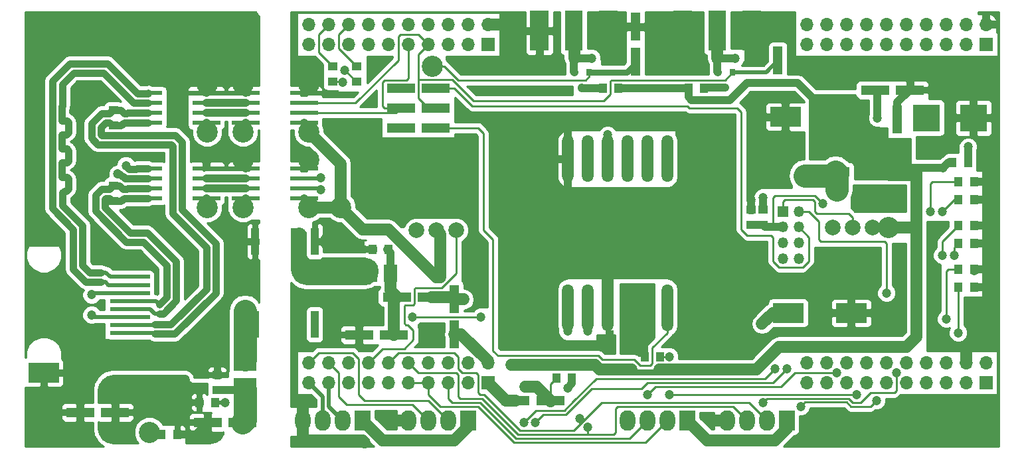
<source format=gbr>
G04 #@! TF.FileFunction,Copper,L1,Top,Mixed*
%FSLAX46Y46*%
G04 Gerber Fmt 4.6, Leading zero omitted, Abs format (unit mm)*
G04 Created by KiCad (PCBNEW 4.0.7) date 10/27/17 21:20:44*
%MOMM*%
%LPD*%
G01*
G04 APERTURE LIST*
%ADD10C,0.100000*%
%ADD11O,1.500000X6.000000*%
%ADD12C,3.000000*%
%ADD13R,3.550000X0.600000*%
%ADD14R,5.050000X0.610000*%
%ADD15R,3.900000X2.500000*%
%ADD16R,1.000000X3.500000*%
%ADD17R,1.350000X1.350000*%
%ADD18O,1.350000X1.350000*%
%ADD19R,3.500000X3.500000*%
%ADD20R,1.820000X2.200000*%
%ADD21R,4.000000X2.500000*%
%ADD22R,1.250000X1.000000*%
%ADD23R,1.000000X1.250000*%
%ADD24R,0.800000X0.900000*%
%ADD25R,2.290000X5.080000*%
%ADD26R,2.420000X5.080000*%
%ADD27C,1.200000*%
%ADD28R,0.460000X0.890000*%
%ADD29R,2.000000X2.600000*%
%ADD30O,2.000000X2.600000*%
%ADD31R,3.680000X1.270000*%
%ADD32R,3.000000X3.000000*%
%ADD33R,1.270000X3.680000*%
%ADD34R,22.000000X4.000000*%
%ADD35C,2.000000*%
%ADD36R,1.700000X1.700000*%
%ADD37O,1.700000X1.700000*%
%ADD38C,2.700000*%
%ADD39C,1.500000*%
%ADD40C,0.250000*%
%ADD41C,1.000000*%
%ADD42C,0.500000*%
%ADD43C,3.000000*%
%ADD44C,0.750000*%
%ADD45C,0.900000*%
%ADD46C,0.800000*%
G04 APERTURE END LIST*
D10*
D11*
X156210000Y-108560000D03*
X158750000Y-108560000D03*
X161290000Y-108560000D03*
X163830000Y-108560000D03*
X166370000Y-108560000D03*
X168910000Y-108560000D03*
X168910000Y-89560000D03*
X166370000Y-89560000D03*
X163830000Y-89560000D03*
X161290000Y-89560000D03*
X158750000Y-89560000D03*
X156210000Y-89560000D03*
D12*
X161930000Y-99660000D03*
D13*
X122572000Y-84963000D03*
X122572000Y-83693000D03*
X122572000Y-82423000D03*
X122572000Y-81153000D03*
X115172000Y-81153000D03*
X115172000Y-82423000D03*
X115172000Y-83693000D03*
X115172000Y-84963000D03*
X122572000Y-94615000D03*
X122572000Y-93345000D03*
X122572000Y-92075000D03*
X122572000Y-90805000D03*
X115172000Y-90805000D03*
X115172000Y-92075000D03*
X115172000Y-93345000D03*
X115172000Y-94615000D03*
D14*
X100398000Y-107694000D03*
D15*
X89418000Y-99544000D03*
X89418000Y-116864000D03*
D14*
X100398000Y-108714000D03*
X100398000Y-109734000D03*
X100398000Y-106674000D03*
X100398000Y-110754000D03*
X100398000Y-105654000D03*
X100398000Y-104634000D03*
X100398000Y-111774000D03*
D16*
X123952000Y-110710000D03*
X116332000Y-110710000D03*
X123952000Y-100110000D03*
X121412000Y-100110000D03*
X116332000Y-100110000D03*
D17*
X183642000Y-96266000D03*
D18*
X185642000Y-96266000D03*
X183642000Y-98266000D03*
X185642000Y-98266000D03*
X183642000Y-100266000D03*
X185642000Y-100266000D03*
X183642000Y-102266000D03*
X185642000Y-102266000D03*
D19*
X201930000Y-84328000D03*
X207930000Y-84328000D03*
X204930000Y-79628000D03*
D20*
X131034000Y-104140000D03*
X133634000Y-104140000D03*
D21*
X184341000Y-109220000D03*
X192341000Y-109220000D03*
D22*
X179578000Y-98028000D03*
X179578000Y-96028000D03*
D23*
X163560000Y-110363000D03*
X161560000Y-110363000D03*
X163560000Y-112014000D03*
X161560000Y-112014000D03*
X163560000Y-113792000D03*
X161560000Y-113792000D03*
X133334000Y-101092000D03*
X131334000Y-101092000D03*
D22*
X111506000Y-119110000D03*
X111506000Y-117110000D03*
X126238000Y-79740000D03*
X126238000Y-77740000D03*
X129286000Y-79740000D03*
X129286000Y-77740000D03*
D23*
X208010000Y-105918000D03*
X206010000Y-105918000D03*
X208010000Y-103632000D03*
X206010000Y-103632000D03*
X208010000Y-100330000D03*
X206010000Y-100330000D03*
X208010000Y-98044000D03*
X206010000Y-98044000D03*
X208010000Y-94742000D03*
X206010000Y-94742000D03*
X208010000Y-92456000D03*
X206010000Y-92456000D03*
X207248000Y-90043000D03*
X205248000Y-90043000D03*
X156765500Y-117538500D03*
X154765500Y-117538500D03*
D22*
X181102000Y-96028000D03*
X181102000Y-98028000D03*
D23*
X168005000Y-114808000D03*
X166005000Y-114808000D03*
X111236000Y-120650000D03*
X109236000Y-120650000D03*
X173593000Y-80518000D03*
X171593000Y-80518000D03*
X160671000Y-80518000D03*
X162671000Y-80518000D03*
X106410000Y-124714000D03*
X104410000Y-124714000D03*
D22*
X98298000Y-94980000D03*
X98298000Y-92980000D03*
X98298000Y-85328000D03*
X98298000Y-83328000D03*
D24*
X158938000Y-78502000D03*
X157038000Y-78502000D03*
X157988000Y-80502000D03*
X177226000Y-78502000D03*
X175326000Y-78502000D03*
X176276000Y-80502000D03*
D25*
X175260000Y-73210000D03*
D26*
X179640000Y-73210000D03*
X170880000Y-73210000D03*
D27*
X179640000Y-76650000D03*
X170880000Y-76650000D03*
D28*
X179640000Y-76200000D03*
X170880000Y-76200000D03*
D25*
X156972000Y-73210000D03*
D26*
X161352000Y-73210000D03*
X152592000Y-73210000D03*
D27*
X161352000Y-76650000D03*
X152592000Y-76650000D03*
D28*
X161352000Y-76200000D03*
X152592000Y-76200000D03*
D29*
X184150000Y-122936000D03*
D30*
X181610000Y-122936000D03*
X179070000Y-122936000D03*
X176530000Y-122936000D03*
D29*
X171450000Y-122936000D03*
D30*
X168910000Y-122936000D03*
X166370000Y-122936000D03*
X163830000Y-122936000D03*
D29*
X143510000Y-122936000D03*
D30*
X140970000Y-122936000D03*
X138430000Y-122936000D03*
X135890000Y-122936000D03*
D29*
X130048000Y-122936000D03*
D30*
X127508000Y-122936000D03*
X124968000Y-122936000D03*
X122428000Y-122936000D03*
D21*
X191960000Y-84201000D03*
X183960000Y-84201000D03*
D13*
X110126000Y-84963000D03*
X110126000Y-83693000D03*
X110126000Y-82423000D03*
X110126000Y-81153000D03*
X102726000Y-81153000D03*
X102726000Y-82423000D03*
X102726000Y-83693000D03*
X102726000Y-84963000D03*
X110126000Y-94615000D03*
X110126000Y-93345000D03*
X110126000Y-92075000D03*
X110126000Y-90805000D03*
X102726000Y-90805000D03*
X102726000Y-92075000D03*
X102726000Y-93345000D03*
X102726000Y-94615000D03*
D31*
X134432000Y-107188000D03*
X138872000Y-107188000D03*
D32*
X115062000Y-118994000D03*
X115062000Y-115194000D03*
D31*
X110302000Y-123190000D03*
X114742000Y-123190000D03*
X194752000Y-91186000D03*
X190312000Y-91186000D03*
X153985000Y-120396000D03*
X149545000Y-120396000D03*
D33*
X141732000Y-107508000D03*
X141732000Y-111948000D03*
D31*
X94046000Y-121920000D03*
X98486000Y-121920000D03*
X129606000Y-112014000D03*
X134046000Y-112014000D03*
D33*
X198247000Y-88961000D03*
X198247000Y-84521000D03*
D31*
X195392000Y-80772000D03*
X199832000Y-80772000D03*
D33*
X164846000Y-77150000D03*
X164846000Y-72710000D03*
D31*
X134940000Y-80518000D03*
X134940000Y-83058000D03*
X139380000Y-80518000D03*
X139380000Y-83058000D03*
X134940000Y-85598000D03*
X139380000Y-85598000D03*
D33*
X183007000Y-77023000D03*
X183007000Y-72583000D03*
D34*
X199898000Y-123952000D03*
D12*
X207898000Y-123952000D03*
X191898000Y-123952000D03*
D35*
X189992000Y-98298000D03*
X192532000Y-98298000D03*
X195072000Y-98298000D03*
X141986000Y-98679000D03*
X139446000Y-98679000D03*
X136906000Y-98679000D03*
D36*
X209550000Y-74930000D03*
D37*
X209550000Y-72390000D03*
X207010000Y-74930000D03*
X207010000Y-72390000D03*
X204470000Y-74930000D03*
X204470000Y-72390000D03*
X201930000Y-74930000D03*
X201930000Y-72390000D03*
X199390000Y-74930000D03*
X199390000Y-72390000D03*
X196850000Y-74930000D03*
X196850000Y-72390000D03*
X194310000Y-74930000D03*
X194310000Y-72390000D03*
X191770000Y-74930000D03*
X191770000Y-72390000D03*
X189230000Y-74930000D03*
X189230000Y-72390000D03*
X186690000Y-74930000D03*
X186690000Y-72390000D03*
D36*
X209550000Y-118110000D03*
D37*
X209550000Y-115570000D03*
X207010000Y-118110000D03*
X207010000Y-115570000D03*
X204470000Y-118110000D03*
X204470000Y-115570000D03*
X201930000Y-118110000D03*
X201930000Y-115570000D03*
X199390000Y-118110000D03*
X199390000Y-115570000D03*
X196850000Y-118110000D03*
X196850000Y-115570000D03*
X194310000Y-118110000D03*
X194310000Y-115570000D03*
X191770000Y-118110000D03*
X191770000Y-115570000D03*
X189230000Y-118110000D03*
X189230000Y-115570000D03*
X186690000Y-118110000D03*
X186690000Y-115570000D03*
D36*
X146050000Y-118110000D03*
D37*
X146050000Y-115570000D03*
X143510000Y-118110000D03*
X143510000Y-115570000D03*
X140970000Y-118110000D03*
X140970000Y-115570000D03*
X138430000Y-118110000D03*
X138430000Y-115570000D03*
X135890000Y-118110000D03*
X135890000Y-115570000D03*
X133350000Y-118110000D03*
X133350000Y-115570000D03*
X130810000Y-118110000D03*
X130810000Y-115570000D03*
X128270000Y-118110000D03*
X128270000Y-115570000D03*
X125730000Y-118110000D03*
X125730000Y-115570000D03*
X123190000Y-118110000D03*
X123190000Y-115570000D03*
D36*
X146050000Y-74930000D03*
D37*
X146050000Y-72390000D03*
X143510000Y-74930000D03*
X143510000Y-72390000D03*
X140970000Y-74930000D03*
X140970000Y-72390000D03*
X138430000Y-74930000D03*
X138430000Y-72390000D03*
X135890000Y-74930000D03*
X135890000Y-72390000D03*
X133350000Y-74930000D03*
X133350000Y-72390000D03*
X130810000Y-74930000D03*
X130810000Y-72390000D03*
X128270000Y-74930000D03*
X128270000Y-72390000D03*
X125730000Y-74930000D03*
X125730000Y-72390000D03*
X123190000Y-74930000D03*
X123190000Y-72390000D03*
D27*
X145161000Y-109728000D03*
X136398000Y-109728000D03*
X139952253Y-104646253D03*
X150812500Y-118618000D03*
X180975000Y-110617000D03*
D38*
X127254000Y-95758000D03*
X123190000Y-95758000D03*
X123190000Y-86106000D03*
D27*
X146812000Y-92202000D03*
X143129000Y-93789500D03*
X127063500Y-85661500D03*
X142811500Y-87884000D03*
X178498500Y-100774500D03*
X146812000Y-98171000D03*
X146812000Y-86804500D03*
X131953000Y-77724000D03*
X131191000Y-82296000D03*
X128905000Y-110299500D03*
X148082000Y-80835500D03*
X139065000Y-111506000D03*
X129984500Y-95758000D03*
X188468000Y-110934500D03*
X185928000Y-105791000D03*
X178816000Y-106299000D03*
X182118000Y-88392000D03*
X191643000Y-78105000D03*
D38*
X123190000Y-80010000D03*
X123190000Y-89662000D03*
D27*
X130302000Y-125730000D03*
X122936000Y-113538000D03*
X125984000Y-112776000D03*
D38*
X125984000Y-100076000D03*
D27*
X196342000Y-94234000D03*
X179578000Y-94742000D03*
X195707000Y-84328000D03*
D38*
X190500000Y-93472000D03*
X186436000Y-91694000D03*
D27*
X149034500Y-115887500D03*
X142938500Y-107505500D03*
X204089000Y-90678000D03*
D38*
X197104000Y-98298000D03*
D27*
X188722000Y-95250000D03*
X165481000Y-113284000D03*
D38*
X99314000Y-119126000D03*
X110236000Y-86106000D03*
X110236000Y-95758000D03*
X114808000Y-95758000D03*
X114808000Y-86106000D03*
X114808000Y-80010000D03*
X110236000Y-80010000D03*
D27*
X100330000Y-113665000D03*
X111252000Y-110744000D03*
X114046000Y-101092000D03*
X114046000Y-103632000D03*
X114046000Y-105410000D03*
X114300000Y-73660000D03*
X106680000Y-76200000D03*
X106426000Y-83058000D03*
X106426000Y-80010000D03*
X114300000Y-76200000D03*
X101600000Y-73660000D03*
X112014000Y-98044000D03*
X114046000Y-98552000D03*
X88138000Y-96520000D03*
X88138000Y-81534000D03*
X93980000Y-73660000D03*
X88138000Y-90424000D03*
X93980000Y-112522000D03*
X90805000Y-107315000D03*
X93980000Y-117475000D03*
X94996000Y-81534000D03*
X95504000Y-90932000D03*
X97790000Y-115316000D03*
X100838000Y-96774000D03*
X101092000Y-102362000D03*
X90170000Y-121920000D03*
X101600000Y-76200000D03*
X110490000Y-88900000D03*
D38*
X114808000Y-89662000D03*
D27*
X127508000Y-79756000D03*
X127762000Y-78232000D03*
X205994000Y-111760000D03*
X204470000Y-109982000D03*
X205486000Y-101854000D03*
X203962000Y-101854000D03*
X203962000Y-96266000D03*
X202438000Y-96266000D03*
X207264000Y-88011000D03*
X156210000Y-118808500D03*
X181102000Y-94488000D03*
X169164000Y-114808000D03*
D38*
X102870000Y-124460000D03*
D27*
X112522000Y-120650000D03*
X193040000Y-119634000D03*
X169164000Y-119634000D03*
X124714000Y-91948000D03*
X190500000Y-116840000D03*
X166370000Y-119634000D03*
X124714000Y-93472000D03*
X152082500Y-123190000D03*
X184150000Y-116332000D03*
X196850000Y-106680000D03*
X150622000Y-123190000D03*
X182626000Y-116332000D03*
X157734000Y-122745500D03*
X156210000Y-111569500D03*
X195580000Y-120396000D03*
X185928000Y-121158000D03*
X158750000Y-123825000D03*
X158750000Y-111569500D03*
X181102000Y-120650000D03*
X198120000Y-116840000D03*
D38*
X138938000Y-77724000D03*
D27*
X161290000Y-86487000D03*
X177546000Y-76708000D03*
X159258000Y-76708000D03*
X99880259Y-90422959D03*
X95504000Y-109474000D03*
X98833741Y-91469477D03*
X95504000Y-106919000D03*
D39*
X139952253Y-104646253D02*
X139952253Y-99185253D01*
X139952253Y-99185253D02*
X139446000Y-98679000D01*
D40*
X136398000Y-109728000D02*
X145161000Y-109728000D01*
D39*
X133350000Y-98552000D02*
X139444253Y-104646253D01*
X139444253Y-104646253D02*
X139952253Y-104646253D01*
X127254000Y-95758000D02*
X130048000Y-98552000D01*
X130048000Y-98552000D02*
X133350000Y-98552000D01*
X153985000Y-120396000D02*
X153985000Y-120540998D01*
X153985000Y-120540998D02*
X153985000Y-120396000D01*
D40*
X153985000Y-120396000D02*
X153985000Y-118319000D01*
X153985000Y-118319000D02*
X154765500Y-117538500D01*
D39*
X153985000Y-120396000D02*
X152207000Y-118618000D01*
X152207000Y-118618000D02*
X150812500Y-118618000D01*
X180975000Y-110617000D02*
X182372000Y-109220000D01*
X182372000Y-109220000D02*
X184341000Y-109220000D01*
X183261000Y-109220000D02*
X184341000Y-109220000D01*
X123190000Y-95758000D02*
X127254000Y-95758000D01*
X127254000Y-90170000D02*
X123190000Y-86106000D01*
X127254000Y-95758000D02*
X127254000Y-90170000D01*
X171450000Y-122936000D02*
X173990000Y-125476000D01*
X182626000Y-125476000D02*
X184150000Y-123952000D01*
X173990000Y-125476000D02*
X182626000Y-125476000D01*
X184150000Y-123952000D02*
X184150000Y-122936000D01*
X130048000Y-122936000D02*
X132588000Y-125476000D01*
X141732000Y-125476000D02*
X143510000Y-123698000D01*
X132588000Y-125476000D02*
X141732000Y-125476000D01*
X143510000Y-123698000D02*
X143510000Y-122936000D01*
D41*
X123190000Y-95233000D02*
X123190000Y-95758000D01*
X123190000Y-95233000D02*
X122572000Y-94615000D01*
X122572000Y-84963000D02*
X123190000Y-85581000D01*
X123190000Y-85581000D02*
X123190000Y-86106000D01*
D39*
X161290000Y-108560000D02*
X161290000Y-100300000D01*
X161290000Y-100300000D02*
X161930000Y-99660000D01*
D40*
X161560000Y-112014000D02*
X161560000Y-108830000D01*
X161560000Y-108830000D02*
X161290000Y-108560000D01*
X161560000Y-113792000D02*
X161560000Y-112014000D01*
X185928000Y-105791000D02*
X188468000Y-108331000D01*
X188468000Y-108331000D02*
X188468000Y-110934500D01*
X156108000Y-89662000D02*
X153924000Y-89535000D01*
X156210000Y-89560000D02*
X156108000Y-89662000D01*
X192341000Y-109220000D02*
X189357000Y-109220000D01*
X189357000Y-109220000D02*
X185928000Y-105791000D01*
X183960000Y-84201000D02*
X183960000Y-86550000D01*
X183960000Y-86550000D02*
X182118000Y-88392000D01*
X183960000Y-84201000D02*
X179197000Y-84201000D01*
D41*
X199832000Y-80772000D02*
X198247000Y-82357000D01*
X198247000Y-82357000D02*
X198247000Y-84521000D01*
X208010000Y-105918000D02*
X209804000Y-105918000D01*
X209804000Y-105918000D02*
X209931000Y-105791000D01*
X208010000Y-103632000D02*
X209804000Y-103632000D01*
X209804000Y-103632000D02*
X209931000Y-103505000D01*
X208010000Y-100330000D02*
X209677000Y-100330000D01*
X209677000Y-100330000D02*
X209804000Y-100457000D01*
X208010000Y-98044000D02*
X209677000Y-98044000D01*
X209677000Y-98044000D02*
X209804000Y-98171000D01*
X208010000Y-94742000D02*
X209677000Y-94742000D01*
X208010000Y-92456000D02*
X209931000Y-92456000D01*
D39*
X207010000Y-113792000D02*
X208010000Y-112792000D01*
X207010000Y-115570000D02*
X207010000Y-113792000D01*
X208010000Y-112792000D02*
X208010000Y-112538000D01*
D41*
X208010000Y-103886000D02*
X208010000Y-103632000D01*
D39*
X176530000Y-122936000D02*
X174498000Y-122936000D01*
D41*
X123190000Y-80535000D02*
X123190000Y-80010000D01*
X123190000Y-80535000D02*
X122572000Y-81153000D01*
X123190000Y-90187000D02*
X122572000Y-90805000D01*
X123190000Y-90187000D02*
X123190000Y-89662000D01*
D39*
X122428000Y-125476000D02*
X122428000Y-122936000D01*
X130302000Y-125730000D02*
X130048000Y-125476000D01*
X130048000Y-125476000D02*
X124206000Y-125476000D01*
X124206000Y-125476000D02*
X122428000Y-125476000D01*
X146050000Y-72390000D02*
X148463000Y-72390000D01*
X146050000Y-72390000D02*
X148463000Y-72390000D01*
D42*
X129606000Y-112014000D02*
X126619000Y-112014000D01*
D40*
X125222000Y-113538000D02*
X122936000Y-113538000D01*
X125984000Y-112776000D02*
X125222000Y-113538000D01*
D42*
X125984000Y-112649000D02*
X125984000Y-112776000D01*
X126619000Y-112014000D02*
X125984000Y-112649000D01*
D39*
X122428000Y-122936000D02*
X122428000Y-120396000D01*
X135890000Y-122936000D02*
X133604000Y-122936000D01*
D40*
X152592000Y-76650000D02*
X152592000Y-73210000D01*
X161352000Y-76650000D02*
X161352000Y-73210000D01*
X179640000Y-76650000D02*
X179640000Y-73210000D01*
X170880000Y-76650000D02*
X170880000Y-73210000D01*
X202946000Y-123952000D02*
X199898000Y-123952000D01*
X125950000Y-100110000D02*
X125984000Y-100076000D01*
X123952000Y-100110000D02*
X125950000Y-100110000D01*
D41*
X161352000Y-73210000D02*
X161852000Y-72710000D01*
X161852000Y-72710000D02*
X164846000Y-72710000D01*
X179578000Y-96028000D02*
X179578000Y-94742000D01*
D40*
X206248000Y-123952000D02*
X199898000Y-123952000D01*
D41*
X208010000Y-84408000D02*
X207930000Y-84328000D01*
X208010000Y-84408000D02*
X207930000Y-84328000D01*
D40*
X204930000Y-78534000D02*
X204930000Y-79628000D01*
D43*
X204548000Y-80010000D02*
X204930000Y-79628000D01*
D41*
X195707000Y-84328000D02*
X195707000Y-81087000D01*
X195707000Y-81087000D02*
X195392000Y-80772000D01*
D43*
X190500000Y-91374000D02*
X190500000Y-93472000D01*
X190500000Y-91374000D02*
X190312000Y-91186000D01*
X186436000Y-91694000D02*
X189804000Y-91694000D01*
X189804000Y-91694000D02*
X190312000Y-91186000D01*
D44*
X163576000Y-116433600D02*
X163951920Y-116809520D01*
X163951920Y-116809520D02*
X166237920Y-116809520D01*
X169308780Y-116433600D02*
X168932860Y-116809520D01*
X168932860Y-116809520D02*
X166237920Y-116809520D01*
X166237920Y-116809520D02*
X166232840Y-116804440D01*
D39*
X183134000Y-113538000D02*
X180238400Y-116433600D01*
X180238400Y-116433600D02*
X169308780Y-116433600D01*
X169308780Y-116433600D02*
X167894000Y-116433600D01*
X159702500Y-115887500D02*
X160248600Y-116433600D01*
X160248600Y-116433600D02*
X163576000Y-116433600D01*
X163576000Y-116433600D02*
X164338000Y-116433600D01*
X149034500Y-115887500D02*
X159702500Y-115887500D01*
X141732000Y-107508000D02*
X142936000Y-107508000D01*
X142936000Y-107508000D02*
X142938500Y-107505500D01*
X185928000Y-113538000D02*
X199390000Y-113538000D01*
X199390000Y-113538000D02*
X200660000Y-112268000D01*
X200660000Y-112268000D02*
X200660000Y-98298000D01*
X185928000Y-113538000D02*
X183134000Y-113538000D01*
X141732000Y-107508000D02*
X141412000Y-107188000D01*
X141412000Y-107188000D02*
X138872000Y-107188000D01*
D41*
X179070000Y-79883000D02*
X185547000Y-79883000D01*
X185547000Y-79883000D02*
X187452000Y-81788000D01*
X171593000Y-80518000D02*
X171593000Y-81677000D01*
X171593000Y-81677000D02*
X171958000Y-82042000D01*
X171958000Y-82042000D02*
X176911000Y-82042000D01*
X176911000Y-82042000D02*
X179070000Y-79883000D01*
X162671000Y-80518000D02*
X171593000Y-80518000D01*
X204089000Y-90678000D02*
X204724000Y-90043000D01*
X204724000Y-90043000D02*
X205248000Y-90043000D01*
X197231000Y-90678000D02*
X196723000Y-91186000D01*
X204089000Y-90678000D02*
X197231000Y-90678000D01*
D39*
X197104000Y-98298000D02*
X200660000Y-98298000D01*
X200660000Y-98298000D02*
X200660000Y-91694000D01*
X200660000Y-91694000D02*
X200152000Y-91186000D01*
X200152000Y-91186000D02*
X196723000Y-91186000D01*
X196723000Y-91186000D02*
X194752000Y-91186000D01*
D41*
X181102000Y-98028000D02*
X179578000Y-98028000D01*
D40*
X182372000Y-94488000D02*
X182372000Y-98266000D01*
X182626000Y-94234000D02*
X182372000Y-94488000D01*
X187706000Y-94234000D02*
X182626000Y-94234000D01*
X188722000Y-95250000D02*
X187706000Y-94234000D01*
D41*
X181102000Y-98028000D02*
X181340000Y-98266000D01*
X181340000Y-98266000D02*
X182372000Y-98266000D01*
X182372000Y-98266000D02*
X183642000Y-98266000D01*
D40*
X136652000Y-106172000D02*
X136652000Y-108077000D01*
X136652000Y-108077000D02*
X136525000Y-108204000D01*
X136525000Y-108204000D02*
X135509000Y-108204000D01*
X135509000Y-108204000D02*
X135382000Y-108331000D01*
X135382000Y-108331000D02*
X135382000Y-110553500D01*
X135382000Y-110553500D02*
X135572500Y-110744000D01*
X135572500Y-110744000D02*
X135826500Y-110744000D01*
X135826500Y-110744000D02*
X136525000Y-111442500D01*
X136525000Y-111442500D02*
X136525000Y-112656998D01*
X136652000Y-106172000D02*
X136761002Y-106062998D01*
X136761002Y-106062998D02*
X140126502Y-106062998D01*
X140126502Y-106062998D02*
X141986000Y-104203500D01*
X141986000Y-104203500D02*
X141986000Y-98679000D01*
D41*
X166386000Y-112776000D02*
X166386000Y-108576000D01*
X166386000Y-108576000D02*
X166370000Y-108560000D01*
D40*
X166005000Y-114808000D02*
X164989000Y-113792000D01*
X164989000Y-113792000D02*
X163560000Y-113792000D01*
D41*
X163560000Y-113792000D02*
X163560000Y-112014000D01*
D40*
X136525000Y-112656998D02*
X135389998Y-113792000D01*
X135389998Y-113792000D02*
X132588000Y-113792000D01*
X130810000Y-115570000D02*
X132588000Y-113792000D01*
X98486000Y-119954000D02*
X98486000Y-121920000D01*
X98486000Y-119954000D02*
X99314000Y-119126000D01*
X107950000Y-123190000D02*
X110302000Y-123190000D01*
X106426000Y-121666000D02*
X107950000Y-123190000D01*
X98740000Y-121666000D02*
X106426000Y-121666000D01*
X98486000Y-121920000D02*
X98740000Y-121666000D01*
D41*
X110126000Y-84963000D02*
X110236000Y-85073000D01*
X110236000Y-85073000D02*
X110236000Y-86106000D01*
X110126000Y-94615000D02*
X110236000Y-94725000D01*
X110236000Y-94725000D02*
X110236000Y-95758000D01*
X106410000Y-124714000D02*
X108778000Y-124714000D01*
X108778000Y-124714000D02*
X110302000Y-123190000D01*
X114808000Y-94979000D02*
X115172000Y-94615000D01*
X114808000Y-95758000D02*
X114808000Y-94979000D01*
X114808000Y-86106000D02*
X114808000Y-85327000D01*
X114808000Y-85327000D02*
X115172000Y-84963000D01*
X114808000Y-80789000D02*
X115172000Y-81153000D01*
X114808000Y-80010000D02*
X114808000Y-80789000D01*
X110126000Y-81153000D02*
X110236000Y-81043000D01*
X110236000Y-81043000D02*
X110236000Y-80010000D01*
D40*
X116332000Y-100110000D02*
X115223000Y-100110000D01*
X114046000Y-98933000D02*
X114046000Y-98552000D01*
X115223000Y-100110000D02*
X114046000Y-98933000D01*
X114046000Y-105410000D02*
X114046000Y-103632000D01*
X114046000Y-103632000D02*
X114046000Y-101092000D01*
X114046000Y-101092000D02*
X114046000Y-98552000D01*
D41*
X114808000Y-90441000D02*
X115172000Y-90805000D01*
X114808000Y-89662000D02*
X114808000Y-90441000D01*
X111506000Y-119110000D02*
X114946000Y-119110000D01*
X114946000Y-119110000D02*
X115062000Y-118994000D01*
D43*
X115062000Y-118994000D02*
X115062000Y-122870000D01*
X115062000Y-122870000D02*
X114742000Y-123190000D01*
D40*
X126238000Y-79740000D02*
X127492000Y-79740000D01*
X127492000Y-79740000D02*
X127508000Y-79756000D01*
X125730000Y-72390000D02*
X124460000Y-73660000D01*
X124460000Y-75962000D02*
X126238000Y-77740000D01*
X124460000Y-73660000D02*
X124460000Y-75962000D01*
X127762000Y-78232000D02*
X129270000Y-79740000D01*
X129270000Y-79740000D02*
X129286000Y-79740000D01*
X128270000Y-72390000D02*
X127000000Y-73660000D01*
X127000000Y-75454000D02*
X129286000Y-77740000D01*
X127000000Y-73660000D02*
X127000000Y-75454000D01*
X206010000Y-105918000D02*
X206010000Y-111744000D01*
X206010000Y-111744000D02*
X205994000Y-111760000D01*
X206010000Y-103632000D02*
X204724000Y-103632000D01*
X204470000Y-103886000D02*
X204470000Y-109982000D01*
X204724000Y-103632000D02*
X204470000Y-103886000D01*
X205486000Y-100854000D02*
X206010000Y-100330000D01*
X205486000Y-101854000D02*
X205486000Y-100854000D01*
X203962000Y-100092000D02*
X206010000Y-98044000D01*
X203962000Y-101854000D02*
X203962000Y-100092000D01*
X205486000Y-94742000D02*
X206010000Y-94742000D01*
X203962000Y-96266000D02*
X205486000Y-94742000D01*
X202692000Y-92456000D02*
X206010000Y-92456000D01*
X202438000Y-92710000D02*
X202692000Y-92456000D01*
X202438000Y-96266000D02*
X202438000Y-92710000D01*
D41*
X207248000Y-90043000D02*
X207248000Y-88027000D01*
X207248000Y-88027000D02*
X207264000Y-88011000D01*
X156210000Y-118808500D02*
X156765500Y-118253000D01*
X156765500Y-118253000D02*
X156765500Y-117538500D01*
X181102000Y-96028000D02*
X181102000Y-94488000D01*
D40*
X168005000Y-114808000D02*
X169164000Y-114808000D01*
D41*
X103124000Y-124714000D02*
X104410000Y-124714000D01*
X103124000Y-124714000D02*
X102870000Y-124460000D01*
D42*
X112522000Y-120650000D02*
X111236000Y-120650000D01*
X125730000Y-118110000D02*
X125730000Y-121158000D01*
X125730000Y-121158000D02*
X127508000Y-122936000D01*
X123190000Y-118110000D02*
X124968000Y-119888000D01*
X124968000Y-119888000D02*
X124968000Y-122936000D01*
D40*
X135890000Y-118110000D02*
X138430000Y-118110000D01*
X169164000Y-119634000D02*
X193040000Y-119634000D01*
X124587000Y-92075000D02*
X122572000Y-92075000D01*
X124714000Y-91948000D02*
X124587000Y-92075000D01*
X138430000Y-118110000D02*
X138430000Y-119634000D01*
X166116000Y-125730000D02*
X168910000Y-122936000D01*
X149352000Y-125730000D02*
X166116000Y-125730000D01*
X148082000Y-124460000D02*
X149352000Y-125730000D01*
X144780000Y-121158000D02*
X148082000Y-124460000D01*
X139954000Y-121158000D02*
X144780000Y-121158000D01*
X138430000Y-119634000D02*
X139954000Y-121158000D01*
X185166000Y-116840000D02*
X190500000Y-116840000D01*
X183388000Y-118618000D02*
X185166000Y-116840000D01*
X167386000Y-118618000D02*
X183388000Y-118618000D01*
X166370000Y-119634000D02*
X167386000Y-118618000D01*
X124587000Y-93345000D02*
X122572000Y-93345000D01*
X124714000Y-93472000D02*
X124587000Y-93345000D01*
X140970000Y-118110000D02*
X140970000Y-120142000D01*
X164076002Y-125229998D02*
X166370000Y-122936000D01*
X149613998Y-125229998D02*
X164076002Y-125229998D01*
X145034000Y-120650000D02*
X149613998Y-125229998D01*
X141478000Y-120650000D02*
X145034000Y-120650000D01*
X140970000Y-120142000D02*
X141478000Y-120650000D01*
X152082500Y-123190000D02*
X153098500Y-122174000D01*
X153098500Y-122174000D02*
X155964610Y-122174000D01*
X155964610Y-122174000D02*
X159266610Y-118872000D01*
X159266610Y-118872000D02*
X160083500Y-118872000D01*
X160083500Y-118872000D02*
X161544000Y-118872000D01*
X181610000Y-118110000D02*
X182372000Y-118110000D01*
X166370000Y-118110000D02*
X181610000Y-118110000D01*
X165608000Y-118872000D02*
X166370000Y-118110000D01*
X161544000Y-118872000D02*
X165608000Y-118872000D01*
X182372000Y-118110000D02*
X184150000Y-116332000D01*
X185642000Y-96266000D02*
X186944000Y-96266000D01*
X186944000Y-96266000D02*
X188214000Y-97536000D01*
X188214000Y-97536000D02*
X188214000Y-99822000D01*
X188214000Y-99822000D02*
X188468000Y-100076000D01*
X188468000Y-100076000D02*
X196596000Y-100076000D01*
X196596000Y-100076000D02*
X196850000Y-100330000D01*
X196850000Y-100330000D02*
X196850000Y-106680000D01*
X136652000Y-120396000D02*
X138430000Y-120396000D01*
X124460000Y-114300000D02*
X128778000Y-114300000D01*
X128778000Y-114300000D02*
X129540000Y-115062000D01*
X129540000Y-115062000D02*
X129540000Y-119634000D01*
X129540000Y-119634000D02*
X130302000Y-120396000D01*
X130302000Y-120396000D02*
X136652000Y-120396000D01*
X123190000Y-115570000D02*
X124460000Y-114300000D01*
X138430000Y-120396000D02*
X140970000Y-122936000D01*
X176276000Y-117602000D02*
X167838498Y-117602000D01*
X167838498Y-117602000D02*
X167830500Y-117609998D01*
X167830500Y-117609998D02*
X159821502Y-117609998D01*
X159821502Y-117609998D02*
X156908500Y-120523000D01*
X150622000Y-123190000D02*
X152146000Y-121666000D01*
X152146000Y-121666000D02*
X155765500Y-121666000D01*
X155765500Y-121666000D02*
X156908500Y-120523000D01*
X176276000Y-117602000D02*
X181356000Y-117602000D01*
X181356000Y-117602000D02*
X182626000Y-116332000D01*
X134620000Y-120904000D02*
X136398000Y-120904000D01*
X127000000Y-116840000D02*
X127000000Y-119888000D01*
X127000000Y-119888000D02*
X128016000Y-120904000D01*
X128016000Y-120904000D02*
X134620000Y-120904000D01*
X125730000Y-115570000D02*
X127000000Y-116840000D01*
X136398000Y-120904000D02*
X138430000Y-122936000D01*
X156972000Y-124206000D02*
X157734000Y-123444000D01*
X157734000Y-123444000D02*
X157734000Y-122745500D01*
X150114000Y-124206000D02*
X156972000Y-124206000D01*
X156972000Y-124206000D02*
X160528000Y-120650000D01*
X160528000Y-120650000D02*
X160909000Y-120650000D01*
X160909000Y-120650000D02*
X179324000Y-120650000D01*
X156210000Y-108560000D02*
X156210000Y-111569500D01*
X194818000Y-121158000D02*
X195580000Y-120396000D01*
X192278000Y-121158000D02*
X194818000Y-121158000D01*
X191754004Y-120634004D02*
X192278000Y-121158000D01*
X186451996Y-120634004D02*
X191754004Y-120634004D01*
X185928000Y-121158000D02*
X186451996Y-120634004D01*
X146304000Y-120396000D02*
X150114000Y-124206000D01*
X134620000Y-114300000D02*
X141732000Y-114300000D01*
X141732000Y-114300000D02*
X142240000Y-114808000D01*
X142240000Y-114808000D02*
X142240000Y-116332000D01*
X142240000Y-116332000D02*
X142748000Y-116840000D01*
X142748000Y-116840000D02*
X144526000Y-116840000D01*
X144526000Y-116840000D02*
X144780000Y-117094000D01*
X144780000Y-117094000D02*
X144780000Y-119380000D01*
X144780000Y-119380000D02*
X145034000Y-119634000D01*
X145034000Y-119634000D02*
X145542000Y-119634000D01*
X145542000Y-119634000D02*
X146304000Y-120396000D01*
X133350000Y-115570000D02*
X134620000Y-114300000D01*
X179324000Y-120650000D02*
X181610000Y-122936000D01*
X158750000Y-123825000D02*
X158750000Y-124206000D01*
X158750000Y-124206000D02*
X158750000Y-124714000D01*
X158750000Y-108560000D02*
X158750000Y-111569500D01*
X158750000Y-108560000D02*
X158750000Y-111569500D01*
X192532000Y-120650000D02*
X193548000Y-120650000D01*
X181102000Y-120650000D02*
X181617998Y-120134002D01*
X181617998Y-120134002D02*
X192016002Y-120134002D01*
X192016002Y-120134002D02*
X192532000Y-120650000D01*
X198120000Y-119126000D02*
X198120000Y-116840000D01*
X197866000Y-119380000D02*
X198120000Y-119126000D01*
X194818000Y-119380000D02*
X197866000Y-119380000D01*
X193548000Y-120650000D02*
X194818000Y-119380000D01*
X145796000Y-120650000D02*
X149860000Y-124714000D01*
X137160000Y-116840000D02*
X141986000Y-116840000D01*
X141986000Y-116840000D02*
X142240000Y-117094000D01*
X142240000Y-117094000D02*
X142240000Y-119895998D01*
X142240000Y-119895998D02*
X142486002Y-120142000D01*
X142486002Y-120142000D02*
X145288000Y-120142000D01*
X145288000Y-120142000D02*
X145796000Y-120650000D01*
X135890000Y-115570000D02*
X137160000Y-116840000D01*
X177292000Y-121158000D02*
X179070000Y-122936000D01*
X162560000Y-121158000D02*
X177292000Y-121158000D01*
X162306000Y-121412000D02*
X162560000Y-121158000D01*
X162306000Y-124460000D02*
X162306000Y-121412000D01*
X162052000Y-124714000D02*
X162306000Y-124460000D01*
X149860000Y-124714000D02*
X158750000Y-124714000D01*
X158750000Y-124714000D02*
X162052000Y-124714000D01*
X143918445Y-81887555D02*
X144199890Y-82169000D01*
X144199890Y-82169000D02*
X160782000Y-82169000D01*
X160782000Y-82169000D02*
X161036000Y-81915000D01*
X143691890Y-81661000D02*
X143918445Y-81887555D01*
X143918445Y-81887555D02*
X143945890Y-81915000D01*
X161036000Y-81915000D02*
X161290000Y-81661000D01*
X141505445Y-79474555D02*
X137160000Y-79474555D01*
X173736000Y-79502000D02*
X161798000Y-79502000D01*
X161798000Y-79502000D02*
X161671000Y-79629000D01*
X161671000Y-79629000D02*
X161671000Y-81280000D01*
X161671000Y-81280000D02*
X161290000Y-81661000D01*
X143691890Y-81661000D02*
X141505445Y-79474555D01*
X141505445Y-79474555D02*
X141505445Y-79502000D01*
D42*
X183007000Y-77023000D02*
X181528000Y-78502000D01*
X181528000Y-78502000D02*
X177226000Y-78502000D01*
D40*
X141478000Y-79502000D02*
X141505445Y-79502000D01*
X176276000Y-79502000D02*
X173736000Y-79502000D01*
X177226000Y-78552000D02*
X176276000Y-79502000D01*
X177226000Y-78502000D02*
X177226000Y-78552000D01*
X138430000Y-74930000D02*
X137160000Y-76200000D01*
X137160000Y-76200000D02*
X137160000Y-79474555D01*
X137160000Y-79474555D02*
X137160000Y-79502000D01*
X137160000Y-81788000D02*
X138430000Y-83058000D01*
X137160000Y-79502000D02*
X137160000Y-81788000D01*
X138430000Y-83058000D02*
X139380000Y-83058000D01*
X138430000Y-74930000D02*
X137160000Y-73660000D01*
X129159000Y-82423000D02*
X122572000Y-82423000D01*
X134620000Y-76962000D02*
X129159000Y-82423000D01*
X134620000Y-73914000D02*
X134620000Y-76962000D01*
X134874000Y-73660000D02*
X134620000Y-73914000D01*
X137160000Y-73660000D02*
X134874000Y-73660000D01*
D44*
X164846000Y-77404000D02*
X163748000Y-78502000D01*
X163748000Y-78502000D02*
X158938000Y-78502000D01*
X164846000Y-77404000D02*
X164846000Y-77150000D01*
D40*
X151130000Y-79502000D02*
X142240000Y-79502000D01*
X142240000Y-79502000D02*
X140462000Y-77724000D01*
X140462000Y-77724000D02*
X138938000Y-77724000D01*
X158938000Y-78502000D02*
X158938000Y-79060000D01*
X158496000Y-79502000D02*
X151130000Y-79502000D01*
X158938000Y-79060000D02*
X158496000Y-79502000D01*
X122572000Y-83693000D02*
X134305000Y-83693000D01*
X134305000Y-83693000D02*
X134940000Y-83058000D01*
X135890000Y-74930000D02*
X135890000Y-79248000D01*
X132842000Y-83058000D02*
X134940000Y-83058000D01*
X132588000Y-82804000D02*
X132842000Y-83058000D01*
X132588000Y-79756000D02*
X132588000Y-82804000D01*
X132842000Y-79502000D02*
X132588000Y-79756000D01*
X135636000Y-79502000D02*
X132842000Y-79502000D01*
X135890000Y-79248000D02*
X135636000Y-79502000D01*
X178308000Y-84836000D02*
X178308000Y-98552000D01*
X178308000Y-98552000D02*
X179070000Y-99314000D01*
X179070000Y-99314000D02*
X182118000Y-99314000D01*
X182118000Y-99314000D02*
X182372000Y-99568000D01*
X182372000Y-99568000D02*
X182372000Y-102616000D01*
X182372000Y-102616000D02*
X183134000Y-103378000D01*
X183134000Y-103378000D02*
X186182000Y-103378000D01*
X186182000Y-103378000D02*
X186944000Y-102616000D01*
X186944000Y-102616000D02*
X186944000Y-99568000D01*
X186944000Y-99568000D02*
X185642000Y-98266000D01*
X177546000Y-83058000D02*
X177800000Y-83058000D01*
X177800000Y-83058000D02*
X178308000Y-83566000D01*
X178308000Y-83566000D02*
X178308000Y-84836000D01*
X139380000Y-80518000D02*
X141732000Y-80518000D01*
X141732000Y-80518000D02*
X144018000Y-82804000D01*
X144018000Y-82804000D02*
X171450000Y-82804000D01*
X171450000Y-82804000D02*
X171704000Y-83058000D01*
X171704000Y-83058000D02*
X177546000Y-83058000D01*
X139380000Y-80518000D02*
X139954000Y-80518000D01*
X146685000Y-114046000D02*
X146685000Y-99885500D01*
X146685000Y-99885500D02*
X145478500Y-98679000D01*
X145478500Y-98679000D02*
X145478500Y-86296500D01*
X145478500Y-86296500D02*
X144780000Y-85598000D01*
X147320000Y-114681000D02*
X146685000Y-114046000D01*
X144780000Y-85598000D02*
X144272000Y-85598000D01*
X144272000Y-85598000D02*
X139380000Y-85598000D01*
X168910000Y-108560000D02*
X168910000Y-111760000D01*
X168910000Y-111760000D02*
X167005000Y-113665000D01*
X167005000Y-113665000D02*
X167005000Y-115697000D01*
X167005000Y-115697000D02*
X166751000Y-115951000D01*
X166751000Y-115951000D02*
X165481000Y-115951000D01*
X165481000Y-115951000D02*
X164719000Y-115189000D01*
X164719000Y-115189000D02*
X160655000Y-115189000D01*
X160655000Y-115189000D02*
X160147000Y-114681000D01*
X160147000Y-114681000D02*
X147320000Y-114681000D01*
X161290000Y-89560000D02*
X161290000Y-86487000D01*
X161290000Y-89560000D02*
X161290000Y-87122000D01*
D39*
X146050000Y-115570000D02*
X146050000Y-115379500D01*
X146050000Y-115379500D02*
X142618500Y-111948000D01*
X142618500Y-111948000D02*
X141732000Y-111948000D01*
X146050000Y-118110000D02*
X148336000Y-120396000D01*
X148336000Y-120396000D02*
X149545000Y-120396000D01*
D40*
X192532000Y-98298000D02*
X192532000Y-97028000D01*
X183642000Y-94996000D02*
X183642000Y-96266000D01*
X183896000Y-94742000D02*
X183642000Y-94996000D01*
X187452000Y-94742000D02*
X183896000Y-94742000D01*
X187706000Y-94996000D02*
X187452000Y-94742000D01*
X187706000Y-96266000D02*
X187706000Y-94996000D01*
X187960000Y-96520000D02*
X187706000Y-96266000D01*
X192024000Y-96520000D02*
X187960000Y-96520000D01*
X192532000Y-97028000D02*
X192024000Y-96520000D01*
D41*
X175326000Y-78502000D02*
X175260000Y-78436000D01*
X175260000Y-78436000D02*
X175260000Y-73210000D01*
X177546000Y-76708000D02*
X175260000Y-76708000D01*
D39*
X175260000Y-73210000D02*
X175260000Y-76708000D01*
D41*
X156972000Y-78436000D02*
X156972000Y-73210000D01*
X157038000Y-78502000D02*
X156972000Y-78436000D01*
X159258000Y-76708000D02*
X157038000Y-76708000D01*
D39*
X157038000Y-76708000D02*
X157038000Y-73276000D01*
X157038000Y-73276000D02*
X156972000Y-73210000D01*
D41*
X122174000Y-104140000D02*
X131046500Y-104140000D01*
X121412000Y-100110000D02*
X121412000Y-103378000D01*
X121412000Y-103378000D02*
X122174000Y-104140000D01*
X116332000Y-110710000D02*
X115062000Y-110710000D01*
D43*
X115062000Y-115194000D02*
X115062000Y-110710000D01*
X115062000Y-110710000D02*
X115062000Y-108966000D01*
D41*
X173593000Y-80518000D02*
X173609000Y-80502000D01*
X173609000Y-80502000D02*
X176276000Y-80502000D01*
X157988000Y-80502000D02*
X158004000Y-80518000D01*
X158004000Y-80518000D02*
X160671000Y-80518000D01*
X115172000Y-92075000D02*
X110126000Y-92075000D01*
X110126000Y-93345000D02*
X115172000Y-93345000D01*
X115172000Y-82423000D02*
X110126000Y-82423000D01*
X115172000Y-83693000D02*
X110126000Y-83693000D01*
X133634000Y-104140000D02*
X133634000Y-101516998D01*
X133634000Y-101516998D02*
X133209002Y-101092000D01*
X133209002Y-101092000D02*
X133334000Y-101092000D01*
D39*
X134046000Y-112014000D02*
X134046000Y-107574000D01*
X134046000Y-107574000D02*
X134432000Y-107188000D01*
X133621500Y-104140000D02*
X133621500Y-106377500D01*
X133621500Y-106377500D02*
X134432000Y-107188000D01*
D42*
X100398000Y-107694000D02*
X103712000Y-107694000D01*
D45*
X99917305Y-100158000D02*
X102117614Y-100158000D01*
X96792612Y-93390000D02*
X97763000Y-93390000D01*
X95997495Y-96238190D02*
X99917305Y-100158000D01*
X96792612Y-93390000D02*
X95997495Y-94185117D01*
X95997495Y-94185117D02*
X95997495Y-96238190D01*
X102117614Y-100158000D02*
X105074000Y-103114386D01*
X105074000Y-103114386D02*
X105074000Y-107188000D01*
X105074000Y-107188000D02*
X104140000Y-108122000D01*
D42*
X103712000Y-107694000D02*
X104140000Y-108122000D01*
D45*
X98173000Y-92980000D02*
X97763000Y-93390000D01*
X102726000Y-93345000D02*
X100063500Y-93345000D01*
X100063500Y-93345000D02*
X100018500Y-93390000D01*
X100018500Y-93390000D02*
X99497705Y-93390000D01*
X99497705Y-93390000D02*
X99087705Y-92980000D01*
X99087705Y-92980000D02*
X98298000Y-92980000D01*
D46*
X98298000Y-92980000D02*
X98173000Y-92980000D01*
D42*
X100398000Y-108714000D02*
X102999000Y-108714000D01*
D45*
X104628772Y-109302000D02*
X104140000Y-109302000D01*
X106254000Y-107676772D02*
X104628772Y-109302000D01*
X106254000Y-102625614D02*
X106254000Y-107676772D01*
X97177495Y-95749418D02*
X100406077Y-98978000D01*
X97177495Y-94673889D02*
X97177495Y-95749418D01*
X97281384Y-94570000D02*
X97177495Y-94673889D01*
X102606386Y-98978000D02*
X106254000Y-102625614D01*
X97281384Y-94570000D02*
X97763000Y-94570000D01*
X100406077Y-98978000D02*
X102606386Y-98978000D01*
D42*
X103587000Y-109302000D02*
X104140000Y-109302000D01*
X102999000Y-108714000D02*
X103587000Y-109302000D01*
D45*
X98173000Y-94980000D02*
X97763000Y-94570000D01*
X102726000Y-94615000D02*
X100063500Y-94615000D01*
X100063500Y-94615000D02*
X100018500Y-94570000D01*
X100018500Y-94570000D02*
X99645500Y-94570000D01*
X99645500Y-94570000D02*
X99235500Y-94980000D01*
X99235500Y-94980000D02*
X98298000Y-94980000D01*
D46*
X98298000Y-94980000D02*
X98173000Y-94980000D01*
D45*
X102726000Y-90805000D02*
X101251000Y-90805000D01*
X101251000Y-90805000D02*
X101206000Y-90850000D01*
X100052822Y-90649999D02*
X99982637Y-90649999D01*
X101206000Y-90850000D02*
X100252823Y-90850000D01*
X100252823Y-90850000D02*
X100052822Y-90649999D01*
X99982637Y-90649999D02*
X99880259Y-90547621D01*
X99880259Y-90547621D02*
X99880259Y-90422959D01*
D42*
X95764000Y-109734000D02*
X95504000Y-109474000D01*
X100398000Y-109734000D02*
X95764000Y-109734000D01*
D45*
X101251000Y-92075000D02*
X101206000Y-92030000D01*
X101206000Y-92030000D02*
X99764064Y-92030000D01*
X99564054Y-91829990D02*
X99406386Y-91829990D01*
X102726000Y-92075000D02*
X101251000Y-92075000D01*
X99406386Y-91829990D02*
X99045873Y-91469477D01*
X99045873Y-91469477D02*
X98833741Y-91469477D01*
X99764064Y-92030000D02*
X99564054Y-91829990D01*
D42*
X95749000Y-106674000D02*
X95504000Y-106919000D01*
X100398000Y-106674000D02*
X95749000Y-106674000D01*
X100398000Y-110754000D02*
X103876000Y-110754000D01*
X103886000Y-110744000D02*
X103886000Y-110712654D01*
X103876000Y-110754000D02*
X103886000Y-110744000D01*
D45*
X105673614Y-87712000D02*
X105836000Y-87874386D01*
X95506228Y-86927414D02*
X96290814Y-87712000D01*
X96783614Y-83738000D02*
X95506228Y-85015386D01*
X105836000Y-87874386D02*
X105836000Y-96510386D01*
X97763000Y-83738000D02*
X96783614Y-83738000D01*
X96290814Y-87712000D02*
X105673614Y-87712000D01*
X95506228Y-85015386D02*
X95506228Y-86927414D01*
X105836000Y-96510386D02*
X110154000Y-100828386D01*
X110154000Y-100828386D02*
X110154000Y-106181614D01*
X110154000Y-106181614D02*
X105622960Y-110712654D01*
X105622960Y-110712654D02*
X103886000Y-110712654D01*
X103886000Y-110712654D02*
X103545147Y-110712654D01*
X98298000Y-83328000D02*
X98173000Y-83328000D01*
X98173000Y-83328000D02*
X97763000Y-83738000D01*
X102726000Y-83693000D02*
X100063500Y-83693000D01*
X100063500Y-83693000D02*
X100018500Y-83738000D01*
X100018500Y-83738000D02*
X99645500Y-83738000D01*
X99645500Y-83738000D02*
X99235500Y-83328000D01*
X99235500Y-83328000D02*
X98298000Y-83328000D01*
D42*
X96266000Y-105283000D02*
X96266000Y-105238000D01*
X97282000Y-105283000D02*
X96266000Y-105283000D01*
X97653000Y-105654000D02*
X97282000Y-105283000D01*
X100398000Y-105654000D02*
X97653000Y-105654000D01*
D45*
X96266000Y-105238000D02*
X96728998Y-105238000D01*
X102680999Y-81198001D02*
X101336387Y-81198001D01*
X90498778Y-79608836D02*
X90498778Y-95905164D01*
X102726000Y-81153000D02*
X102680999Y-81198001D01*
X92719614Y-77388000D02*
X90498778Y-79608836D01*
X101336387Y-81198001D02*
X97526386Y-77388000D01*
X94751614Y-105238000D02*
X96266000Y-105238000D01*
X97526386Y-77388000D02*
X92719614Y-77388000D01*
X90498778Y-95905164D02*
X93136000Y-98542386D01*
X93136000Y-103622386D02*
X94751614Y-105238000D01*
X93136000Y-98542386D02*
X93136000Y-103622386D01*
D44*
X96728998Y-105259998D02*
X96728998Y-105238000D01*
D42*
X96728998Y-104058000D02*
X97327000Y-104058000D01*
D45*
X91676000Y-84604000D02*
X91677253Y-84615126D01*
X91694825Y-91843091D02*
X91704305Y-91849048D01*
X91677253Y-86492873D02*
X91676000Y-86504000D01*
X97037614Y-78568000D02*
X93208386Y-78568000D01*
X91771048Y-82825694D02*
X91765091Y-82835174D01*
X91680951Y-90082305D02*
X91677253Y-90092873D01*
X92171822Y-88254000D02*
X92259901Y-88263924D01*
X102680999Y-82377999D02*
X100847613Y-82377999D01*
X100847613Y-82377999D02*
X97037614Y-78568000D01*
X92171822Y-84654000D02*
X92259901Y-84663924D01*
X91714873Y-82855253D02*
X91704305Y-82858951D01*
X91676000Y-82904000D02*
X91676000Y-84604000D01*
X91694825Y-84643091D02*
X91704305Y-84649048D01*
X92259901Y-90044075D02*
X92171822Y-90054000D01*
X91694825Y-88243091D02*
X91704305Y-88249048D01*
X91686908Y-88235174D02*
X91694825Y-88243091D01*
X91726000Y-88254000D02*
X92171822Y-88254000D01*
X93208386Y-78568000D02*
X91776000Y-80000386D01*
X91776000Y-80000386D02*
X91776000Y-82804000D01*
X91726000Y-91854000D02*
X92171822Y-91854000D01*
X91686908Y-82872825D02*
X91680951Y-82882305D01*
X91686908Y-86472825D02*
X91680951Y-86482305D01*
X91776000Y-82804000D02*
X91774746Y-82815126D01*
X92557720Y-89746256D02*
X92528446Y-89829918D01*
X92557720Y-84961743D02*
X92567644Y-85049822D01*
X92557720Y-92161743D02*
X92567644Y-92249822D01*
X92259901Y-88263924D02*
X92343563Y-88293198D01*
X92567644Y-86058178D02*
X92557720Y-86146256D01*
X91774746Y-82815126D02*
X91771048Y-82825694D01*
X91765091Y-82835174D02*
X91757174Y-82843091D01*
X91686908Y-90072825D02*
X91680951Y-90082305D01*
X91757174Y-82843091D02*
X91747694Y-82849048D01*
X92557720Y-88561743D02*
X92567644Y-88649822D01*
X91747694Y-82849048D02*
X91737126Y-82852746D01*
X91726000Y-84654000D02*
X92171822Y-84654000D01*
X92343563Y-86414801D02*
X92259901Y-86444075D01*
X91704305Y-82858951D02*
X91694825Y-82864908D01*
X91677253Y-84615126D02*
X91680951Y-84625694D01*
X91737126Y-82852746D02*
X91714873Y-82855253D01*
X92259901Y-86444075D02*
X92171822Y-86454000D01*
X91694825Y-82864908D02*
X91686908Y-82872825D01*
X92259901Y-93644075D02*
X92083744Y-93663924D01*
X91704305Y-88249048D02*
X91714873Y-88252746D01*
X91680951Y-82882305D02*
X91677253Y-82892873D01*
X92418613Y-86367644D02*
X92343563Y-86414801D01*
X92343563Y-88293198D02*
X92418613Y-88340355D01*
X91704305Y-86458951D02*
X91694825Y-86464908D01*
X92528446Y-86229918D02*
X92481289Y-86304968D01*
X91686908Y-84635174D02*
X91694825Y-84643091D01*
X91677253Y-82892873D02*
X91676000Y-82904000D01*
X91680951Y-84625694D02*
X91686908Y-84635174D01*
X91677253Y-91815126D02*
X91680951Y-91825694D01*
X91704305Y-84649048D02*
X91714873Y-84652746D01*
X91676000Y-86504000D02*
X91676000Y-88204000D01*
X91785925Y-93961743D02*
X91776000Y-94049822D01*
X94316000Y-103133614D02*
X95240386Y-104058000D01*
X91714873Y-84652746D02*
X91726000Y-84654000D01*
X92418613Y-84740355D02*
X92481289Y-84803031D01*
X92259901Y-84663924D02*
X92343563Y-84693198D01*
X92343563Y-84693198D02*
X92418613Y-84740355D01*
X91714873Y-88252746D02*
X91726000Y-88254000D01*
X92481289Y-84803031D02*
X92528446Y-84878081D01*
X92528446Y-84878081D02*
X92557720Y-84961743D01*
X92481289Y-89904968D02*
X92418613Y-89967644D01*
X91677253Y-90092873D02*
X91676000Y-90104000D01*
X92567644Y-85049822D02*
X92567644Y-86058178D01*
X92528446Y-92078081D02*
X92557720Y-92161743D01*
X92557720Y-86146256D02*
X92528446Y-86229918D01*
X92481289Y-86304968D02*
X92418613Y-86367644D01*
X92171822Y-86454000D02*
X91726000Y-86454000D01*
X91686908Y-91835174D02*
X91694825Y-91843091D01*
X91726000Y-86454000D02*
X91714873Y-86455253D01*
X91714873Y-86455253D02*
X91704305Y-86458951D01*
X91694825Y-86464908D02*
X91686908Y-86472825D01*
X95240386Y-104058000D02*
X96728998Y-104058000D01*
X91680951Y-86482305D02*
X91677253Y-86492873D01*
X91676000Y-88204000D02*
X91677253Y-88215126D01*
X91677253Y-88215126D02*
X91680951Y-88225694D01*
X92343563Y-91893198D02*
X92418613Y-91940355D01*
X91925032Y-93740355D02*
X91862356Y-93803031D01*
X91680951Y-88225694D02*
X91686908Y-88235174D01*
X92418613Y-88340355D02*
X92481289Y-88403031D01*
X92481289Y-88403031D02*
X92528446Y-88478081D01*
X91714873Y-90055253D02*
X91704305Y-90058951D01*
X92567644Y-93258178D02*
X92557720Y-93346256D01*
X92528446Y-88478081D02*
X92557720Y-88561743D01*
X92567644Y-88649822D02*
X92567644Y-89658178D01*
X91694825Y-90064908D02*
X91686908Y-90072825D01*
X92567644Y-89658178D02*
X92557720Y-89746256D01*
X92528446Y-89829918D02*
X92481289Y-89904968D01*
X92418613Y-89967644D02*
X92343563Y-90014801D01*
X92343563Y-90014801D02*
X92259901Y-90044075D01*
X92171822Y-90054000D02*
X91726000Y-90054000D01*
X91676000Y-90104000D02*
X91676000Y-91804000D01*
X91726000Y-90054000D02*
X91714873Y-90055253D01*
X91704305Y-90058951D02*
X91694825Y-90064908D01*
X91676000Y-91804000D02*
X91677253Y-91815126D01*
X91680951Y-91825694D02*
X91686908Y-91835174D01*
X91704305Y-91849048D02*
X91714873Y-91852746D01*
X91714873Y-91852746D02*
X91726000Y-91854000D01*
X92171822Y-91854000D02*
X92259901Y-91863924D01*
X92259901Y-91863924D02*
X92343563Y-91893198D01*
X92418613Y-91940355D02*
X92481289Y-92003031D01*
X92481289Y-92003031D02*
X92528446Y-92078081D01*
X92567644Y-92249822D02*
X92567644Y-93258178D01*
X92557720Y-93346256D02*
X92528446Y-93429918D01*
X92528446Y-93429918D02*
X92481289Y-93504968D01*
X91815199Y-93878081D02*
X91785925Y-93961743D01*
X92481289Y-93504968D02*
X92418613Y-93567644D01*
X92418613Y-93567644D02*
X92343563Y-93614801D01*
X92343563Y-93614801D02*
X92259901Y-93644075D01*
X92083744Y-93663924D02*
X92000082Y-93693198D01*
X92000082Y-93693198D02*
X91925032Y-93740355D01*
X91862356Y-93803031D02*
X91815199Y-93878081D01*
X91776000Y-94049822D02*
X91776000Y-95513614D01*
X91776000Y-95513614D02*
X94316000Y-98053614D01*
X94316000Y-98053614D02*
X94316000Y-103133614D01*
D42*
X97327000Y-104058000D02*
X97903000Y-104634000D01*
X97903000Y-104634000D02*
X100398000Y-104634000D01*
D45*
X102726000Y-82423000D02*
X102680999Y-82377999D01*
D42*
X100398000Y-111774000D02*
X103745000Y-111774000D01*
X103759000Y-111760000D02*
X103759000Y-111892654D01*
X103745000Y-111774000D02*
X103759000Y-111760000D01*
D45*
X106111732Y-111892654D02*
X103759000Y-111892654D01*
X103759000Y-111892654D02*
X103545147Y-111892654D01*
X111334000Y-106670386D02*
X106111732Y-111892654D01*
X111334000Y-100339614D02*
X111334000Y-106670386D01*
X107016000Y-96021614D02*
X111334000Y-100339614D01*
X96686228Y-86438642D02*
X96779586Y-86532000D01*
X98298000Y-85328000D02*
X98173000Y-85328000D01*
X107016000Y-87385614D02*
X107016000Y-96021614D01*
X98173000Y-85328000D02*
X97763000Y-84918000D01*
X97763000Y-84918000D02*
X97272386Y-84918000D01*
X97272386Y-84918000D02*
X96686228Y-85504158D01*
X96686228Y-85504158D02*
X96686228Y-86438642D01*
X96779586Y-86532000D02*
X106162386Y-86532000D01*
X106162386Y-86532000D02*
X107016000Y-87385614D01*
X102726000Y-84963000D02*
X100063500Y-84963000D01*
X100063500Y-84963000D02*
X100018500Y-84918000D01*
X100018500Y-84918000D02*
X99645500Y-84918000D01*
X99645500Y-84918000D02*
X99235500Y-85328000D01*
X99235500Y-85328000D02*
X98298000Y-85328000D01*
D40*
G36*
X107587630Y-117250416D02*
X107711090Y-117332910D01*
X107793584Y-117456370D01*
X107866071Y-117820789D01*
X107884735Y-117865849D01*
X107994856Y-118030656D01*
X108029344Y-118065144D01*
X108194151Y-118175265D01*
X108239211Y-118193929D01*
X108433614Y-118232598D01*
X108458000Y-118235000D01*
X110238000Y-118235000D01*
X110238000Y-119634000D01*
X110239883Y-119644008D01*
X110239481Y-119644598D01*
X110090034Y-119495150D01*
X109860320Y-119400000D01*
X109642250Y-119400000D01*
X109486000Y-119556250D01*
X109486000Y-120337500D01*
X109631000Y-120337500D01*
X109631000Y-120962500D01*
X109486000Y-120962500D01*
X109486000Y-121490146D01*
X109485848Y-121490368D01*
X109476000Y-121539000D01*
X109476000Y-121793000D01*
X109484549Y-121838432D01*
X109511399Y-121880159D01*
X109552368Y-121908152D01*
X109601000Y-121918000D01*
X110746000Y-121918000D01*
X110746000Y-122017250D01*
X110677000Y-122086250D01*
X110677000Y-122872500D01*
X110697000Y-122872500D01*
X110697000Y-123507500D01*
X110677000Y-123507500D01*
X110677000Y-124293750D01*
X110833250Y-124450000D01*
X112266320Y-124450000D01*
X112305049Y-124433958D01*
X112252012Y-124700594D01*
X111846094Y-125308094D01*
X111238594Y-125714012D01*
X110509690Y-125859000D01*
X107566595Y-125859000D01*
X107567000Y-125857000D01*
X107567000Y-125476000D01*
X107558451Y-125430568D01*
X107535000Y-125394123D01*
X107535000Y-125182750D01*
X107378750Y-125026500D01*
X106660000Y-125026500D01*
X106660000Y-125109000D01*
X106160000Y-125109000D01*
X106160000Y-125026500D01*
X106015000Y-125026500D01*
X106015000Y-124401500D01*
X106160000Y-124401500D01*
X106160000Y-123873854D01*
X106160152Y-123873632D01*
X106170000Y-123825000D01*
X106170000Y-123620250D01*
X106660000Y-123620250D01*
X106660000Y-124401500D01*
X107378750Y-124401500D01*
X107535000Y-124245250D01*
X107535000Y-123964680D01*
X107439849Y-123734966D01*
X107368634Y-123663750D01*
X107837000Y-123663750D01*
X107837000Y-123949320D01*
X107932151Y-124179034D01*
X108107966Y-124354850D01*
X108337680Y-124450000D01*
X109770750Y-124450000D01*
X109927000Y-124293750D01*
X109927000Y-123507500D01*
X107993250Y-123507500D01*
X107837000Y-123663750D01*
X107368634Y-123663750D01*
X107264034Y-123559150D01*
X107034320Y-123464000D01*
X106816250Y-123464000D01*
X106660000Y-123620250D01*
X106170000Y-123620250D01*
X106170000Y-123571000D01*
X106161451Y-123525568D01*
X106134601Y-123483841D01*
X106093632Y-123455848D01*
X106045000Y-123446000D01*
X104587977Y-123446000D01*
X104545300Y-123342714D01*
X103990209Y-122786652D01*
X103264575Y-122485343D01*
X102478872Y-122484657D01*
X101752714Y-122784700D01*
X101196652Y-123339791D01*
X100895343Y-124065425D01*
X100894657Y-124851128D01*
X101194700Y-125577286D01*
X101475922Y-125859000D01*
X98278310Y-125859000D01*
X97549406Y-125714012D01*
X96941906Y-125308094D01*
X96535988Y-124700594D01*
X96391000Y-123971690D01*
X96391000Y-123125871D01*
X96521680Y-123180000D01*
X97954750Y-123180000D01*
X98111000Y-123023750D01*
X98111000Y-122237500D01*
X98861000Y-122237500D01*
X98861000Y-123023750D01*
X99017250Y-123180000D01*
X100450320Y-123180000D01*
X100680034Y-123084850D01*
X100855849Y-122909034D01*
X100951000Y-122679320D01*
X100951000Y-122430680D01*
X107837000Y-122430680D01*
X107837000Y-122716250D01*
X107993250Y-122872500D01*
X109927000Y-122872500D01*
X109927000Y-122086250D01*
X109770750Y-121930000D01*
X108337680Y-121930000D01*
X108107966Y-122025150D01*
X107932151Y-122200966D01*
X107837000Y-122430680D01*
X100951000Y-122430680D01*
X100951000Y-122393750D01*
X100794750Y-122237500D01*
X98861000Y-122237500D01*
X98111000Y-122237500D01*
X98091000Y-122237500D01*
X98091000Y-121602500D01*
X98111000Y-121602500D01*
X98111000Y-120816250D01*
X98861000Y-120816250D01*
X98861000Y-121602500D01*
X100794750Y-121602500D01*
X100951000Y-121446250D01*
X100951000Y-121160680D01*
X100933632Y-121118750D01*
X108111000Y-121118750D01*
X108111000Y-121399320D01*
X108206151Y-121629034D01*
X108381966Y-121804850D01*
X108611680Y-121900000D01*
X108829750Y-121900000D01*
X108986000Y-121743750D01*
X108986000Y-120962500D01*
X108267250Y-120962500D01*
X108111000Y-121118750D01*
X100933632Y-121118750D01*
X100855849Y-120930966D01*
X100680034Y-120755150D01*
X100450320Y-120660000D01*
X99017250Y-120660000D01*
X98861000Y-120816250D01*
X98111000Y-120816250D01*
X97954750Y-120660000D01*
X96521680Y-120660000D01*
X96391000Y-120714129D01*
X96391000Y-119900680D01*
X108111000Y-119900680D01*
X108111000Y-120181250D01*
X108267250Y-120337500D01*
X108986000Y-120337500D01*
X108986000Y-119556250D01*
X108829750Y-119400000D01*
X108611680Y-119400000D01*
X108381966Y-119495150D01*
X108206151Y-119670966D01*
X108111000Y-119900680D01*
X96391000Y-119900680D01*
X96391000Y-119106310D01*
X96535988Y-118377406D01*
X96941906Y-117769906D01*
X97549406Y-117363988D01*
X98278310Y-117219000D01*
X107429690Y-117219000D01*
X107587630Y-117250416D01*
X107587630Y-117250416D01*
G37*
X107587630Y-117250416D02*
X107711090Y-117332910D01*
X107793584Y-117456370D01*
X107866071Y-117820789D01*
X107884735Y-117865849D01*
X107994856Y-118030656D01*
X108029344Y-118065144D01*
X108194151Y-118175265D01*
X108239211Y-118193929D01*
X108433614Y-118232598D01*
X108458000Y-118235000D01*
X110238000Y-118235000D01*
X110238000Y-119634000D01*
X110239883Y-119644008D01*
X110239481Y-119644598D01*
X110090034Y-119495150D01*
X109860320Y-119400000D01*
X109642250Y-119400000D01*
X109486000Y-119556250D01*
X109486000Y-120337500D01*
X109631000Y-120337500D01*
X109631000Y-120962500D01*
X109486000Y-120962500D01*
X109486000Y-121490146D01*
X109485848Y-121490368D01*
X109476000Y-121539000D01*
X109476000Y-121793000D01*
X109484549Y-121838432D01*
X109511399Y-121880159D01*
X109552368Y-121908152D01*
X109601000Y-121918000D01*
X110746000Y-121918000D01*
X110746000Y-122017250D01*
X110677000Y-122086250D01*
X110677000Y-122872500D01*
X110697000Y-122872500D01*
X110697000Y-123507500D01*
X110677000Y-123507500D01*
X110677000Y-124293750D01*
X110833250Y-124450000D01*
X112266320Y-124450000D01*
X112305049Y-124433958D01*
X112252012Y-124700594D01*
X111846094Y-125308094D01*
X111238594Y-125714012D01*
X110509690Y-125859000D01*
X107566595Y-125859000D01*
X107567000Y-125857000D01*
X107567000Y-125476000D01*
X107558451Y-125430568D01*
X107535000Y-125394123D01*
X107535000Y-125182750D01*
X107378750Y-125026500D01*
X106660000Y-125026500D01*
X106660000Y-125109000D01*
X106160000Y-125109000D01*
X106160000Y-125026500D01*
X106015000Y-125026500D01*
X106015000Y-124401500D01*
X106160000Y-124401500D01*
X106160000Y-123873854D01*
X106160152Y-123873632D01*
X106170000Y-123825000D01*
X106170000Y-123620250D01*
X106660000Y-123620250D01*
X106660000Y-124401500D01*
X107378750Y-124401500D01*
X107535000Y-124245250D01*
X107535000Y-123964680D01*
X107439849Y-123734966D01*
X107368634Y-123663750D01*
X107837000Y-123663750D01*
X107837000Y-123949320D01*
X107932151Y-124179034D01*
X108107966Y-124354850D01*
X108337680Y-124450000D01*
X109770750Y-124450000D01*
X109927000Y-124293750D01*
X109927000Y-123507500D01*
X107993250Y-123507500D01*
X107837000Y-123663750D01*
X107368634Y-123663750D01*
X107264034Y-123559150D01*
X107034320Y-123464000D01*
X106816250Y-123464000D01*
X106660000Y-123620250D01*
X106170000Y-123620250D01*
X106170000Y-123571000D01*
X106161451Y-123525568D01*
X106134601Y-123483841D01*
X106093632Y-123455848D01*
X106045000Y-123446000D01*
X104587977Y-123446000D01*
X104545300Y-123342714D01*
X103990209Y-122786652D01*
X103264575Y-122485343D01*
X102478872Y-122484657D01*
X101752714Y-122784700D01*
X101196652Y-123339791D01*
X100895343Y-124065425D01*
X100894657Y-124851128D01*
X101194700Y-125577286D01*
X101475922Y-125859000D01*
X98278310Y-125859000D01*
X97549406Y-125714012D01*
X96941906Y-125308094D01*
X96535988Y-124700594D01*
X96391000Y-123971690D01*
X96391000Y-123125871D01*
X96521680Y-123180000D01*
X97954750Y-123180000D01*
X98111000Y-123023750D01*
X98111000Y-122237500D01*
X98861000Y-122237500D01*
X98861000Y-123023750D01*
X99017250Y-123180000D01*
X100450320Y-123180000D01*
X100680034Y-123084850D01*
X100855849Y-122909034D01*
X100951000Y-122679320D01*
X100951000Y-122430680D01*
X107837000Y-122430680D01*
X107837000Y-122716250D01*
X107993250Y-122872500D01*
X109927000Y-122872500D01*
X109927000Y-122086250D01*
X109770750Y-121930000D01*
X108337680Y-121930000D01*
X108107966Y-122025150D01*
X107932151Y-122200966D01*
X107837000Y-122430680D01*
X100951000Y-122430680D01*
X100951000Y-122393750D01*
X100794750Y-122237500D01*
X98861000Y-122237500D01*
X98111000Y-122237500D01*
X98091000Y-122237500D01*
X98091000Y-121602500D01*
X98111000Y-121602500D01*
X98111000Y-120816250D01*
X98861000Y-120816250D01*
X98861000Y-121602500D01*
X100794750Y-121602500D01*
X100951000Y-121446250D01*
X100951000Y-121160680D01*
X100933632Y-121118750D01*
X108111000Y-121118750D01*
X108111000Y-121399320D01*
X108206151Y-121629034D01*
X108381966Y-121804850D01*
X108611680Y-121900000D01*
X108829750Y-121900000D01*
X108986000Y-121743750D01*
X108986000Y-120962500D01*
X108267250Y-120962500D01*
X108111000Y-121118750D01*
X100933632Y-121118750D01*
X100855849Y-120930966D01*
X100680034Y-120755150D01*
X100450320Y-120660000D01*
X99017250Y-120660000D01*
X98861000Y-120816250D01*
X98111000Y-120816250D01*
X97954750Y-120660000D01*
X96521680Y-120660000D01*
X96391000Y-120714129D01*
X96391000Y-119900680D01*
X108111000Y-119900680D01*
X108111000Y-120181250D01*
X108267250Y-120337500D01*
X108986000Y-120337500D01*
X108986000Y-119556250D01*
X108829750Y-119400000D01*
X108611680Y-119400000D01*
X108381966Y-119495150D01*
X108206151Y-119670966D01*
X108111000Y-119900680D01*
X96391000Y-119900680D01*
X96391000Y-119106310D01*
X96535988Y-118377406D01*
X96941906Y-117769906D01*
X97549406Y-117363988D01*
X98278310Y-117219000D01*
X107429690Y-117219000D01*
X107587630Y-117250416D01*
G36*
X116824012Y-71387406D02*
X116826760Y-71401221D01*
X116826760Y-80228000D01*
X115703250Y-80228000D01*
X115547000Y-80384250D01*
X115547000Y-81003000D01*
X115567000Y-81003000D01*
X115567000Y-81303000D01*
X115547000Y-81303000D01*
X115547000Y-81372593D01*
X115172000Y-81298000D01*
X110126000Y-81298000D01*
X109751000Y-81372593D01*
X109751000Y-81303000D01*
X108141953Y-81303000D01*
X108125632Y-81291848D01*
X108077000Y-81282000D01*
X107823000Y-81282000D01*
X107777568Y-81290549D01*
X107735841Y-81317399D01*
X107707848Y-81358368D01*
X107698000Y-81407000D01*
X107698000Y-85217000D01*
X107706549Y-85262432D01*
X107716583Y-85278026D01*
X107757337Y-85494611D01*
X107894219Y-85707332D01*
X108103076Y-85850038D01*
X108261194Y-85882058D01*
X108260657Y-86497128D01*
X108560700Y-87223286D01*
X109115791Y-87779348D01*
X109841425Y-88080657D01*
X110627128Y-88081343D01*
X111353286Y-87781300D01*
X111909348Y-87226209D01*
X112210657Y-86500575D01*
X112211263Y-85806052D01*
X112345332Y-85719781D01*
X112488038Y-85510924D01*
X112538244Y-85263000D01*
X112538244Y-84818000D01*
X112759756Y-84818000D01*
X112759756Y-85263000D01*
X112778000Y-85359958D01*
X112778000Y-86487000D01*
X112786549Y-86532432D01*
X112813399Y-86574159D01*
X112854368Y-86602152D01*
X112878032Y-86606944D01*
X113132700Y-87223286D01*
X113687791Y-87779348D01*
X114413425Y-88080657D01*
X115199128Y-88081343D01*
X115925286Y-87781300D01*
X116481348Y-87226209D01*
X116782657Y-86500575D01*
X116783181Y-85900244D01*
X116826760Y-85900244D01*
X116826760Y-89880000D01*
X115703250Y-89880000D01*
X115547000Y-90036250D01*
X115547000Y-90655000D01*
X115567000Y-90655000D01*
X115567000Y-90955000D01*
X115547000Y-90955000D01*
X115547000Y-91024593D01*
X115172000Y-90950000D01*
X110126000Y-90950000D01*
X109751000Y-91024593D01*
X109751000Y-90955000D01*
X109731000Y-90955000D01*
X109731000Y-90655000D01*
X109751000Y-90655000D01*
X109751000Y-90036250D01*
X110501000Y-90036250D01*
X110501000Y-90655000D01*
X112369750Y-90655000D01*
X112526000Y-90498750D01*
X112526000Y-90380680D01*
X112772000Y-90380680D01*
X112772000Y-90498750D01*
X112928250Y-90655000D01*
X114797000Y-90655000D01*
X114797000Y-90036250D01*
X114640750Y-89880000D01*
X113272680Y-89880000D01*
X113042966Y-89975150D01*
X112867151Y-90150966D01*
X112772000Y-90380680D01*
X112526000Y-90380680D01*
X112430849Y-90150966D01*
X112255034Y-89975150D01*
X112025320Y-89880000D01*
X110657250Y-89880000D01*
X110501000Y-90036250D01*
X109751000Y-90036250D01*
X109594750Y-89880000D01*
X108226680Y-89880000D01*
X108091000Y-89936200D01*
X108091000Y-87385614D01*
X108009170Y-86974229D01*
X107776140Y-86625474D01*
X107776137Y-86625472D01*
X106922526Y-85771860D01*
X106880621Y-85743860D01*
X106573771Y-85538830D01*
X106162386Y-85457000D01*
X105098958Y-85457000D01*
X105134998Y-85279029D01*
X105144152Y-85265632D01*
X105154000Y-85217000D01*
X105154000Y-80899000D01*
X105145451Y-80853568D01*
X105135417Y-80837974D01*
X105114852Y-80728680D01*
X107726000Y-80728680D01*
X107726000Y-80846750D01*
X107882250Y-81003000D01*
X109751000Y-81003000D01*
X109751000Y-80384250D01*
X110501000Y-80384250D01*
X110501000Y-81003000D01*
X112369750Y-81003000D01*
X112526000Y-80846750D01*
X112526000Y-80728680D01*
X112772000Y-80728680D01*
X112772000Y-80846750D01*
X112928250Y-81003000D01*
X114797000Y-81003000D01*
X114797000Y-80384250D01*
X114640750Y-80228000D01*
X113272680Y-80228000D01*
X113042966Y-80323150D01*
X112867151Y-80498966D01*
X112772000Y-80728680D01*
X112526000Y-80728680D01*
X112430849Y-80498966D01*
X112255034Y-80323150D01*
X112025320Y-80228000D01*
X110657250Y-80228000D01*
X110501000Y-80384250D01*
X109751000Y-80384250D01*
X109594750Y-80228000D01*
X108226680Y-80228000D01*
X107996966Y-80323150D01*
X107821151Y-80498966D01*
X107726000Y-80728680D01*
X105114852Y-80728680D01*
X105094663Y-80621389D01*
X104957781Y-80408668D01*
X104748924Y-80265962D01*
X104501000Y-80215756D01*
X103221084Y-80215756D01*
X103137384Y-80159830D01*
X102726000Y-80078000D01*
X102499766Y-80123001D01*
X101781667Y-80123001D01*
X98286526Y-76627860D01*
X97937771Y-76394830D01*
X97526386Y-76313000D01*
X92719614Y-76313000D01*
X92308229Y-76394830D01*
X91959474Y-76627860D01*
X89738638Y-78848696D01*
X89505608Y-79197451D01*
X89423778Y-79608836D01*
X89423778Y-95905164D01*
X89505608Y-96316549D01*
X89650822Y-96533878D01*
X89738638Y-96665304D01*
X92061000Y-98987666D01*
X92061000Y-103622386D01*
X92142830Y-104033771D01*
X92330153Y-104314120D01*
X92375860Y-104382526D01*
X93991474Y-105998140D01*
X94340229Y-106231170D01*
X94453819Y-106253765D01*
X94279213Y-106674263D01*
X94278788Y-107161599D01*
X94464890Y-107612000D01*
X94809187Y-107956899D01*
X95259263Y-108143787D01*
X95746599Y-108144212D01*
X96197000Y-107958110D01*
X96541899Y-107613813D01*
X96568812Y-107549000D01*
X97157000Y-107549000D01*
X97157000Y-108859000D01*
X96575339Y-108859000D01*
X96543110Y-108781000D01*
X96198813Y-108436101D01*
X95748737Y-108249213D01*
X95261401Y-108248788D01*
X94811000Y-108434890D01*
X94466101Y-108779187D01*
X94279213Y-109229263D01*
X94278788Y-109716599D01*
X94464890Y-110167000D01*
X94809187Y-110511899D01*
X95259263Y-110698787D01*
X95746599Y-110699212D01*
X95964929Y-110609000D01*
X97157000Y-110609000D01*
X97157000Y-112522000D01*
X97165549Y-112567432D01*
X97192399Y-112609159D01*
X97233368Y-112637152D01*
X97282000Y-112647000D01*
X97597213Y-112647000D01*
X97625076Y-112666038D01*
X97873000Y-112716244D01*
X102879967Y-112716244D01*
X103133762Y-112885824D01*
X103545147Y-112967654D01*
X106111732Y-112967654D01*
X106523117Y-112885824D01*
X106871872Y-112652794D01*
X112094140Y-107430526D01*
X112144711Y-107354841D01*
X112327170Y-107081771D01*
X112409000Y-106670386D01*
X112409000Y-100641250D01*
X115207000Y-100641250D01*
X115207000Y-101984320D01*
X115302151Y-102214034D01*
X115477966Y-102389850D01*
X115707680Y-102485000D01*
X115925750Y-102485000D01*
X116082000Y-102328750D01*
X116082000Y-100485000D01*
X115363250Y-100485000D01*
X115207000Y-100641250D01*
X112409000Y-100641250D01*
X112409000Y-100339614D01*
X112327170Y-99928229D01*
X112094140Y-99579474D01*
X110750346Y-98235680D01*
X115207000Y-98235680D01*
X115207000Y-99578750D01*
X115363250Y-99735000D01*
X116082000Y-99735000D01*
X116082000Y-97891250D01*
X115925750Y-97735000D01*
X115707680Y-97735000D01*
X115477966Y-97830150D01*
X115302151Y-98005966D01*
X115207000Y-98235680D01*
X110750346Y-98235680D01*
X110247678Y-97733012D01*
X110627128Y-97733343D01*
X111353286Y-97433300D01*
X111909348Y-96878209D01*
X112210657Y-96152575D01*
X112211263Y-95458052D01*
X112345332Y-95371781D01*
X112488038Y-95162924D01*
X112538244Y-94915000D01*
X112538244Y-94470000D01*
X112759756Y-94470000D01*
X112759756Y-94915000D01*
X112778000Y-95011958D01*
X112778000Y-96139000D01*
X112786549Y-96184432D01*
X112813399Y-96226159D01*
X112854368Y-96254152D01*
X112878032Y-96258944D01*
X113132700Y-96875286D01*
X113687791Y-97431348D01*
X114413425Y-97732657D01*
X115199128Y-97733343D01*
X115925286Y-97433300D01*
X115951632Y-97407000D01*
X116826760Y-97407000D01*
X116826760Y-97735000D01*
X116738250Y-97735000D01*
X116582000Y-97891250D01*
X116582000Y-99735000D01*
X116727000Y-99735000D01*
X116727000Y-100485000D01*
X116582000Y-100485000D01*
X116582000Y-102328750D01*
X116738250Y-102485000D01*
X116826760Y-102485000D01*
X116826760Y-107855745D01*
X116564602Y-107463398D01*
X115875202Y-107002756D01*
X115062000Y-106841000D01*
X114248798Y-107002756D01*
X113559398Y-107463398D01*
X113098756Y-108152798D01*
X112937000Y-108966000D01*
X112937000Y-113633537D01*
X112924756Y-113694000D01*
X112924756Y-116649867D01*
X112914848Y-116664368D01*
X112905000Y-116713000D01*
X112905000Y-117350000D01*
X112395000Y-117350000D01*
X112349568Y-117358549D01*
X112347313Y-117360000D01*
X111818500Y-117360000D01*
X111818500Y-117505000D01*
X111193500Y-117505000D01*
X111193500Y-117360000D01*
X110412250Y-117360000D01*
X110287250Y-117485000D01*
X108563972Y-117485000D01*
X108524322Y-117285666D01*
X108430999Y-117060365D01*
X108320878Y-116895558D01*
X108148442Y-116723122D01*
X107983635Y-116613001D01*
X107758334Y-116519678D01*
X107587414Y-116485680D01*
X110256000Y-116485680D01*
X110256000Y-116703750D01*
X110412250Y-116860000D01*
X111193500Y-116860000D01*
X111193500Y-116141250D01*
X111818500Y-116141250D01*
X111818500Y-116860000D01*
X112599750Y-116860000D01*
X112756000Y-116703750D01*
X112756000Y-116485680D01*
X112660850Y-116255966D01*
X112485034Y-116080151D01*
X112255320Y-115985000D01*
X111974750Y-115985000D01*
X111818500Y-116141250D01*
X111193500Y-116141250D01*
X111037250Y-115985000D01*
X110756680Y-115985000D01*
X110526966Y-116080151D01*
X110351150Y-116255966D01*
X110256000Y-116485680D01*
X107587414Y-116485680D01*
X107563931Y-116481009D01*
X107442000Y-116469000D01*
X98266000Y-116469000D01*
X98144069Y-116481009D01*
X97378702Y-116633250D01*
X97153402Y-116726572D01*
X96504555Y-117160117D01*
X96332117Y-117332555D01*
X95898572Y-117981402D01*
X95805250Y-118206702D01*
X95653009Y-118972069D01*
X95641000Y-119094000D01*
X95641000Y-120660000D01*
X94577250Y-120660000D01*
X94421000Y-120816250D01*
X94421000Y-121602500D01*
X94441000Y-121602500D01*
X94441000Y-122237500D01*
X94421000Y-122237500D01*
X94421000Y-123023750D01*
X94577250Y-123180000D01*
X95641000Y-123180000D01*
X95641000Y-123984000D01*
X95653009Y-124105931D01*
X95805250Y-124871298D01*
X95898572Y-125096598D01*
X96332117Y-125745445D01*
X96504555Y-125917883D01*
X97076434Y-126300000D01*
X87060000Y-126300000D01*
X87060000Y-122393750D01*
X91581000Y-122393750D01*
X91581000Y-122679320D01*
X91676151Y-122909034D01*
X91851966Y-123084850D01*
X92081680Y-123180000D01*
X93514750Y-123180000D01*
X93671000Y-123023750D01*
X93671000Y-122237500D01*
X91737250Y-122237500D01*
X91581000Y-122393750D01*
X87060000Y-122393750D01*
X87060000Y-121160680D01*
X91581000Y-121160680D01*
X91581000Y-121446250D01*
X91737250Y-121602500D01*
X93671000Y-121602500D01*
X93671000Y-120816250D01*
X93514750Y-120660000D01*
X92081680Y-120660000D01*
X91851966Y-120755150D01*
X91676151Y-120930966D01*
X91581000Y-121160680D01*
X87060000Y-121160680D01*
X87060000Y-118743000D01*
X88900000Y-118743000D01*
X88945432Y-118734451D01*
X88987159Y-118707601D01*
X89015152Y-118666632D01*
X89025000Y-118618000D01*
X89025000Y-118600750D01*
X89043000Y-118582750D01*
X89043000Y-117239000D01*
X89793000Y-117239000D01*
X89793000Y-118582750D01*
X89949250Y-118739000D01*
X91492320Y-118739000D01*
X91722034Y-118643850D01*
X91897849Y-118468034D01*
X91993000Y-118238320D01*
X91993000Y-117395250D01*
X91836750Y-117239000D01*
X89793000Y-117239000D01*
X89043000Y-117239000D01*
X89023000Y-117239000D01*
X89023000Y-116828656D01*
X89868540Y-116829394D01*
X90692357Y-116489000D01*
X91836750Y-116489000D01*
X91993000Y-116332750D01*
X91993000Y-115489680D01*
X91897849Y-115259966D01*
X91722034Y-115084150D01*
X91692000Y-115071710D01*
X91692000Y-115062000D01*
X91685262Y-115026192D01*
X91692604Y-115008511D01*
X91693394Y-114103460D01*
X91347776Y-113267000D01*
X90708367Y-112626473D01*
X89872511Y-112279396D01*
X88967460Y-112278606D01*
X88131000Y-112624224D01*
X87490473Y-113263633D01*
X87143396Y-114099489D01*
X87142665Y-114937000D01*
X87060000Y-114937000D01*
X87060000Y-102304540D01*
X87142606Y-102304540D01*
X87488224Y-103141000D01*
X88127633Y-103781527D01*
X88963489Y-104128604D01*
X89868540Y-104129394D01*
X90705000Y-103783776D01*
X91345527Y-103144367D01*
X91692604Y-102308511D01*
X91693394Y-101403460D01*
X91347776Y-100567000D01*
X90708367Y-99926473D01*
X89872511Y-99579396D01*
X88967460Y-99578606D01*
X88131000Y-99924224D01*
X87490473Y-100563633D01*
X87143396Y-101399489D01*
X87142606Y-102304540D01*
X87060000Y-102304540D01*
X87060000Y-70804000D01*
X116434193Y-70804000D01*
X116824012Y-71387406D01*
X116824012Y-71387406D01*
G37*
X116824012Y-71387406D02*
X116826760Y-71401221D01*
X116826760Y-80228000D01*
X115703250Y-80228000D01*
X115547000Y-80384250D01*
X115547000Y-81003000D01*
X115567000Y-81003000D01*
X115567000Y-81303000D01*
X115547000Y-81303000D01*
X115547000Y-81372593D01*
X115172000Y-81298000D01*
X110126000Y-81298000D01*
X109751000Y-81372593D01*
X109751000Y-81303000D01*
X108141953Y-81303000D01*
X108125632Y-81291848D01*
X108077000Y-81282000D01*
X107823000Y-81282000D01*
X107777568Y-81290549D01*
X107735841Y-81317399D01*
X107707848Y-81358368D01*
X107698000Y-81407000D01*
X107698000Y-85217000D01*
X107706549Y-85262432D01*
X107716583Y-85278026D01*
X107757337Y-85494611D01*
X107894219Y-85707332D01*
X108103076Y-85850038D01*
X108261194Y-85882058D01*
X108260657Y-86497128D01*
X108560700Y-87223286D01*
X109115791Y-87779348D01*
X109841425Y-88080657D01*
X110627128Y-88081343D01*
X111353286Y-87781300D01*
X111909348Y-87226209D01*
X112210657Y-86500575D01*
X112211263Y-85806052D01*
X112345332Y-85719781D01*
X112488038Y-85510924D01*
X112538244Y-85263000D01*
X112538244Y-84818000D01*
X112759756Y-84818000D01*
X112759756Y-85263000D01*
X112778000Y-85359958D01*
X112778000Y-86487000D01*
X112786549Y-86532432D01*
X112813399Y-86574159D01*
X112854368Y-86602152D01*
X112878032Y-86606944D01*
X113132700Y-87223286D01*
X113687791Y-87779348D01*
X114413425Y-88080657D01*
X115199128Y-88081343D01*
X115925286Y-87781300D01*
X116481348Y-87226209D01*
X116782657Y-86500575D01*
X116783181Y-85900244D01*
X116826760Y-85900244D01*
X116826760Y-89880000D01*
X115703250Y-89880000D01*
X115547000Y-90036250D01*
X115547000Y-90655000D01*
X115567000Y-90655000D01*
X115567000Y-90955000D01*
X115547000Y-90955000D01*
X115547000Y-91024593D01*
X115172000Y-90950000D01*
X110126000Y-90950000D01*
X109751000Y-91024593D01*
X109751000Y-90955000D01*
X109731000Y-90955000D01*
X109731000Y-90655000D01*
X109751000Y-90655000D01*
X109751000Y-90036250D01*
X110501000Y-90036250D01*
X110501000Y-90655000D01*
X112369750Y-90655000D01*
X112526000Y-90498750D01*
X112526000Y-90380680D01*
X112772000Y-90380680D01*
X112772000Y-90498750D01*
X112928250Y-90655000D01*
X114797000Y-90655000D01*
X114797000Y-90036250D01*
X114640750Y-89880000D01*
X113272680Y-89880000D01*
X113042966Y-89975150D01*
X112867151Y-90150966D01*
X112772000Y-90380680D01*
X112526000Y-90380680D01*
X112430849Y-90150966D01*
X112255034Y-89975150D01*
X112025320Y-89880000D01*
X110657250Y-89880000D01*
X110501000Y-90036250D01*
X109751000Y-90036250D01*
X109594750Y-89880000D01*
X108226680Y-89880000D01*
X108091000Y-89936200D01*
X108091000Y-87385614D01*
X108009170Y-86974229D01*
X107776140Y-86625474D01*
X107776137Y-86625472D01*
X106922526Y-85771860D01*
X106880621Y-85743860D01*
X106573771Y-85538830D01*
X106162386Y-85457000D01*
X105098958Y-85457000D01*
X105134998Y-85279029D01*
X105144152Y-85265632D01*
X105154000Y-85217000D01*
X105154000Y-80899000D01*
X105145451Y-80853568D01*
X105135417Y-80837974D01*
X105114852Y-80728680D01*
X107726000Y-80728680D01*
X107726000Y-80846750D01*
X107882250Y-81003000D01*
X109751000Y-81003000D01*
X109751000Y-80384250D01*
X110501000Y-80384250D01*
X110501000Y-81003000D01*
X112369750Y-81003000D01*
X112526000Y-80846750D01*
X112526000Y-80728680D01*
X112772000Y-80728680D01*
X112772000Y-80846750D01*
X112928250Y-81003000D01*
X114797000Y-81003000D01*
X114797000Y-80384250D01*
X114640750Y-80228000D01*
X113272680Y-80228000D01*
X113042966Y-80323150D01*
X112867151Y-80498966D01*
X112772000Y-80728680D01*
X112526000Y-80728680D01*
X112430849Y-80498966D01*
X112255034Y-80323150D01*
X112025320Y-80228000D01*
X110657250Y-80228000D01*
X110501000Y-80384250D01*
X109751000Y-80384250D01*
X109594750Y-80228000D01*
X108226680Y-80228000D01*
X107996966Y-80323150D01*
X107821151Y-80498966D01*
X107726000Y-80728680D01*
X105114852Y-80728680D01*
X105094663Y-80621389D01*
X104957781Y-80408668D01*
X104748924Y-80265962D01*
X104501000Y-80215756D01*
X103221084Y-80215756D01*
X103137384Y-80159830D01*
X102726000Y-80078000D01*
X102499766Y-80123001D01*
X101781667Y-80123001D01*
X98286526Y-76627860D01*
X97937771Y-76394830D01*
X97526386Y-76313000D01*
X92719614Y-76313000D01*
X92308229Y-76394830D01*
X91959474Y-76627860D01*
X89738638Y-78848696D01*
X89505608Y-79197451D01*
X89423778Y-79608836D01*
X89423778Y-95905164D01*
X89505608Y-96316549D01*
X89650822Y-96533878D01*
X89738638Y-96665304D01*
X92061000Y-98987666D01*
X92061000Y-103622386D01*
X92142830Y-104033771D01*
X92330153Y-104314120D01*
X92375860Y-104382526D01*
X93991474Y-105998140D01*
X94340229Y-106231170D01*
X94453819Y-106253765D01*
X94279213Y-106674263D01*
X94278788Y-107161599D01*
X94464890Y-107612000D01*
X94809187Y-107956899D01*
X95259263Y-108143787D01*
X95746599Y-108144212D01*
X96197000Y-107958110D01*
X96541899Y-107613813D01*
X96568812Y-107549000D01*
X97157000Y-107549000D01*
X97157000Y-108859000D01*
X96575339Y-108859000D01*
X96543110Y-108781000D01*
X96198813Y-108436101D01*
X95748737Y-108249213D01*
X95261401Y-108248788D01*
X94811000Y-108434890D01*
X94466101Y-108779187D01*
X94279213Y-109229263D01*
X94278788Y-109716599D01*
X94464890Y-110167000D01*
X94809187Y-110511899D01*
X95259263Y-110698787D01*
X95746599Y-110699212D01*
X95964929Y-110609000D01*
X97157000Y-110609000D01*
X97157000Y-112522000D01*
X97165549Y-112567432D01*
X97192399Y-112609159D01*
X97233368Y-112637152D01*
X97282000Y-112647000D01*
X97597213Y-112647000D01*
X97625076Y-112666038D01*
X97873000Y-112716244D01*
X102879967Y-112716244D01*
X103133762Y-112885824D01*
X103545147Y-112967654D01*
X106111732Y-112967654D01*
X106523117Y-112885824D01*
X106871872Y-112652794D01*
X112094140Y-107430526D01*
X112144711Y-107354841D01*
X112327170Y-107081771D01*
X112409000Y-106670386D01*
X112409000Y-100641250D01*
X115207000Y-100641250D01*
X115207000Y-101984320D01*
X115302151Y-102214034D01*
X115477966Y-102389850D01*
X115707680Y-102485000D01*
X115925750Y-102485000D01*
X116082000Y-102328750D01*
X116082000Y-100485000D01*
X115363250Y-100485000D01*
X115207000Y-100641250D01*
X112409000Y-100641250D01*
X112409000Y-100339614D01*
X112327170Y-99928229D01*
X112094140Y-99579474D01*
X110750346Y-98235680D01*
X115207000Y-98235680D01*
X115207000Y-99578750D01*
X115363250Y-99735000D01*
X116082000Y-99735000D01*
X116082000Y-97891250D01*
X115925750Y-97735000D01*
X115707680Y-97735000D01*
X115477966Y-97830150D01*
X115302151Y-98005966D01*
X115207000Y-98235680D01*
X110750346Y-98235680D01*
X110247678Y-97733012D01*
X110627128Y-97733343D01*
X111353286Y-97433300D01*
X111909348Y-96878209D01*
X112210657Y-96152575D01*
X112211263Y-95458052D01*
X112345332Y-95371781D01*
X112488038Y-95162924D01*
X112538244Y-94915000D01*
X112538244Y-94470000D01*
X112759756Y-94470000D01*
X112759756Y-94915000D01*
X112778000Y-95011958D01*
X112778000Y-96139000D01*
X112786549Y-96184432D01*
X112813399Y-96226159D01*
X112854368Y-96254152D01*
X112878032Y-96258944D01*
X113132700Y-96875286D01*
X113687791Y-97431348D01*
X114413425Y-97732657D01*
X115199128Y-97733343D01*
X115925286Y-97433300D01*
X115951632Y-97407000D01*
X116826760Y-97407000D01*
X116826760Y-97735000D01*
X116738250Y-97735000D01*
X116582000Y-97891250D01*
X116582000Y-99735000D01*
X116727000Y-99735000D01*
X116727000Y-100485000D01*
X116582000Y-100485000D01*
X116582000Y-102328750D01*
X116738250Y-102485000D01*
X116826760Y-102485000D01*
X116826760Y-107855745D01*
X116564602Y-107463398D01*
X115875202Y-107002756D01*
X115062000Y-106841000D01*
X114248798Y-107002756D01*
X113559398Y-107463398D01*
X113098756Y-108152798D01*
X112937000Y-108966000D01*
X112937000Y-113633537D01*
X112924756Y-113694000D01*
X112924756Y-116649867D01*
X112914848Y-116664368D01*
X112905000Y-116713000D01*
X112905000Y-117350000D01*
X112395000Y-117350000D01*
X112349568Y-117358549D01*
X112347313Y-117360000D01*
X111818500Y-117360000D01*
X111818500Y-117505000D01*
X111193500Y-117505000D01*
X111193500Y-117360000D01*
X110412250Y-117360000D01*
X110287250Y-117485000D01*
X108563972Y-117485000D01*
X108524322Y-117285666D01*
X108430999Y-117060365D01*
X108320878Y-116895558D01*
X108148442Y-116723122D01*
X107983635Y-116613001D01*
X107758334Y-116519678D01*
X107587414Y-116485680D01*
X110256000Y-116485680D01*
X110256000Y-116703750D01*
X110412250Y-116860000D01*
X111193500Y-116860000D01*
X111193500Y-116141250D01*
X111818500Y-116141250D01*
X111818500Y-116860000D01*
X112599750Y-116860000D01*
X112756000Y-116703750D01*
X112756000Y-116485680D01*
X112660850Y-116255966D01*
X112485034Y-116080151D01*
X112255320Y-115985000D01*
X111974750Y-115985000D01*
X111818500Y-116141250D01*
X111193500Y-116141250D01*
X111037250Y-115985000D01*
X110756680Y-115985000D01*
X110526966Y-116080151D01*
X110351150Y-116255966D01*
X110256000Y-116485680D01*
X107587414Y-116485680D01*
X107563931Y-116481009D01*
X107442000Y-116469000D01*
X98266000Y-116469000D01*
X98144069Y-116481009D01*
X97378702Y-116633250D01*
X97153402Y-116726572D01*
X96504555Y-117160117D01*
X96332117Y-117332555D01*
X95898572Y-117981402D01*
X95805250Y-118206702D01*
X95653009Y-118972069D01*
X95641000Y-119094000D01*
X95641000Y-120660000D01*
X94577250Y-120660000D01*
X94421000Y-120816250D01*
X94421000Y-121602500D01*
X94441000Y-121602500D01*
X94441000Y-122237500D01*
X94421000Y-122237500D01*
X94421000Y-123023750D01*
X94577250Y-123180000D01*
X95641000Y-123180000D01*
X95641000Y-123984000D01*
X95653009Y-124105931D01*
X95805250Y-124871298D01*
X95898572Y-125096598D01*
X96332117Y-125745445D01*
X96504555Y-125917883D01*
X97076434Y-126300000D01*
X87060000Y-126300000D01*
X87060000Y-122393750D01*
X91581000Y-122393750D01*
X91581000Y-122679320D01*
X91676151Y-122909034D01*
X91851966Y-123084850D01*
X92081680Y-123180000D01*
X93514750Y-123180000D01*
X93671000Y-123023750D01*
X93671000Y-122237500D01*
X91737250Y-122237500D01*
X91581000Y-122393750D01*
X87060000Y-122393750D01*
X87060000Y-121160680D01*
X91581000Y-121160680D01*
X91581000Y-121446250D01*
X91737250Y-121602500D01*
X93671000Y-121602500D01*
X93671000Y-120816250D01*
X93514750Y-120660000D01*
X92081680Y-120660000D01*
X91851966Y-120755150D01*
X91676151Y-120930966D01*
X91581000Y-121160680D01*
X87060000Y-121160680D01*
X87060000Y-118743000D01*
X88900000Y-118743000D01*
X88945432Y-118734451D01*
X88987159Y-118707601D01*
X89015152Y-118666632D01*
X89025000Y-118618000D01*
X89025000Y-118600750D01*
X89043000Y-118582750D01*
X89043000Y-117239000D01*
X89793000Y-117239000D01*
X89793000Y-118582750D01*
X89949250Y-118739000D01*
X91492320Y-118739000D01*
X91722034Y-118643850D01*
X91897849Y-118468034D01*
X91993000Y-118238320D01*
X91993000Y-117395250D01*
X91836750Y-117239000D01*
X89793000Y-117239000D01*
X89043000Y-117239000D01*
X89023000Y-117239000D01*
X89023000Y-116828656D01*
X89868540Y-116829394D01*
X90692357Y-116489000D01*
X91836750Y-116489000D01*
X91993000Y-116332750D01*
X91993000Y-115489680D01*
X91897849Y-115259966D01*
X91722034Y-115084150D01*
X91692000Y-115071710D01*
X91692000Y-115062000D01*
X91685262Y-115026192D01*
X91692604Y-115008511D01*
X91693394Y-114103460D01*
X91347776Y-113267000D01*
X90708367Y-112626473D01*
X89872511Y-112279396D01*
X88967460Y-112278606D01*
X88131000Y-112624224D01*
X87490473Y-113263633D01*
X87143396Y-114099489D01*
X87142665Y-114937000D01*
X87060000Y-114937000D01*
X87060000Y-102304540D01*
X87142606Y-102304540D01*
X87488224Y-103141000D01*
X88127633Y-103781527D01*
X88963489Y-104128604D01*
X89868540Y-104129394D01*
X90705000Y-103783776D01*
X91345527Y-103144367D01*
X91692604Y-102308511D01*
X91693394Y-101403460D01*
X91347776Y-100567000D01*
X90708367Y-99926473D01*
X89872511Y-99579396D01*
X88967460Y-99578606D01*
X88131000Y-99924224D01*
X87490473Y-100563633D01*
X87143396Y-101399489D01*
X87142606Y-102304540D01*
X87060000Y-102304540D01*
X87060000Y-70804000D01*
X116434193Y-70804000D01*
X116824012Y-71387406D01*
G36*
X104761000Y-96510386D02*
X104842830Y-96921771D01*
X104935488Y-97060444D01*
X105075860Y-97270526D01*
X109079000Y-101273666D01*
X109079000Y-105736334D01*
X107329000Y-107486334D01*
X107329000Y-102625614D01*
X107247170Y-102214229D01*
X107014140Y-101865474D01*
X103366526Y-98217860D01*
X103236532Y-98131001D01*
X103017771Y-97984830D01*
X102606386Y-97903000D01*
X100851356Y-97903000D01*
X99043018Y-96094661D01*
X99154611Y-96073663D01*
X99183614Y-96055000D01*
X99235500Y-96055000D01*
X99646885Y-95973170D01*
X99995640Y-95740140D01*
X100048719Y-95687061D01*
X100063500Y-95690001D01*
X100063505Y-95690000D01*
X102726000Y-95690000D01*
X103137385Y-95608170D01*
X103221084Y-95552244D01*
X104501000Y-95552244D01*
X104732611Y-95508663D01*
X104761000Y-95490395D01*
X104761000Y-96510386D01*
X104761000Y-96510386D01*
G37*
X104761000Y-96510386D02*
X104842830Y-96921771D01*
X104935488Y-97060444D01*
X105075860Y-97270526D01*
X109079000Y-101273666D01*
X109079000Y-105736334D01*
X107329000Y-107486334D01*
X107329000Y-102625614D01*
X107247170Y-102214229D01*
X107014140Y-101865474D01*
X103366526Y-98217860D01*
X103236532Y-98131001D01*
X103017771Y-97984830D01*
X102606386Y-97903000D01*
X100851356Y-97903000D01*
X99043018Y-96094661D01*
X99154611Y-96073663D01*
X99183614Y-96055000D01*
X99235500Y-96055000D01*
X99646885Y-95973170D01*
X99995640Y-95740140D01*
X100048719Y-95687061D01*
X100063500Y-95690001D01*
X100063505Y-95690000D01*
X102726000Y-95690000D01*
X103137385Y-95608170D01*
X103221084Y-95552244D01*
X104501000Y-95552244D01*
X104732611Y-95508663D01*
X104761000Y-95490395D01*
X104761000Y-96510386D01*
G36*
X99202334Y-82253000D02*
X99188542Y-82253000D01*
X99170924Y-82240962D01*
X98923000Y-82190756D01*
X97673000Y-82190756D01*
X97441389Y-82234337D01*
X97228668Y-82371219D01*
X97085962Y-82580076D01*
X97069169Y-82663000D01*
X96783619Y-82663000D01*
X96783614Y-82662999D01*
X96372230Y-82744829D01*
X96023474Y-82977860D01*
X94746088Y-84255246D01*
X94513058Y-84604001D01*
X94431228Y-85015386D01*
X94431228Y-86927414D01*
X94513058Y-87338799D01*
X94664990Y-87566182D01*
X94746088Y-87687554D01*
X95530674Y-88472140D01*
X95879429Y-88705170D01*
X96290814Y-88787000D01*
X104761000Y-88787000D01*
X104761000Y-89926213D01*
X104748924Y-89917962D01*
X104501000Y-89867756D01*
X103221084Y-89867756D01*
X103137385Y-89811830D01*
X102726000Y-89730000D01*
X101251005Y-89730000D01*
X101251000Y-89729999D01*
X101024766Y-89775000D01*
X100937980Y-89775000D01*
X100919369Y-89729959D01*
X100575072Y-89385060D01*
X100124996Y-89198172D01*
X99637660Y-89197747D01*
X99187259Y-89383849D01*
X98842360Y-89728146D01*
X98655472Y-90178222D01*
X98655414Y-90244321D01*
X98591142Y-90244265D01*
X98140741Y-90430367D01*
X97795842Y-90774664D01*
X97608954Y-91224740D01*
X97608529Y-91712076D01*
X97663281Y-91844585D01*
X97441389Y-91886337D01*
X97228668Y-92023219D01*
X97085962Y-92232076D01*
X97069169Y-92315000D01*
X96792612Y-92315000D01*
X96381227Y-92396830D01*
X96036374Y-92627253D01*
X96032472Y-92629860D01*
X95237355Y-93424977D01*
X95004325Y-93773732D01*
X94922495Y-94185117D01*
X94922495Y-96238190D01*
X95004325Y-96649575D01*
X95186200Y-96921771D01*
X95237355Y-96998330D01*
X99157163Y-100918137D01*
X99157165Y-100918140D01*
X99505920Y-101151170D01*
X99917305Y-101233000D01*
X101672334Y-101233000D01*
X103999000Y-103559666D01*
X103999000Y-106742721D01*
X103887760Y-106853961D01*
X103712000Y-106819000D01*
X103560244Y-106819000D01*
X103560244Y-106369000D01*
X103520254Y-106156475D01*
X103560244Y-105959000D01*
X103560244Y-105349000D01*
X103520254Y-105136475D01*
X103560244Y-104939000D01*
X103560244Y-104329000D01*
X103516663Y-104097389D01*
X103379781Y-103884668D01*
X103170924Y-103741962D01*
X102923000Y-103691756D01*
X98198192Y-103691756D01*
X97945718Y-103439282D01*
X97661848Y-103249605D01*
X97327000Y-103183000D01*
X97317237Y-103183000D01*
X97140383Y-103064830D01*
X96728998Y-102983000D01*
X95685666Y-102983000D01*
X95391000Y-102688334D01*
X95391000Y-98053614D01*
X95309170Y-97642229D01*
X95076140Y-97293474D01*
X95076137Y-97293472D01*
X92851000Y-95068334D01*
X92851000Y-94549650D01*
X92915497Y-94525030D01*
X92990547Y-94477873D01*
X93048499Y-94423084D01*
X93059881Y-94416370D01*
X93070438Y-94402343D01*
X93078320Y-94394891D01*
X93087337Y-94388866D01*
X93103360Y-94381696D01*
X93112438Y-94372094D01*
X93178753Y-94327784D01*
X93241429Y-94265108D01*
X93285739Y-94198793D01*
X93295341Y-94189715D01*
X93302511Y-94173692D01*
X93308536Y-94164675D01*
X93315988Y-94156793D01*
X93330015Y-94146236D01*
X93336729Y-94134854D01*
X93391518Y-94076902D01*
X93438675Y-94001852D01*
X93467118Y-93927339D01*
X93474459Y-93916352D01*
X93477884Y-93899136D01*
X93481751Y-93889003D01*
X93487258Y-93879668D01*
X93498585Y-93866254D01*
X93502599Y-93853661D01*
X93543123Y-93784962D01*
X93572397Y-93701299D01*
X93583545Y-93622331D01*
X93588257Y-93609986D01*
X93587765Y-93592438D01*
X93589280Y-93581702D01*
X93625961Y-93466618D01*
X93635885Y-93378540D01*
X93630768Y-93317881D01*
X93642644Y-93258178D01*
X93642644Y-92249822D01*
X93630768Y-92190119D01*
X93635885Y-92129461D01*
X93625961Y-92041383D01*
X93589281Y-91926300D01*
X93587765Y-91915561D01*
X93588257Y-91898013D01*
X93583545Y-91885668D01*
X93572397Y-91806700D01*
X93543123Y-91723037D01*
X93502598Y-91654336D01*
X93498585Y-91641746D01*
X93487260Y-91628334D01*
X93481751Y-91618996D01*
X93477884Y-91608863D01*
X93474459Y-91591647D01*
X93467118Y-91580660D01*
X93438675Y-91506147D01*
X93391518Y-91431097D01*
X93336729Y-91373145D01*
X93330015Y-91361763D01*
X93315988Y-91351206D01*
X93308536Y-91343324D01*
X93302511Y-91334307D01*
X93295341Y-91318284D01*
X93285739Y-91309206D01*
X93241429Y-91242891D01*
X93178753Y-91180215D01*
X93112438Y-91135905D01*
X93103360Y-91126303D01*
X93087337Y-91119133D01*
X93078320Y-91113108D01*
X93070438Y-91105656D01*
X93059881Y-91091629D01*
X93048499Y-91084915D01*
X92990547Y-91030126D01*
X92915497Y-90982969D01*
X92840984Y-90954526D01*
X92840196Y-90953999D01*
X92840984Y-90953473D01*
X92915497Y-90925030D01*
X92990547Y-90877873D01*
X93048499Y-90823084D01*
X93059881Y-90816370D01*
X93070438Y-90802343D01*
X93078320Y-90794891D01*
X93087337Y-90788866D01*
X93103360Y-90781696D01*
X93112438Y-90772094D01*
X93178753Y-90727784D01*
X93241429Y-90665108D01*
X93285739Y-90598793D01*
X93295341Y-90589715D01*
X93302511Y-90573692D01*
X93308536Y-90564675D01*
X93315988Y-90556793D01*
X93330015Y-90546236D01*
X93336729Y-90534854D01*
X93391518Y-90476902D01*
X93438675Y-90401852D01*
X93467118Y-90327339D01*
X93474459Y-90316352D01*
X93477884Y-90299136D01*
X93481751Y-90289003D01*
X93487258Y-90279668D01*
X93498585Y-90266254D01*
X93502599Y-90253661D01*
X93543123Y-90184962D01*
X93572397Y-90101299D01*
X93583545Y-90022331D01*
X93588257Y-90009986D01*
X93587765Y-89992438D01*
X93589280Y-89981702D01*
X93625961Y-89866618D01*
X93635885Y-89778540D01*
X93630768Y-89717881D01*
X93642644Y-89658178D01*
X93642644Y-88649822D01*
X93630768Y-88590119D01*
X93635885Y-88529461D01*
X93625961Y-88441383D01*
X93589281Y-88326300D01*
X93587765Y-88315561D01*
X93588257Y-88298013D01*
X93583545Y-88285668D01*
X93572397Y-88206700D01*
X93543123Y-88123037D01*
X93502598Y-88054336D01*
X93498585Y-88041746D01*
X93487260Y-88028334D01*
X93481751Y-88018996D01*
X93477884Y-88008863D01*
X93474459Y-87991647D01*
X93467118Y-87980660D01*
X93438675Y-87906147D01*
X93391518Y-87831097D01*
X93336729Y-87773145D01*
X93330015Y-87761763D01*
X93315988Y-87751206D01*
X93308536Y-87743324D01*
X93302511Y-87734307D01*
X93295341Y-87718284D01*
X93285739Y-87709206D01*
X93241429Y-87642891D01*
X93178753Y-87580215D01*
X93112438Y-87535905D01*
X93103360Y-87526303D01*
X93087337Y-87519133D01*
X93078320Y-87513108D01*
X93070438Y-87505656D01*
X93059881Y-87491629D01*
X93048499Y-87484915D01*
X92990547Y-87430126D01*
X92915497Y-87382969D01*
X92840984Y-87354526D01*
X92840196Y-87354000D01*
X92840984Y-87353473D01*
X92915497Y-87325030D01*
X92990547Y-87277873D01*
X93048499Y-87223084D01*
X93059881Y-87216370D01*
X93070438Y-87202343D01*
X93078320Y-87194891D01*
X93087337Y-87188866D01*
X93103360Y-87181696D01*
X93112438Y-87172094D01*
X93178753Y-87127784D01*
X93241429Y-87065108D01*
X93285739Y-86998793D01*
X93295341Y-86989715D01*
X93302511Y-86973692D01*
X93308536Y-86964675D01*
X93315988Y-86956793D01*
X93330015Y-86946236D01*
X93336729Y-86934854D01*
X93391518Y-86876902D01*
X93438675Y-86801852D01*
X93467118Y-86727339D01*
X93474459Y-86716352D01*
X93477884Y-86699136D01*
X93481751Y-86689003D01*
X93487258Y-86679668D01*
X93498585Y-86666254D01*
X93502599Y-86653661D01*
X93543123Y-86584962D01*
X93572397Y-86501299D01*
X93583545Y-86422331D01*
X93588257Y-86409986D01*
X93587765Y-86392438D01*
X93589280Y-86381702D01*
X93625961Y-86266618D01*
X93635885Y-86178540D01*
X93630768Y-86117881D01*
X93642644Y-86058178D01*
X93642644Y-85049822D01*
X93630768Y-84990119D01*
X93635885Y-84929461D01*
X93625961Y-84841383D01*
X93589281Y-84726300D01*
X93587765Y-84715561D01*
X93588257Y-84698013D01*
X93583545Y-84685668D01*
X93572397Y-84606700D01*
X93543123Y-84523037D01*
X93502598Y-84454336D01*
X93498585Y-84441746D01*
X93487260Y-84428334D01*
X93481751Y-84418996D01*
X93477884Y-84408863D01*
X93474459Y-84391647D01*
X93467118Y-84380660D01*
X93438675Y-84306147D01*
X93391518Y-84231097D01*
X93336729Y-84173145D01*
X93330015Y-84161763D01*
X93315988Y-84151206D01*
X93308536Y-84143324D01*
X93302511Y-84134307D01*
X93295341Y-84118284D01*
X93285739Y-84109206D01*
X93241429Y-84042891D01*
X93178753Y-83980215D01*
X93112438Y-83935905D01*
X93103360Y-83926303D01*
X93087337Y-83919133D01*
X93078320Y-83913108D01*
X93070438Y-83905656D01*
X93059881Y-83891629D01*
X93048499Y-83884915D01*
X92990547Y-83830126D01*
X92915497Y-83782969D01*
X92840984Y-83754526D01*
X92829997Y-83747185D01*
X92812781Y-83743760D01*
X92802648Y-83739893D01*
X92793307Y-83734382D01*
X92779897Y-83723059D01*
X92767309Y-83719047D01*
X92751000Y-83709427D01*
X92751000Y-83257425D01*
X92758261Y-83246558D01*
X92762466Y-83225418D01*
X92769170Y-83215385D01*
X92771144Y-83205462D01*
X92785720Y-83180752D01*
X92789418Y-83170185D01*
X92800263Y-83093370D01*
X92805227Y-83082276D01*
X92805510Y-83072181D01*
X92830855Y-83005789D01*
X92830025Y-82976174D01*
X92842982Y-82935526D01*
X92844236Y-82924400D01*
X92839120Y-82863724D01*
X92851000Y-82804000D01*
X92851000Y-80445666D01*
X93653666Y-79643000D01*
X96592334Y-79643000D01*
X99202334Y-82253000D01*
X99202334Y-82253000D01*
G37*
X99202334Y-82253000D02*
X99188542Y-82253000D01*
X99170924Y-82240962D01*
X98923000Y-82190756D01*
X97673000Y-82190756D01*
X97441389Y-82234337D01*
X97228668Y-82371219D01*
X97085962Y-82580076D01*
X97069169Y-82663000D01*
X96783619Y-82663000D01*
X96783614Y-82662999D01*
X96372230Y-82744829D01*
X96023474Y-82977860D01*
X94746088Y-84255246D01*
X94513058Y-84604001D01*
X94431228Y-85015386D01*
X94431228Y-86927414D01*
X94513058Y-87338799D01*
X94664990Y-87566182D01*
X94746088Y-87687554D01*
X95530674Y-88472140D01*
X95879429Y-88705170D01*
X96290814Y-88787000D01*
X104761000Y-88787000D01*
X104761000Y-89926213D01*
X104748924Y-89917962D01*
X104501000Y-89867756D01*
X103221084Y-89867756D01*
X103137385Y-89811830D01*
X102726000Y-89730000D01*
X101251005Y-89730000D01*
X101251000Y-89729999D01*
X101024766Y-89775000D01*
X100937980Y-89775000D01*
X100919369Y-89729959D01*
X100575072Y-89385060D01*
X100124996Y-89198172D01*
X99637660Y-89197747D01*
X99187259Y-89383849D01*
X98842360Y-89728146D01*
X98655472Y-90178222D01*
X98655414Y-90244321D01*
X98591142Y-90244265D01*
X98140741Y-90430367D01*
X97795842Y-90774664D01*
X97608954Y-91224740D01*
X97608529Y-91712076D01*
X97663281Y-91844585D01*
X97441389Y-91886337D01*
X97228668Y-92023219D01*
X97085962Y-92232076D01*
X97069169Y-92315000D01*
X96792612Y-92315000D01*
X96381227Y-92396830D01*
X96036374Y-92627253D01*
X96032472Y-92629860D01*
X95237355Y-93424977D01*
X95004325Y-93773732D01*
X94922495Y-94185117D01*
X94922495Y-96238190D01*
X95004325Y-96649575D01*
X95186200Y-96921771D01*
X95237355Y-96998330D01*
X99157163Y-100918137D01*
X99157165Y-100918140D01*
X99505920Y-101151170D01*
X99917305Y-101233000D01*
X101672334Y-101233000D01*
X103999000Y-103559666D01*
X103999000Y-106742721D01*
X103887760Y-106853961D01*
X103712000Y-106819000D01*
X103560244Y-106819000D01*
X103560244Y-106369000D01*
X103520254Y-106156475D01*
X103560244Y-105959000D01*
X103560244Y-105349000D01*
X103520254Y-105136475D01*
X103560244Y-104939000D01*
X103560244Y-104329000D01*
X103516663Y-104097389D01*
X103379781Y-103884668D01*
X103170924Y-103741962D01*
X102923000Y-103691756D01*
X98198192Y-103691756D01*
X97945718Y-103439282D01*
X97661848Y-103249605D01*
X97327000Y-103183000D01*
X97317237Y-103183000D01*
X97140383Y-103064830D01*
X96728998Y-102983000D01*
X95685666Y-102983000D01*
X95391000Y-102688334D01*
X95391000Y-98053614D01*
X95309170Y-97642229D01*
X95076140Y-97293474D01*
X95076137Y-97293472D01*
X92851000Y-95068334D01*
X92851000Y-94549650D01*
X92915497Y-94525030D01*
X92990547Y-94477873D01*
X93048499Y-94423084D01*
X93059881Y-94416370D01*
X93070438Y-94402343D01*
X93078320Y-94394891D01*
X93087337Y-94388866D01*
X93103360Y-94381696D01*
X93112438Y-94372094D01*
X93178753Y-94327784D01*
X93241429Y-94265108D01*
X93285739Y-94198793D01*
X93295341Y-94189715D01*
X93302511Y-94173692D01*
X93308536Y-94164675D01*
X93315988Y-94156793D01*
X93330015Y-94146236D01*
X93336729Y-94134854D01*
X93391518Y-94076902D01*
X93438675Y-94001852D01*
X93467118Y-93927339D01*
X93474459Y-93916352D01*
X93477884Y-93899136D01*
X93481751Y-93889003D01*
X93487258Y-93879668D01*
X93498585Y-93866254D01*
X93502599Y-93853661D01*
X93543123Y-93784962D01*
X93572397Y-93701299D01*
X93583545Y-93622331D01*
X93588257Y-93609986D01*
X93587765Y-93592438D01*
X93589280Y-93581702D01*
X93625961Y-93466618D01*
X93635885Y-93378540D01*
X93630768Y-93317881D01*
X93642644Y-93258178D01*
X93642644Y-92249822D01*
X93630768Y-92190119D01*
X93635885Y-92129461D01*
X93625961Y-92041383D01*
X93589281Y-91926300D01*
X93587765Y-91915561D01*
X93588257Y-91898013D01*
X93583545Y-91885668D01*
X93572397Y-91806700D01*
X93543123Y-91723037D01*
X93502598Y-91654336D01*
X93498585Y-91641746D01*
X93487260Y-91628334D01*
X93481751Y-91618996D01*
X93477884Y-91608863D01*
X93474459Y-91591647D01*
X93467118Y-91580660D01*
X93438675Y-91506147D01*
X93391518Y-91431097D01*
X93336729Y-91373145D01*
X93330015Y-91361763D01*
X93315988Y-91351206D01*
X93308536Y-91343324D01*
X93302511Y-91334307D01*
X93295341Y-91318284D01*
X93285739Y-91309206D01*
X93241429Y-91242891D01*
X93178753Y-91180215D01*
X93112438Y-91135905D01*
X93103360Y-91126303D01*
X93087337Y-91119133D01*
X93078320Y-91113108D01*
X93070438Y-91105656D01*
X93059881Y-91091629D01*
X93048499Y-91084915D01*
X92990547Y-91030126D01*
X92915497Y-90982969D01*
X92840984Y-90954526D01*
X92840196Y-90953999D01*
X92840984Y-90953473D01*
X92915497Y-90925030D01*
X92990547Y-90877873D01*
X93048499Y-90823084D01*
X93059881Y-90816370D01*
X93070438Y-90802343D01*
X93078320Y-90794891D01*
X93087337Y-90788866D01*
X93103360Y-90781696D01*
X93112438Y-90772094D01*
X93178753Y-90727784D01*
X93241429Y-90665108D01*
X93285739Y-90598793D01*
X93295341Y-90589715D01*
X93302511Y-90573692D01*
X93308536Y-90564675D01*
X93315988Y-90556793D01*
X93330015Y-90546236D01*
X93336729Y-90534854D01*
X93391518Y-90476902D01*
X93438675Y-90401852D01*
X93467118Y-90327339D01*
X93474459Y-90316352D01*
X93477884Y-90299136D01*
X93481751Y-90289003D01*
X93487258Y-90279668D01*
X93498585Y-90266254D01*
X93502599Y-90253661D01*
X93543123Y-90184962D01*
X93572397Y-90101299D01*
X93583545Y-90022331D01*
X93588257Y-90009986D01*
X93587765Y-89992438D01*
X93589280Y-89981702D01*
X93625961Y-89866618D01*
X93635885Y-89778540D01*
X93630768Y-89717881D01*
X93642644Y-89658178D01*
X93642644Y-88649822D01*
X93630768Y-88590119D01*
X93635885Y-88529461D01*
X93625961Y-88441383D01*
X93589281Y-88326300D01*
X93587765Y-88315561D01*
X93588257Y-88298013D01*
X93583545Y-88285668D01*
X93572397Y-88206700D01*
X93543123Y-88123037D01*
X93502598Y-88054336D01*
X93498585Y-88041746D01*
X93487260Y-88028334D01*
X93481751Y-88018996D01*
X93477884Y-88008863D01*
X93474459Y-87991647D01*
X93467118Y-87980660D01*
X93438675Y-87906147D01*
X93391518Y-87831097D01*
X93336729Y-87773145D01*
X93330015Y-87761763D01*
X93315988Y-87751206D01*
X93308536Y-87743324D01*
X93302511Y-87734307D01*
X93295341Y-87718284D01*
X93285739Y-87709206D01*
X93241429Y-87642891D01*
X93178753Y-87580215D01*
X93112438Y-87535905D01*
X93103360Y-87526303D01*
X93087337Y-87519133D01*
X93078320Y-87513108D01*
X93070438Y-87505656D01*
X93059881Y-87491629D01*
X93048499Y-87484915D01*
X92990547Y-87430126D01*
X92915497Y-87382969D01*
X92840984Y-87354526D01*
X92840196Y-87354000D01*
X92840984Y-87353473D01*
X92915497Y-87325030D01*
X92990547Y-87277873D01*
X93048499Y-87223084D01*
X93059881Y-87216370D01*
X93070438Y-87202343D01*
X93078320Y-87194891D01*
X93087337Y-87188866D01*
X93103360Y-87181696D01*
X93112438Y-87172094D01*
X93178753Y-87127784D01*
X93241429Y-87065108D01*
X93285739Y-86998793D01*
X93295341Y-86989715D01*
X93302511Y-86973692D01*
X93308536Y-86964675D01*
X93315988Y-86956793D01*
X93330015Y-86946236D01*
X93336729Y-86934854D01*
X93391518Y-86876902D01*
X93438675Y-86801852D01*
X93467118Y-86727339D01*
X93474459Y-86716352D01*
X93477884Y-86699136D01*
X93481751Y-86689003D01*
X93487258Y-86679668D01*
X93498585Y-86666254D01*
X93502599Y-86653661D01*
X93543123Y-86584962D01*
X93572397Y-86501299D01*
X93583545Y-86422331D01*
X93588257Y-86409986D01*
X93587765Y-86392438D01*
X93589280Y-86381702D01*
X93625961Y-86266618D01*
X93635885Y-86178540D01*
X93630768Y-86117881D01*
X93642644Y-86058178D01*
X93642644Y-85049822D01*
X93630768Y-84990119D01*
X93635885Y-84929461D01*
X93625961Y-84841383D01*
X93589281Y-84726300D01*
X93587765Y-84715561D01*
X93588257Y-84698013D01*
X93583545Y-84685668D01*
X93572397Y-84606700D01*
X93543123Y-84523037D01*
X93502598Y-84454336D01*
X93498585Y-84441746D01*
X93487260Y-84428334D01*
X93481751Y-84418996D01*
X93477884Y-84408863D01*
X93474459Y-84391647D01*
X93467118Y-84380660D01*
X93438675Y-84306147D01*
X93391518Y-84231097D01*
X93336729Y-84173145D01*
X93330015Y-84161763D01*
X93315988Y-84151206D01*
X93308536Y-84143324D01*
X93302511Y-84134307D01*
X93295341Y-84118284D01*
X93285739Y-84109206D01*
X93241429Y-84042891D01*
X93178753Y-83980215D01*
X93112438Y-83935905D01*
X93103360Y-83926303D01*
X93087337Y-83919133D01*
X93078320Y-83913108D01*
X93070438Y-83905656D01*
X93059881Y-83891629D01*
X93048499Y-83884915D01*
X92990547Y-83830126D01*
X92915497Y-83782969D01*
X92840984Y-83754526D01*
X92829997Y-83747185D01*
X92812781Y-83743760D01*
X92802648Y-83739893D01*
X92793307Y-83734382D01*
X92779897Y-83723059D01*
X92767309Y-83719047D01*
X92751000Y-83709427D01*
X92751000Y-83257425D01*
X92758261Y-83246558D01*
X92762466Y-83225418D01*
X92769170Y-83215385D01*
X92771144Y-83205462D01*
X92785720Y-83180752D01*
X92789418Y-83170185D01*
X92800263Y-83093370D01*
X92805227Y-83082276D01*
X92805510Y-83072181D01*
X92830855Y-83005789D01*
X92830025Y-82976174D01*
X92842982Y-82935526D01*
X92844236Y-82924400D01*
X92839120Y-82863724D01*
X92851000Y-82804000D01*
X92851000Y-80445666D01*
X93653666Y-79643000D01*
X96592334Y-79643000D01*
X99202334Y-82253000D01*
G36*
X122260033Y-98493085D02*
X122548300Y-98685700D01*
X122740915Y-98973967D01*
X122811000Y-99326310D01*
X122811000Y-100203000D01*
X122813402Y-100227386D01*
X122814756Y-100234193D01*
X122814756Y-101860000D01*
X122858337Y-102091611D01*
X122995219Y-102304332D01*
X123204076Y-102447038D01*
X123452000Y-102497244D01*
X124452000Y-102497244D01*
X124683611Y-102453663D01*
X124896332Y-102316781D01*
X124953577Y-102233000D01*
X130289690Y-102233000D01*
X130561129Y-102286993D01*
X130586076Y-102304038D01*
X130834000Y-102354244D01*
X130899226Y-102354244D01*
X130933638Y-102361089D01*
X131469116Y-102718884D01*
X131826911Y-103254362D01*
X131952551Y-103886000D01*
X131826911Y-104517638D01*
X131469116Y-105053116D01*
X130933638Y-105410911D01*
X130289690Y-105539000D01*
X122916310Y-105539000D01*
X122187406Y-105394012D01*
X121579906Y-104988094D01*
X121173988Y-104380594D01*
X121029000Y-103651690D01*
X121029000Y-99326310D01*
X121099085Y-98973967D01*
X121291700Y-98685700D01*
X121579967Y-98493085D01*
X121920000Y-98425449D01*
X122260033Y-98493085D01*
X122260033Y-98493085D01*
G37*
X122260033Y-98493085D02*
X122548300Y-98685700D01*
X122740915Y-98973967D01*
X122811000Y-99326310D01*
X122811000Y-100203000D01*
X122813402Y-100227386D01*
X122814756Y-100234193D01*
X122814756Y-101860000D01*
X122858337Y-102091611D01*
X122995219Y-102304332D01*
X123204076Y-102447038D01*
X123452000Y-102497244D01*
X124452000Y-102497244D01*
X124683611Y-102453663D01*
X124896332Y-102316781D01*
X124953577Y-102233000D01*
X130289690Y-102233000D01*
X130561129Y-102286993D01*
X130586076Y-102304038D01*
X130834000Y-102354244D01*
X130899226Y-102354244D01*
X130933638Y-102361089D01*
X131469116Y-102718884D01*
X131826911Y-103254362D01*
X131952551Y-103886000D01*
X131826911Y-104517638D01*
X131469116Y-105053116D01*
X130933638Y-105410911D01*
X130289690Y-105539000D01*
X122916310Y-105539000D01*
X122187406Y-105394012D01*
X121579906Y-104988094D01*
X121173988Y-104380594D01*
X121029000Y-103651690D01*
X121029000Y-99326310D01*
X121099085Y-98973967D01*
X121291700Y-98685700D01*
X121579967Y-98493085D01*
X121920000Y-98425449D01*
X122260033Y-98493085D01*
G36*
X192914756Y-81407000D02*
X192958337Y-81638611D01*
X193095219Y-81851332D01*
X193304076Y-81994038D01*
X193552000Y-82044244D01*
X194582000Y-82044244D01*
X194582000Y-83842949D01*
X194482213Y-84083263D01*
X194481788Y-84570599D01*
X194667890Y-85021000D01*
X194693000Y-85046154D01*
X194693000Y-85090000D01*
X194702848Y-85138632D01*
X194730841Y-85179601D01*
X194772568Y-85206451D01*
X194818000Y-85215000D01*
X194861551Y-85215000D01*
X195012187Y-85365899D01*
X195462263Y-85552787D01*
X195868170Y-85553141D01*
X195871399Y-85558159D01*
X195912368Y-85586152D01*
X195961000Y-85596000D01*
X196974756Y-85596000D01*
X196974756Y-86361000D01*
X196979000Y-86383555D01*
X196979000Y-86868000D01*
X196987549Y-86913432D01*
X197014399Y-86955159D01*
X197055368Y-86983152D01*
X197104000Y-86993000D01*
X197586104Y-86993000D01*
X197612000Y-86998244D01*
X198882000Y-86998244D01*
X198909869Y-86993000D01*
X199900000Y-86993000D01*
X199900000Y-90805000D01*
X199909848Y-90853632D01*
X199937841Y-90894601D01*
X199979568Y-90921451D01*
X200025000Y-90930000D01*
X201297000Y-90930000D01*
X201297000Y-92202899D01*
X192784000Y-92128224D01*
X192784000Y-91846896D01*
X192789244Y-91821000D01*
X192789244Y-90551000D01*
X192745663Y-90319389D01*
X192608781Y-90106668D01*
X192399924Y-89963962D01*
X192152000Y-89913756D01*
X192030905Y-89913756D01*
X192002602Y-89871398D01*
X191814602Y-89683398D01*
X191125202Y-89222756D01*
X190312000Y-89061000D01*
X189498798Y-89222756D01*
X189217436Y-89410756D01*
X188980607Y-89569000D01*
X187069000Y-89569000D01*
X187069000Y-81405000D01*
X192914756Y-81405000D01*
X192914756Y-81407000D01*
X192914756Y-81407000D01*
G37*
X192914756Y-81407000D02*
X192958337Y-81638611D01*
X193095219Y-81851332D01*
X193304076Y-81994038D01*
X193552000Y-82044244D01*
X194582000Y-82044244D01*
X194582000Y-83842949D01*
X194482213Y-84083263D01*
X194481788Y-84570599D01*
X194667890Y-85021000D01*
X194693000Y-85046154D01*
X194693000Y-85090000D01*
X194702848Y-85138632D01*
X194730841Y-85179601D01*
X194772568Y-85206451D01*
X194818000Y-85215000D01*
X194861551Y-85215000D01*
X195012187Y-85365899D01*
X195462263Y-85552787D01*
X195868170Y-85553141D01*
X195871399Y-85558159D01*
X195912368Y-85586152D01*
X195961000Y-85596000D01*
X196974756Y-85596000D01*
X196974756Y-86361000D01*
X196979000Y-86383555D01*
X196979000Y-86868000D01*
X196987549Y-86913432D01*
X197014399Y-86955159D01*
X197055368Y-86983152D01*
X197104000Y-86993000D01*
X197586104Y-86993000D01*
X197612000Y-86998244D01*
X198882000Y-86998244D01*
X198909869Y-86993000D01*
X199900000Y-86993000D01*
X199900000Y-90805000D01*
X199909848Y-90853632D01*
X199937841Y-90894601D01*
X199979568Y-90921451D01*
X200025000Y-90930000D01*
X201297000Y-90930000D01*
X201297000Y-92202899D01*
X192784000Y-92128224D01*
X192784000Y-91846896D01*
X192789244Y-91821000D01*
X192789244Y-90551000D01*
X192745663Y-90319389D01*
X192608781Y-90106668D01*
X192399924Y-89963962D01*
X192152000Y-89913756D01*
X192030905Y-89913756D01*
X192002602Y-89871398D01*
X191814602Y-89683398D01*
X191125202Y-89222756D01*
X190312000Y-89061000D01*
X189498798Y-89222756D01*
X189217436Y-89410756D01*
X188980607Y-89569000D01*
X187069000Y-89569000D01*
X187069000Y-81405000D01*
X192914756Y-81405000D01*
X192914756Y-81407000D01*
G36*
X185168000Y-76327000D02*
X185176549Y-76372432D01*
X185203399Y-76414159D01*
X185244368Y-76442152D01*
X185293000Y-76452000D01*
X210947000Y-76452000D01*
X210992432Y-76443451D01*
X211034159Y-76416601D01*
X211062152Y-76375632D01*
X211072000Y-76327000D01*
X211072000Y-73533000D01*
X211063451Y-73487568D01*
X211036601Y-73445841D01*
X210995632Y-73417848D01*
X210947000Y-73408000D01*
X210881500Y-73408000D01*
X210881500Y-73010472D01*
X210900338Y-72983547D01*
X210820314Y-72765000D01*
X209925000Y-72765000D01*
X209925000Y-72785000D01*
X209175000Y-72785000D01*
X209175000Y-72765000D01*
X209155000Y-72765000D01*
X209155000Y-72015000D01*
X209175000Y-72015000D01*
X209175000Y-71125691D01*
X209925000Y-71125691D01*
X209925000Y-72015000D01*
X210820314Y-72015000D01*
X210900338Y-71796453D01*
X210570409Y-71324882D01*
X210143542Y-71039692D01*
X209925000Y-71125691D01*
X209175000Y-71125691D01*
X208956458Y-71039692D01*
X208928307Y-71058500D01*
X208532000Y-71058500D01*
X208532000Y-70804000D01*
X211136000Y-70804000D01*
X211136000Y-126300000D01*
X183746544Y-126300000D01*
X185122269Y-124924274D01*
X185122272Y-124924272D01*
X185157284Y-124871874D01*
X185381611Y-124829663D01*
X185594332Y-124692781D01*
X185737038Y-124483924D01*
X185787244Y-124236000D01*
X185787244Y-122382878D01*
X186170599Y-122383212D01*
X186621000Y-122197110D01*
X186965899Y-121852813D01*
X187152787Y-121402737D01*
X187152803Y-121384004D01*
X191443344Y-121384004D01*
X191747670Y-121688330D01*
X191990987Y-121850910D01*
X192278000Y-121908000D01*
X194818000Y-121908000D01*
X195105013Y-121850910D01*
X195348330Y-121688330D01*
X195415803Y-121620857D01*
X195822599Y-121621212D01*
X196273000Y-121435110D01*
X196617899Y-121090813D01*
X196804787Y-120640737D01*
X196805212Y-120153401D01*
X196795543Y-120130000D01*
X197866000Y-120130000D01*
X198153013Y-120072910D01*
X198396330Y-119910330D01*
X198650330Y-119656330D01*
X198666587Y-119632000D01*
X210896200Y-119632000D01*
X210941632Y-119623451D01*
X210983359Y-119596601D01*
X211011352Y-119555632D01*
X211021200Y-119507000D01*
X211021200Y-119039227D01*
X211037244Y-118960000D01*
X211037244Y-117260000D01*
X211021200Y-117174734D01*
X211021200Y-115618001D01*
X211025000Y-115598897D01*
X211025000Y-115541103D01*
X211021200Y-115521999D01*
X211021200Y-114173000D01*
X211012651Y-114127568D01*
X210985801Y-114085841D01*
X210944832Y-114057848D01*
X210896200Y-114048000D01*
X202055000Y-114048000D01*
X202055000Y-112268000D01*
X202046451Y-112222568D01*
X202035000Y-112204772D01*
X202035000Y-97534000D01*
X204726000Y-97534000D01*
X204726000Y-98267340D01*
X203431670Y-99561670D01*
X203269090Y-99804987D01*
X203212000Y-100092000D01*
X203212000Y-100871791D01*
X202924101Y-101159187D01*
X202737213Y-101609263D01*
X202736788Y-102096599D01*
X202922890Y-102547000D01*
X203267187Y-102891899D01*
X203710000Y-103075771D01*
X203710000Y-104140000D01*
X203720000Y-104175069D01*
X203720000Y-108999791D01*
X203432101Y-109287187D01*
X203245213Y-109737263D01*
X203244788Y-110224599D01*
X203430890Y-110675000D01*
X203775187Y-111019899D01*
X204225263Y-111206787D01*
X204712599Y-111207212D01*
X204935344Y-111115176D01*
X204769213Y-111515263D01*
X204768788Y-112002599D01*
X204954890Y-112453000D01*
X205299187Y-112797899D01*
X205749263Y-112984787D01*
X206236599Y-112985212D01*
X206687000Y-112799110D01*
X207031899Y-112454813D01*
X207218787Y-112004737D01*
X207219212Y-111517401D01*
X207033110Y-111067000D01*
X206760000Y-110793412D01*
X206760000Y-107186000D01*
X209042000Y-107186000D01*
X209087432Y-107177451D01*
X209129159Y-107150601D01*
X209157152Y-107109632D01*
X209167000Y-107061000D01*
X209167000Y-91186000D01*
X209158451Y-91140568D01*
X209131601Y-91098841D01*
X209090632Y-91070848D01*
X209042000Y-91061000D01*
X208405000Y-91061000D01*
X208405000Y-88457518D01*
X208488787Y-88255737D01*
X208489212Y-87768401D01*
X208303110Y-87318000D01*
X207958813Y-86973101D01*
X207508737Y-86786213D01*
X207021401Y-86785788D01*
X206571000Y-86971890D01*
X206226101Y-87316187D01*
X206092757Y-87637314D01*
X206075568Y-87640549D01*
X206033841Y-87667399D01*
X206005848Y-87708368D01*
X205996000Y-87757000D01*
X205996000Y-88775000D01*
X204724000Y-88775000D01*
X204678568Y-88783549D01*
X204656008Y-88798066D01*
X204516389Y-88824337D01*
X204303668Y-88961219D01*
X204258896Y-89026744D01*
X203928505Y-89247505D01*
X203636487Y-89539523D01*
X203603870Y-89553000D01*
X200650000Y-89553000D01*
X200650000Y-86715244D01*
X203680000Y-86715244D01*
X203911611Y-86671663D01*
X204124332Y-86534781D01*
X204267038Y-86325924D01*
X204317244Y-86078000D01*
X204317244Y-84859250D01*
X205555000Y-84859250D01*
X205555000Y-86202320D01*
X205650151Y-86432034D01*
X205825966Y-86607850D01*
X206055680Y-86703000D01*
X207398750Y-86703000D01*
X207555000Y-86546750D01*
X207555000Y-84703000D01*
X208305000Y-84703000D01*
X208305000Y-86546750D01*
X208461250Y-86703000D01*
X209804320Y-86703000D01*
X210034034Y-86607850D01*
X210209849Y-86432034D01*
X210305000Y-86202320D01*
X210305000Y-84859250D01*
X210148750Y-84703000D01*
X208305000Y-84703000D01*
X207555000Y-84703000D01*
X205711250Y-84703000D01*
X205555000Y-84859250D01*
X204317244Y-84859250D01*
X204317244Y-82578000D01*
X204293852Y-82453680D01*
X205555000Y-82453680D01*
X205555000Y-83796750D01*
X205711250Y-83953000D01*
X207555000Y-83953000D01*
X207555000Y-82109250D01*
X208305000Y-82109250D01*
X208305000Y-83953000D01*
X210148750Y-83953000D01*
X210305000Y-83796750D01*
X210305000Y-82453680D01*
X210209849Y-82223966D01*
X210034034Y-82048150D01*
X209804320Y-81953000D01*
X208461250Y-81953000D01*
X208305000Y-82109250D01*
X207555000Y-82109250D01*
X207398750Y-81953000D01*
X206055680Y-81953000D01*
X205825966Y-82048150D01*
X205650151Y-82223966D01*
X205555000Y-82453680D01*
X204293852Y-82453680D01*
X204273663Y-82346389D01*
X204136781Y-82133668D01*
X203927924Y-81990962D01*
X203680000Y-81940756D01*
X202309000Y-81940756D01*
X202309000Y-81280000D01*
X202300451Y-81234568D01*
X202273601Y-81192841D01*
X202232632Y-81164848D01*
X202211900Y-81160650D01*
X202140750Y-81089500D01*
X200207000Y-81089500D01*
X200207000Y-81167000D01*
X199457000Y-81167000D01*
X199457000Y-81089500D01*
X199437000Y-81089500D01*
X199437000Y-80454500D01*
X199457000Y-80454500D01*
X199457000Y-79668250D01*
X200207000Y-79668250D01*
X200207000Y-80454500D01*
X202140750Y-80454500D01*
X202297000Y-80298250D01*
X202297000Y-80012680D01*
X202201849Y-79782966D01*
X202026034Y-79607150D01*
X201796320Y-79512000D01*
X200363250Y-79512000D01*
X200207000Y-79668250D01*
X199457000Y-79668250D01*
X199300750Y-79512000D01*
X198032506Y-79512000D01*
X197993000Y-79504000D01*
X197252957Y-79504000D01*
X197232000Y-79499756D01*
X193552000Y-79499756D01*
X193320389Y-79543337D01*
X193107668Y-79680219D01*
X192964962Y-79889076D01*
X192914756Y-80137000D01*
X192914756Y-80655000D01*
X187909990Y-80655000D01*
X186342495Y-79087505D01*
X186301331Y-79060000D01*
X185977519Y-78843636D01*
X185547000Y-78758000D01*
X184279244Y-78758000D01*
X184279244Y-75183000D01*
X184235663Y-74951389D01*
X184098781Y-74738668D01*
X183889924Y-74595962D01*
X183642000Y-74545756D01*
X182372000Y-74545756D01*
X182140389Y-74589337D01*
X181927668Y-74726219D01*
X181784962Y-74935076D01*
X181734756Y-75183000D01*
X181734756Y-77057807D01*
X181165564Y-77627000D01*
X178359320Y-77627000D01*
X178583899Y-77402813D01*
X178717243Y-77081686D01*
X178734432Y-77078451D01*
X178776159Y-77051601D01*
X178804152Y-77010632D01*
X178814000Y-76962000D01*
X178814000Y-75565000D01*
X178805451Y-75519568D01*
X178778601Y-75477841D01*
X178737632Y-75449848D01*
X178689000Y-75440000D01*
X177042244Y-75440000D01*
X177042244Y-70804000D01*
X185168000Y-70804000D01*
X185168000Y-76327000D01*
X185168000Y-76327000D01*
G37*
X185168000Y-76327000D02*
X185176549Y-76372432D01*
X185203399Y-76414159D01*
X185244368Y-76442152D01*
X185293000Y-76452000D01*
X210947000Y-76452000D01*
X210992432Y-76443451D01*
X211034159Y-76416601D01*
X211062152Y-76375632D01*
X211072000Y-76327000D01*
X211072000Y-73533000D01*
X211063451Y-73487568D01*
X211036601Y-73445841D01*
X210995632Y-73417848D01*
X210947000Y-73408000D01*
X210881500Y-73408000D01*
X210881500Y-73010472D01*
X210900338Y-72983547D01*
X210820314Y-72765000D01*
X209925000Y-72765000D01*
X209925000Y-72785000D01*
X209175000Y-72785000D01*
X209175000Y-72765000D01*
X209155000Y-72765000D01*
X209155000Y-72015000D01*
X209175000Y-72015000D01*
X209175000Y-71125691D01*
X209925000Y-71125691D01*
X209925000Y-72015000D01*
X210820314Y-72015000D01*
X210900338Y-71796453D01*
X210570409Y-71324882D01*
X210143542Y-71039692D01*
X209925000Y-71125691D01*
X209175000Y-71125691D01*
X208956458Y-71039692D01*
X208928307Y-71058500D01*
X208532000Y-71058500D01*
X208532000Y-70804000D01*
X211136000Y-70804000D01*
X211136000Y-126300000D01*
X183746544Y-126300000D01*
X185122269Y-124924274D01*
X185122272Y-124924272D01*
X185157284Y-124871874D01*
X185381611Y-124829663D01*
X185594332Y-124692781D01*
X185737038Y-124483924D01*
X185787244Y-124236000D01*
X185787244Y-122382878D01*
X186170599Y-122383212D01*
X186621000Y-122197110D01*
X186965899Y-121852813D01*
X187152787Y-121402737D01*
X187152803Y-121384004D01*
X191443344Y-121384004D01*
X191747670Y-121688330D01*
X191990987Y-121850910D01*
X192278000Y-121908000D01*
X194818000Y-121908000D01*
X195105013Y-121850910D01*
X195348330Y-121688330D01*
X195415803Y-121620857D01*
X195822599Y-121621212D01*
X196273000Y-121435110D01*
X196617899Y-121090813D01*
X196804787Y-120640737D01*
X196805212Y-120153401D01*
X196795543Y-120130000D01*
X197866000Y-120130000D01*
X198153013Y-120072910D01*
X198396330Y-119910330D01*
X198650330Y-119656330D01*
X198666587Y-119632000D01*
X210896200Y-119632000D01*
X210941632Y-119623451D01*
X210983359Y-119596601D01*
X211011352Y-119555632D01*
X211021200Y-119507000D01*
X211021200Y-119039227D01*
X211037244Y-118960000D01*
X211037244Y-117260000D01*
X211021200Y-117174734D01*
X211021200Y-115618001D01*
X211025000Y-115598897D01*
X211025000Y-115541103D01*
X211021200Y-115521999D01*
X211021200Y-114173000D01*
X211012651Y-114127568D01*
X210985801Y-114085841D01*
X210944832Y-114057848D01*
X210896200Y-114048000D01*
X202055000Y-114048000D01*
X202055000Y-112268000D01*
X202046451Y-112222568D01*
X202035000Y-112204772D01*
X202035000Y-97534000D01*
X204726000Y-97534000D01*
X204726000Y-98267340D01*
X203431670Y-99561670D01*
X203269090Y-99804987D01*
X203212000Y-100092000D01*
X203212000Y-100871791D01*
X202924101Y-101159187D01*
X202737213Y-101609263D01*
X202736788Y-102096599D01*
X202922890Y-102547000D01*
X203267187Y-102891899D01*
X203710000Y-103075771D01*
X203710000Y-104140000D01*
X203720000Y-104175069D01*
X203720000Y-108999791D01*
X203432101Y-109287187D01*
X203245213Y-109737263D01*
X203244788Y-110224599D01*
X203430890Y-110675000D01*
X203775187Y-111019899D01*
X204225263Y-111206787D01*
X204712599Y-111207212D01*
X204935344Y-111115176D01*
X204769213Y-111515263D01*
X204768788Y-112002599D01*
X204954890Y-112453000D01*
X205299187Y-112797899D01*
X205749263Y-112984787D01*
X206236599Y-112985212D01*
X206687000Y-112799110D01*
X207031899Y-112454813D01*
X207218787Y-112004737D01*
X207219212Y-111517401D01*
X207033110Y-111067000D01*
X206760000Y-110793412D01*
X206760000Y-107186000D01*
X209042000Y-107186000D01*
X209087432Y-107177451D01*
X209129159Y-107150601D01*
X209157152Y-107109632D01*
X209167000Y-107061000D01*
X209167000Y-91186000D01*
X209158451Y-91140568D01*
X209131601Y-91098841D01*
X209090632Y-91070848D01*
X209042000Y-91061000D01*
X208405000Y-91061000D01*
X208405000Y-88457518D01*
X208488787Y-88255737D01*
X208489212Y-87768401D01*
X208303110Y-87318000D01*
X207958813Y-86973101D01*
X207508737Y-86786213D01*
X207021401Y-86785788D01*
X206571000Y-86971890D01*
X206226101Y-87316187D01*
X206092757Y-87637314D01*
X206075568Y-87640549D01*
X206033841Y-87667399D01*
X206005848Y-87708368D01*
X205996000Y-87757000D01*
X205996000Y-88775000D01*
X204724000Y-88775000D01*
X204678568Y-88783549D01*
X204656008Y-88798066D01*
X204516389Y-88824337D01*
X204303668Y-88961219D01*
X204258896Y-89026744D01*
X203928505Y-89247505D01*
X203636487Y-89539523D01*
X203603870Y-89553000D01*
X200650000Y-89553000D01*
X200650000Y-86715244D01*
X203680000Y-86715244D01*
X203911611Y-86671663D01*
X204124332Y-86534781D01*
X204267038Y-86325924D01*
X204317244Y-86078000D01*
X204317244Y-84859250D01*
X205555000Y-84859250D01*
X205555000Y-86202320D01*
X205650151Y-86432034D01*
X205825966Y-86607850D01*
X206055680Y-86703000D01*
X207398750Y-86703000D01*
X207555000Y-86546750D01*
X207555000Y-84703000D01*
X208305000Y-84703000D01*
X208305000Y-86546750D01*
X208461250Y-86703000D01*
X209804320Y-86703000D01*
X210034034Y-86607850D01*
X210209849Y-86432034D01*
X210305000Y-86202320D01*
X210305000Y-84859250D01*
X210148750Y-84703000D01*
X208305000Y-84703000D01*
X207555000Y-84703000D01*
X205711250Y-84703000D01*
X205555000Y-84859250D01*
X204317244Y-84859250D01*
X204317244Y-82578000D01*
X204293852Y-82453680D01*
X205555000Y-82453680D01*
X205555000Y-83796750D01*
X205711250Y-83953000D01*
X207555000Y-83953000D01*
X207555000Y-82109250D01*
X208305000Y-82109250D01*
X208305000Y-83953000D01*
X210148750Y-83953000D01*
X210305000Y-83796750D01*
X210305000Y-82453680D01*
X210209849Y-82223966D01*
X210034034Y-82048150D01*
X209804320Y-81953000D01*
X208461250Y-81953000D01*
X208305000Y-82109250D01*
X207555000Y-82109250D01*
X207398750Y-81953000D01*
X206055680Y-81953000D01*
X205825966Y-82048150D01*
X205650151Y-82223966D01*
X205555000Y-82453680D01*
X204293852Y-82453680D01*
X204273663Y-82346389D01*
X204136781Y-82133668D01*
X203927924Y-81990962D01*
X203680000Y-81940756D01*
X202309000Y-81940756D01*
X202309000Y-81280000D01*
X202300451Y-81234568D01*
X202273601Y-81192841D01*
X202232632Y-81164848D01*
X202211900Y-81160650D01*
X202140750Y-81089500D01*
X200207000Y-81089500D01*
X200207000Y-81167000D01*
X199457000Y-81167000D01*
X199457000Y-81089500D01*
X199437000Y-81089500D01*
X199437000Y-80454500D01*
X199457000Y-80454500D01*
X199457000Y-79668250D01*
X200207000Y-79668250D01*
X200207000Y-80454500D01*
X202140750Y-80454500D01*
X202297000Y-80298250D01*
X202297000Y-80012680D01*
X202201849Y-79782966D01*
X202026034Y-79607150D01*
X201796320Y-79512000D01*
X200363250Y-79512000D01*
X200207000Y-79668250D01*
X199457000Y-79668250D01*
X199300750Y-79512000D01*
X198032506Y-79512000D01*
X197993000Y-79504000D01*
X197252957Y-79504000D01*
X197232000Y-79499756D01*
X193552000Y-79499756D01*
X193320389Y-79543337D01*
X193107668Y-79680219D01*
X192964962Y-79889076D01*
X192914756Y-80137000D01*
X192914756Y-80655000D01*
X187909990Y-80655000D01*
X186342495Y-79087505D01*
X186301331Y-79060000D01*
X185977519Y-78843636D01*
X185547000Y-78758000D01*
X184279244Y-78758000D01*
X184279244Y-75183000D01*
X184235663Y-74951389D01*
X184098781Y-74738668D01*
X183889924Y-74595962D01*
X183642000Y-74545756D01*
X182372000Y-74545756D01*
X182140389Y-74589337D01*
X181927668Y-74726219D01*
X181784962Y-74935076D01*
X181734756Y-75183000D01*
X181734756Y-77057807D01*
X181165564Y-77627000D01*
X178359320Y-77627000D01*
X178583899Y-77402813D01*
X178717243Y-77081686D01*
X178734432Y-77078451D01*
X178776159Y-77051601D01*
X178804152Y-77010632D01*
X178814000Y-76962000D01*
X178814000Y-75565000D01*
X178805451Y-75519568D01*
X178778601Y-75477841D01*
X178737632Y-75449848D01*
X178689000Y-75440000D01*
X177042244Y-75440000D01*
X177042244Y-70804000D01*
X185168000Y-70804000D01*
X185168000Y-76327000D01*
G36*
X131467456Y-126300000D02*
X120919780Y-126300000D01*
X120919780Y-124966000D01*
X130133456Y-124966000D01*
X131467456Y-126300000D01*
X131467456Y-126300000D01*
G37*
X131467456Y-126300000D02*
X120919780Y-126300000D01*
X120919780Y-124966000D01*
X130133456Y-124966000D01*
X131467456Y-126300000D01*
G36*
X134368000Y-122160700D02*
X134305304Y-122309074D01*
X134368000Y-122435819D01*
X134368000Y-123436181D01*
X134305304Y-123562926D01*
X134368000Y-123711300D01*
X134368000Y-124101000D01*
X133157544Y-124101000D01*
X131685244Y-122628700D01*
X131685244Y-121654000D01*
X134368000Y-121654000D01*
X134368000Y-122160700D01*
X134368000Y-122160700D01*
G37*
X134368000Y-122160700D02*
X134305304Y-122309074D01*
X134368000Y-122435819D01*
X134368000Y-123436181D01*
X134305304Y-123562926D01*
X134368000Y-123711300D01*
X134368000Y-124101000D01*
X133157544Y-124101000D01*
X131685244Y-122628700D01*
X131685244Y-121654000D01*
X134368000Y-121654000D01*
X134368000Y-122160700D01*
G36*
X174881000Y-124101000D02*
X174559544Y-124101000D01*
X173087244Y-122628700D01*
X173087244Y-121908000D01*
X174881000Y-121908000D01*
X174881000Y-124101000D01*
X174881000Y-124101000D01*
G37*
X174881000Y-124101000D02*
X174559544Y-124101000D01*
X173087244Y-122628700D01*
X173087244Y-121908000D01*
X174881000Y-121908000D01*
X174881000Y-124101000D01*
G36*
X136265000Y-122561000D02*
X136285000Y-122561000D01*
X136285000Y-123311000D01*
X136265000Y-123311000D01*
X136265000Y-123331000D01*
X135515000Y-123331000D01*
X135515000Y-123311000D01*
X135253000Y-123311000D01*
X135253000Y-122561000D01*
X135515000Y-122561000D01*
X135515000Y-122541000D01*
X136265000Y-122541000D01*
X136265000Y-122561000D01*
X136265000Y-122561000D01*
G37*
X136265000Y-122561000D02*
X136285000Y-122561000D01*
X136285000Y-123311000D01*
X136265000Y-123311000D01*
X136265000Y-123331000D01*
X135515000Y-123331000D01*
X135515000Y-123311000D01*
X135253000Y-123311000D01*
X135253000Y-122561000D01*
X135515000Y-122561000D01*
X135515000Y-122541000D01*
X136265000Y-122541000D01*
X136265000Y-122561000D01*
G36*
X164205000Y-122561000D02*
X164225000Y-122561000D01*
X164225000Y-123311000D01*
X164205000Y-123311000D01*
X164205000Y-123331000D01*
X163455000Y-123331000D01*
X163455000Y-123311000D01*
X163435000Y-123311000D01*
X163435000Y-122561000D01*
X163455000Y-122561000D01*
X163455000Y-122541000D01*
X164205000Y-122541000D01*
X164205000Y-122561000D01*
X164205000Y-122561000D01*
G37*
X164205000Y-122561000D02*
X164225000Y-122561000D01*
X164225000Y-123311000D01*
X164205000Y-123311000D01*
X164205000Y-123331000D01*
X163455000Y-123331000D01*
X163455000Y-123311000D01*
X163435000Y-123311000D01*
X163435000Y-122561000D01*
X163455000Y-122561000D01*
X163455000Y-122541000D01*
X164205000Y-122541000D01*
X164205000Y-122561000D01*
G36*
X176905000Y-122561000D02*
X176925000Y-122561000D01*
X176925000Y-123311000D01*
X176905000Y-123311000D01*
X176905000Y-123331000D01*
X176155000Y-123331000D01*
X176155000Y-123311000D01*
X176135000Y-123311000D01*
X176135000Y-122561000D01*
X176155000Y-122561000D01*
X176155000Y-122541000D01*
X176905000Y-122541000D01*
X176905000Y-122561000D01*
X176905000Y-122561000D01*
G37*
X176905000Y-122561000D02*
X176925000Y-122561000D01*
X176925000Y-123311000D01*
X176905000Y-123311000D01*
X176905000Y-123331000D01*
X176155000Y-123331000D01*
X176155000Y-123311000D01*
X176135000Y-123311000D01*
X176135000Y-122561000D01*
X176155000Y-122561000D01*
X176155000Y-122541000D01*
X176905000Y-122541000D01*
X176905000Y-122561000D01*
G36*
X120970117Y-105425445D02*
X121142555Y-105597883D01*
X121791402Y-106031428D01*
X122016702Y-106124750D01*
X122782069Y-106276991D01*
X122904000Y-106289000D01*
X130302000Y-106289000D01*
X130423931Y-106276991D01*
X131104342Y-106141649D01*
X131329642Y-106048327D01*
X131585686Y-105877244D01*
X131944000Y-105877244D01*
X132075502Y-105852500D01*
X132246500Y-105852500D01*
X132246500Y-106032622D01*
X132147668Y-106096219D01*
X132004962Y-106305076D01*
X131954756Y-106553000D01*
X131954756Y-107823000D01*
X131998337Y-108054611D01*
X132135219Y-108267332D01*
X132344076Y-108410038D01*
X132592000Y-108460244D01*
X132671000Y-108460244D01*
X132671000Y-110741756D01*
X132206000Y-110741756D01*
X132129167Y-110756213D01*
X132128632Y-110755848D01*
X132080000Y-110746000D01*
X131445000Y-110746000D01*
X131402486Y-110754000D01*
X130137250Y-110754000D01*
X129981000Y-110910250D01*
X129981000Y-111696500D01*
X130001000Y-111696500D01*
X130001000Y-112331500D01*
X129981000Y-112331500D01*
X129981000Y-113117750D01*
X130137250Y-113274000D01*
X131532494Y-113274000D01*
X131572000Y-113282000D01*
X132037340Y-113282000D01*
X131271340Y-114048000D01*
X129586660Y-114048000D01*
X129308330Y-113769670D01*
X129065013Y-113607090D01*
X128778000Y-113550000D01*
X124460000Y-113550000D01*
X124172987Y-113607090D01*
X123929670Y-113769670D01*
X123651340Y-114048000D01*
X121793000Y-114048000D01*
X121747568Y-114056549D01*
X121705841Y-114083399D01*
X121677848Y-114124368D01*
X121668000Y-114173000D01*
X121668000Y-119507000D01*
X121676549Y-119552432D01*
X121703399Y-119594159D01*
X121744368Y-119622152D01*
X121793000Y-119632000D01*
X123474563Y-119632000D01*
X124093000Y-120250437D01*
X124093000Y-121160000D01*
X123144173Y-121160000D01*
X123049861Y-121096983D01*
X122428000Y-120973287D01*
X121806139Y-121096983D01*
X121711827Y-121160000D01*
X120919780Y-121160000D01*
X120919780Y-108960000D01*
X122814756Y-108960000D01*
X122814756Y-112460000D01*
X122858337Y-112691611D01*
X122995219Y-112904332D01*
X123204076Y-113047038D01*
X123452000Y-113097244D01*
X124452000Y-113097244D01*
X124683611Y-113053663D01*
X124896332Y-112916781D01*
X125039038Y-112707924D01*
X125083624Y-112487750D01*
X127141000Y-112487750D01*
X127141000Y-112773320D01*
X127236151Y-113003034D01*
X127411966Y-113178850D01*
X127641680Y-113274000D01*
X129074750Y-113274000D01*
X129231000Y-113117750D01*
X129231000Y-112331500D01*
X127297250Y-112331500D01*
X127141000Y-112487750D01*
X125083624Y-112487750D01*
X125089244Y-112460000D01*
X125089244Y-111254680D01*
X127141000Y-111254680D01*
X127141000Y-111540250D01*
X127297250Y-111696500D01*
X129231000Y-111696500D01*
X129231000Y-110910250D01*
X129074750Y-110754000D01*
X127641680Y-110754000D01*
X127411966Y-110849150D01*
X127236151Y-111024966D01*
X127141000Y-111254680D01*
X125089244Y-111254680D01*
X125089244Y-108960000D01*
X125045663Y-108728389D01*
X124908781Y-108515668D01*
X124699924Y-108372962D01*
X124452000Y-108322756D01*
X123452000Y-108322756D01*
X123220389Y-108366337D01*
X123007668Y-108503219D01*
X122864962Y-108712076D01*
X122814756Y-108960000D01*
X120919780Y-108960000D01*
X120919780Y-105350110D01*
X120970117Y-105425445D01*
X120970117Y-105425445D01*
G37*
X120970117Y-105425445D02*
X121142555Y-105597883D01*
X121791402Y-106031428D01*
X122016702Y-106124750D01*
X122782069Y-106276991D01*
X122904000Y-106289000D01*
X130302000Y-106289000D01*
X130423931Y-106276991D01*
X131104342Y-106141649D01*
X131329642Y-106048327D01*
X131585686Y-105877244D01*
X131944000Y-105877244D01*
X132075502Y-105852500D01*
X132246500Y-105852500D01*
X132246500Y-106032622D01*
X132147668Y-106096219D01*
X132004962Y-106305076D01*
X131954756Y-106553000D01*
X131954756Y-107823000D01*
X131998337Y-108054611D01*
X132135219Y-108267332D01*
X132344076Y-108410038D01*
X132592000Y-108460244D01*
X132671000Y-108460244D01*
X132671000Y-110741756D01*
X132206000Y-110741756D01*
X132129167Y-110756213D01*
X132128632Y-110755848D01*
X132080000Y-110746000D01*
X131445000Y-110746000D01*
X131402486Y-110754000D01*
X130137250Y-110754000D01*
X129981000Y-110910250D01*
X129981000Y-111696500D01*
X130001000Y-111696500D01*
X130001000Y-112331500D01*
X129981000Y-112331500D01*
X129981000Y-113117750D01*
X130137250Y-113274000D01*
X131532494Y-113274000D01*
X131572000Y-113282000D01*
X132037340Y-113282000D01*
X131271340Y-114048000D01*
X129586660Y-114048000D01*
X129308330Y-113769670D01*
X129065013Y-113607090D01*
X128778000Y-113550000D01*
X124460000Y-113550000D01*
X124172987Y-113607090D01*
X123929670Y-113769670D01*
X123651340Y-114048000D01*
X121793000Y-114048000D01*
X121747568Y-114056549D01*
X121705841Y-114083399D01*
X121677848Y-114124368D01*
X121668000Y-114173000D01*
X121668000Y-119507000D01*
X121676549Y-119552432D01*
X121703399Y-119594159D01*
X121744368Y-119622152D01*
X121793000Y-119632000D01*
X123474563Y-119632000D01*
X124093000Y-120250437D01*
X124093000Y-121160000D01*
X123144173Y-121160000D01*
X123049861Y-121096983D01*
X122428000Y-120973287D01*
X121806139Y-121096983D01*
X121711827Y-121160000D01*
X120919780Y-121160000D01*
X120919780Y-108960000D01*
X122814756Y-108960000D01*
X122814756Y-112460000D01*
X122858337Y-112691611D01*
X122995219Y-112904332D01*
X123204076Y-113047038D01*
X123452000Y-113097244D01*
X124452000Y-113097244D01*
X124683611Y-113053663D01*
X124896332Y-112916781D01*
X125039038Y-112707924D01*
X125083624Y-112487750D01*
X127141000Y-112487750D01*
X127141000Y-112773320D01*
X127236151Y-113003034D01*
X127411966Y-113178850D01*
X127641680Y-113274000D01*
X129074750Y-113274000D01*
X129231000Y-113117750D01*
X129231000Y-112331500D01*
X127297250Y-112331500D01*
X127141000Y-112487750D01*
X125083624Y-112487750D01*
X125089244Y-112460000D01*
X125089244Y-111254680D01*
X127141000Y-111254680D01*
X127141000Y-111540250D01*
X127297250Y-111696500D01*
X129231000Y-111696500D01*
X129231000Y-110910250D01*
X129074750Y-110754000D01*
X127641680Y-110754000D01*
X127411966Y-110849150D01*
X127236151Y-111024966D01*
X127141000Y-111254680D01*
X125089244Y-111254680D01*
X125089244Y-108960000D01*
X125045663Y-108728389D01*
X124908781Y-108515668D01*
X124699924Y-108372962D01*
X124452000Y-108322756D01*
X123452000Y-108322756D01*
X123220389Y-108366337D01*
X123007668Y-108503219D01*
X122864962Y-108712076D01*
X122814756Y-108960000D01*
X120919780Y-108960000D01*
X120919780Y-105350110D01*
X120970117Y-105425445D01*
G36*
X143487670Y-83334330D02*
X143730987Y-83496910D01*
X144018000Y-83554000D01*
X171139340Y-83554000D01*
X171173670Y-83588330D01*
X171416987Y-83750910D01*
X171704000Y-83808000D01*
X177489340Y-83808000D01*
X177558000Y-83876660D01*
X177558000Y-98552000D01*
X177615090Y-98839013D01*
X177777670Y-99082330D01*
X178539670Y-99844330D01*
X178782987Y-100006910D01*
X179070000Y-100064000D01*
X181622000Y-100064000D01*
X181622000Y-102616000D01*
X181679090Y-102903013D01*
X181841670Y-103146330D01*
X182603670Y-103908330D01*
X182846987Y-104070910D01*
X183134000Y-104128000D01*
X186182000Y-104128000D01*
X186469013Y-104070910D01*
X186712330Y-103908330D01*
X187474330Y-103146330D01*
X187504862Y-103100636D01*
X187636910Y-102903013D01*
X187694000Y-102616000D01*
X187694000Y-100836000D01*
X188468000Y-100836000D01*
X188513432Y-100827451D01*
X188515687Y-100826000D01*
X196100000Y-100826000D01*
X196100000Y-105697791D01*
X195812101Y-105985187D01*
X195625213Y-106435263D01*
X195624788Y-106922599D01*
X195810890Y-107373000D01*
X196155187Y-107717899D01*
X196605263Y-107904787D01*
X197092599Y-107905212D01*
X197543000Y-107719110D01*
X197887899Y-107374813D01*
X198074787Y-106924737D01*
X198075212Y-106437401D01*
X197889110Y-105987000D01*
X197600000Y-105697384D01*
X197600000Y-100330000D01*
X197599602Y-100328000D01*
X199285000Y-100328000D01*
X199285000Y-111698456D01*
X198820456Y-112163000D01*
X183134000Y-112163000D01*
X182607810Y-112267666D01*
X182299955Y-112473368D01*
X182161728Y-112565728D01*
X179668856Y-115058600D01*
X170386352Y-115058600D01*
X170388787Y-115052737D01*
X170389212Y-114565401D01*
X170203110Y-114115000D01*
X169858813Y-113770101D01*
X169461712Y-113605210D01*
X169444101Y-113577841D01*
X169403132Y-113549848D01*
X169354500Y-113540000D01*
X168465500Y-113540000D01*
X168434911Y-113545756D01*
X168184904Y-113545756D01*
X169440330Y-112290330D01*
X169451021Y-112274330D01*
X169602910Y-112047013D01*
X169604529Y-112038871D01*
X169882272Y-111853290D01*
X170180334Y-111407208D01*
X170285000Y-110881018D01*
X170285000Y-110617000D01*
X179600000Y-110617000D01*
X179704666Y-111143189D01*
X180002728Y-111589272D01*
X180448811Y-111887334D01*
X180975000Y-111992000D01*
X181501189Y-111887334D01*
X181947272Y-111589272D01*
X182429300Y-111107244D01*
X186341000Y-111107244D01*
X186572611Y-111063663D01*
X186785332Y-110926781D01*
X186928038Y-110717924D01*
X186978244Y-110470000D01*
X186978244Y-109751250D01*
X189716000Y-109751250D01*
X189716000Y-110594320D01*
X189811151Y-110824034D01*
X189986966Y-110999850D01*
X190216680Y-111095000D01*
X191809750Y-111095000D01*
X191966000Y-110938750D01*
X191966000Y-109595000D01*
X192716000Y-109595000D01*
X192716000Y-110938750D01*
X192872250Y-111095000D01*
X194465320Y-111095000D01*
X194695034Y-110999850D01*
X194870849Y-110824034D01*
X194966000Y-110594320D01*
X194966000Y-109751250D01*
X194809750Y-109595000D01*
X192716000Y-109595000D01*
X191966000Y-109595000D01*
X189872250Y-109595000D01*
X189716000Y-109751250D01*
X186978244Y-109751250D01*
X186978244Y-107970000D01*
X186954852Y-107845680D01*
X189716000Y-107845680D01*
X189716000Y-108688750D01*
X189872250Y-108845000D01*
X191966000Y-108845000D01*
X191966000Y-107501250D01*
X192716000Y-107501250D01*
X192716000Y-108845000D01*
X194809750Y-108845000D01*
X194966000Y-108688750D01*
X194966000Y-107845680D01*
X194870849Y-107615966D01*
X194695034Y-107440150D01*
X194465320Y-107345000D01*
X192872250Y-107345000D01*
X192716000Y-107501250D01*
X191966000Y-107501250D01*
X191809750Y-107345000D01*
X190216680Y-107345000D01*
X189986966Y-107440150D01*
X189811151Y-107615966D01*
X189716000Y-107845680D01*
X186954852Y-107845680D01*
X186934663Y-107738389D01*
X186797781Y-107525668D01*
X186588924Y-107382962D01*
X186341000Y-107332756D01*
X182341000Y-107332756D01*
X182109389Y-107376337D01*
X181896668Y-107513219D01*
X181753962Y-107722076D01*
X181703756Y-107970000D01*
X181703756Y-108044583D01*
X181399728Y-108247728D01*
X180002728Y-109644728D01*
X179704666Y-110090811D01*
X179600000Y-110617000D01*
X170285000Y-110617000D01*
X170285000Y-106238982D01*
X170180334Y-105712792D01*
X169882272Y-105266710D01*
X169436190Y-104968648D01*
X169032429Y-104888335D01*
X169026451Y-104856568D01*
X168999601Y-104814841D01*
X168958632Y-104786848D01*
X168910000Y-104777000D01*
X156210000Y-104777000D01*
X156164568Y-104785549D01*
X156122841Y-104812399D01*
X156094848Y-104853368D01*
X156087775Y-104888294D01*
X155683810Y-104968648D01*
X155237728Y-105266710D01*
X154939666Y-105712792D01*
X154835000Y-106238982D01*
X154835000Y-110881018D01*
X154939666Y-111407208D01*
X154985082Y-111475178D01*
X154984788Y-111812099D01*
X155170890Y-112262500D01*
X155515187Y-112607399D01*
X155965263Y-112794287D01*
X156117027Y-112794419D01*
X156120399Y-112799659D01*
X156161368Y-112827652D01*
X156210000Y-112837500D01*
X159829500Y-112837500D01*
X159874932Y-112828951D01*
X159916659Y-112802101D01*
X159944652Y-112761132D01*
X159954500Y-112712500D01*
X159954500Y-112075500D01*
X162189000Y-112075500D01*
X162189000Y-114439000D01*
X160965660Y-114439000D01*
X160677330Y-114150670D01*
X160434013Y-113988090D01*
X160147000Y-113931000D01*
X147630660Y-113931000D01*
X147435000Y-113735340D01*
X147435000Y-99885500D01*
X147377910Y-99598487D01*
X147215330Y-99355170D01*
X146228500Y-98368340D01*
X146228500Y-89935000D01*
X154835000Y-89935000D01*
X154835000Y-92185000D01*
X155083172Y-92682645D01*
X155502893Y-93047437D01*
X155632673Y-93057926D01*
X155835000Y-92969623D01*
X155835000Y-89935000D01*
X154835000Y-89935000D01*
X146228500Y-89935000D01*
X146228500Y-86935000D01*
X154835000Y-86935000D01*
X154835000Y-89185000D01*
X155835000Y-89185000D01*
X155835000Y-86150377D01*
X156585000Y-86150377D01*
X156585000Y-89185000D01*
X156593000Y-89185000D01*
X156593000Y-89935000D01*
X156585000Y-89935000D01*
X156585000Y-92969623D01*
X156593000Y-92973114D01*
X156593000Y-93154500D01*
X156601549Y-93199932D01*
X156628399Y-93241659D01*
X156669368Y-93269652D01*
X156718000Y-93279500D01*
X169164000Y-93279500D01*
X169205962Y-93272246D01*
X169248466Y-93246644D01*
X169329206Y-93172633D01*
X169436190Y-93151352D01*
X169882272Y-92853290D01*
X170180334Y-92407208D01*
X170285000Y-91881018D01*
X170285000Y-87238982D01*
X170180334Y-86712792D01*
X170051000Y-86519230D01*
X170051000Y-85979000D01*
X170042451Y-85933568D01*
X170015601Y-85891841D01*
X169974632Y-85863848D01*
X169926000Y-85854000D01*
X162353902Y-85854000D01*
X162329110Y-85794000D01*
X161984813Y-85449101D01*
X161534737Y-85262213D01*
X161047401Y-85261788D01*
X160597000Y-85447890D01*
X160252101Y-85792187D01*
X160226434Y-85854000D01*
X156718000Y-85854000D01*
X156672568Y-85862549D01*
X156630841Y-85889399D01*
X156602848Y-85930368D01*
X156593000Y-85979000D01*
X156593000Y-86146886D01*
X156585000Y-86150377D01*
X155835000Y-86150377D01*
X155632673Y-86062074D01*
X155502893Y-86072563D01*
X155083172Y-86437355D01*
X154835000Y-86935000D01*
X146228500Y-86935000D01*
X146228500Y-86296500D01*
X146171410Y-86009487D01*
X146008830Y-85766170D01*
X145310330Y-85067670D01*
X145067013Y-84905090D01*
X144780000Y-84848000D01*
X141857000Y-84848000D01*
X141857000Y-83694205D01*
X141857244Y-83693000D01*
X141857244Y-82423000D01*
X141857000Y-82421703D01*
X141857000Y-81703660D01*
X143487670Y-83334330D01*
X143487670Y-83334330D01*
G37*
X143487670Y-83334330D02*
X143730987Y-83496910D01*
X144018000Y-83554000D01*
X171139340Y-83554000D01*
X171173670Y-83588330D01*
X171416987Y-83750910D01*
X171704000Y-83808000D01*
X177489340Y-83808000D01*
X177558000Y-83876660D01*
X177558000Y-98552000D01*
X177615090Y-98839013D01*
X177777670Y-99082330D01*
X178539670Y-99844330D01*
X178782987Y-100006910D01*
X179070000Y-100064000D01*
X181622000Y-100064000D01*
X181622000Y-102616000D01*
X181679090Y-102903013D01*
X181841670Y-103146330D01*
X182603670Y-103908330D01*
X182846987Y-104070910D01*
X183134000Y-104128000D01*
X186182000Y-104128000D01*
X186469013Y-104070910D01*
X186712330Y-103908330D01*
X187474330Y-103146330D01*
X187504862Y-103100636D01*
X187636910Y-102903013D01*
X187694000Y-102616000D01*
X187694000Y-100836000D01*
X188468000Y-100836000D01*
X188513432Y-100827451D01*
X188515687Y-100826000D01*
X196100000Y-100826000D01*
X196100000Y-105697791D01*
X195812101Y-105985187D01*
X195625213Y-106435263D01*
X195624788Y-106922599D01*
X195810890Y-107373000D01*
X196155187Y-107717899D01*
X196605263Y-107904787D01*
X197092599Y-107905212D01*
X197543000Y-107719110D01*
X197887899Y-107374813D01*
X198074787Y-106924737D01*
X198075212Y-106437401D01*
X197889110Y-105987000D01*
X197600000Y-105697384D01*
X197600000Y-100330000D01*
X197599602Y-100328000D01*
X199285000Y-100328000D01*
X199285000Y-111698456D01*
X198820456Y-112163000D01*
X183134000Y-112163000D01*
X182607810Y-112267666D01*
X182299955Y-112473368D01*
X182161728Y-112565728D01*
X179668856Y-115058600D01*
X170386352Y-115058600D01*
X170388787Y-115052737D01*
X170389212Y-114565401D01*
X170203110Y-114115000D01*
X169858813Y-113770101D01*
X169461712Y-113605210D01*
X169444101Y-113577841D01*
X169403132Y-113549848D01*
X169354500Y-113540000D01*
X168465500Y-113540000D01*
X168434911Y-113545756D01*
X168184904Y-113545756D01*
X169440330Y-112290330D01*
X169451021Y-112274330D01*
X169602910Y-112047013D01*
X169604529Y-112038871D01*
X169882272Y-111853290D01*
X170180334Y-111407208D01*
X170285000Y-110881018D01*
X170285000Y-110617000D01*
X179600000Y-110617000D01*
X179704666Y-111143189D01*
X180002728Y-111589272D01*
X180448811Y-111887334D01*
X180975000Y-111992000D01*
X181501189Y-111887334D01*
X181947272Y-111589272D01*
X182429300Y-111107244D01*
X186341000Y-111107244D01*
X186572611Y-111063663D01*
X186785332Y-110926781D01*
X186928038Y-110717924D01*
X186978244Y-110470000D01*
X186978244Y-109751250D01*
X189716000Y-109751250D01*
X189716000Y-110594320D01*
X189811151Y-110824034D01*
X189986966Y-110999850D01*
X190216680Y-111095000D01*
X191809750Y-111095000D01*
X191966000Y-110938750D01*
X191966000Y-109595000D01*
X192716000Y-109595000D01*
X192716000Y-110938750D01*
X192872250Y-111095000D01*
X194465320Y-111095000D01*
X194695034Y-110999850D01*
X194870849Y-110824034D01*
X194966000Y-110594320D01*
X194966000Y-109751250D01*
X194809750Y-109595000D01*
X192716000Y-109595000D01*
X191966000Y-109595000D01*
X189872250Y-109595000D01*
X189716000Y-109751250D01*
X186978244Y-109751250D01*
X186978244Y-107970000D01*
X186954852Y-107845680D01*
X189716000Y-107845680D01*
X189716000Y-108688750D01*
X189872250Y-108845000D01*
X191966000Y-108845000D01*
X191966000Y-107501250D01*
X192716000Y-107501250D01*
X192716000Y-108845000D01*
X194809750Y-108845000D01*
X194966000Y-108688750D01*
X194966000Y-107845680D01*
X194870849Y-107615966D01*
X194695034Y-107440150D01*
X194465320Y-107345000D01*
X192872250Y-107345000D01*
X192716000Y-107501250D01*
X191966000Y-107501250D01*
X191809750Y-107345000D01*
X190216680Y-107345000D01*
X189986966Y-107440150D01*
X189811151Y-107615966D01*
X189716000Y-107845680D01*
X186954852Y-107845680D01*
X186934663Y-107738389D01*
X186797781Y-107525668D01*
X186588924Y-107382962D01*
X186341000Y-107332756D01*
X182341000Y-107332756D01*
X182109389Y-107376337D01*
X181896668Y-107513219D01*
X181753962Y-107722076D01*
X181703756Y-107970000D01*
X181703756Y-108044583D01*
X181399728Y-108247728D01*
X180002728Y-109644728D01*
X179704666Y-110090811D01*
X179600000Y-110617000D01*
X170285000Y-110617000D01*
X170285000Y-106238982D01*
X170180334Y-105712792D01*
X169882272Y-105266710D01*
X169436190Y-104968648D01*
X169032429Y-104888335D01*
X169026451Y-104856568D01*
X168999601Y-104814841D01*
X168958632Y-104786848D01*
X168910000Y-104777000D01*
X156210000Y-104777000D01*
X156164568Y-104785549D01*
X156122841Y-104812399D01*
X156094848Y-104853368D01*
X156087775Y-104888294D01*
X155683810Y-104968648D01*
X155237728Y-105266710D01*
X154939666Y-105712792D01*
X154835000Y-106238982D01*
X154835000Y-110881018D01*
X154939666Y-111407208D01*
X154985082Y-111475178D01*
X154984788Y-111812099D01*
X155170890Y-112262500D01*
X155515187Y-112607399D01*
X155965263Y-112794287D01*
X156117027Y-112794419D01*
X156120399Y-112799659D01*
X156161368Y-112827652D01*
X156210000Y-112837500D01*
X159829500Y-112837500D01*
X159874932Y-112828951D01*
X159916659Y-112802101D01*
X159944652Y-112761132D01*
X159954500Y-112712500D01*
X159954500Y-112075500D01*
X162189000Y-112075500D01*
X162189000Y-114439000D01*
X160965660Y-114439000D01*
X160677330Y-114150670D01*
X160434013Y-113988090D01*
X160147000Y-113931000D01*
X147630660Y-113931000D01*
X147435000Y-113735340D01*
X147435000Y-99885500D01*
X147377910Y-99598487D01*
X147215330Y-99355170D01*
X146228500Y-98368340D01*
X146228500Y-89935000D01*
X154835000Y-89935000D01*
X154835000Y-92185000D01*
X155083172Y-92682645D01*
X155502893Y-93047437D01*
X155632673Y-93057926D01*
X155835000Y-92969623D01*
X155835000Y-89935000D01*
X154835000Y-89935000D01*
X146228500Y-89935000D01*
X146228500Y-86935000D01*
X154835000Y-86935000D01*
X154835000Y-89185000D01*
X155835000Y-89185000D01*
X155835000Y-86150377D01*
X156585000Y-86150377D01*
X156585000Y-89185000D01*
X156593000Y-89185000D01*
X156593000Y-89935000D01*
X156585000Y-89935000D01*
X156585000Y-92969623D01*
X156593000Y-92973114D01*
X156593000Y-93154500D01*
X156601549Y-93199932D01*
X156628399Y-93241659D01*
X156669368Y-93269652D01*
X156718000Y-93279500D01*
X169164000Y-93279500D01*
X169205962Y-93272246D01*
X169248466Y-93246644D01*
X169329206Y-93172633D01*
X169436190Y-93151352D01*
X169882272Y-92853290D01*
X170180334Y-92407208D01*
X170285000Y-91881018D01*
X170285000Y-87238982D01*
X170180334Y-86712792D01*
X170051000Y-86519230D01*
X170051000Y-85979000D01*
X170042451Y-85933568D01*
X170015601Y-85891841D01*
X169974632Y-85863848D01*
X169926000Y-85854000D01*
X162353902Y-85854000D01*
X162329110Y-85794000D01*
X161984813Y-85449101D01*
X161534737Y-85262213D01*
X161047401Y-85261788D01*
X160597000Y-85447890D01*
X160252101Y-85792187D01*
X160226434Y-85854000D01*
X156718000Y-85854000D01*
X156672568Y-85862549D01*
X156630841Y-85889399D01*
X156602848Y-85930368D01*
X156593000Y-85979000D01*
X156593000Y-86146886D01*
X156585000Y-86150377D01*
X155835000Y-86150377D01*
X155632673Y-86062074D01*
X155502893Y-86072563D01*
X155083172Y-86437355D01*
X154835000Y-86935000D01*
X146228500Y-86935000D01*
X146228500Y-86296500D01*
X146171410Y-86009487D01*
X146008830Y-85766170D01*
X145310330Y-85067670D01*
X145067013Y-84905090D01*
X144780000Y-84848000D01*
X141857000Y-84848000D01*
X141857000Y-83694205D01*
X141857244Y-83693000D01*
X141857244Y-82423000D01*
X141857000Y-82421703D01*
X141857000Y-81703660D01*
X143487670Y-83334330D01*
G36*
X140459756Y-111431412D02*
X140357000Y-111948000D01*
X140459756Y-112464588D01*
X140459756Y-113550000D01*
X136692658Y-113550000D01*
X137055330Y-113187328D01*
X137217910Y-112944011D01*
X137275000Y-112656998D01*
X137275000Y-111442500D01*
X137217910Y-111155487D01*
X137158000Y-111065826D01*
X137158000Y-110700227D01*
X137380616Y-110478000D01*
X140459756Y-110478000D01*
X140459756Y-111431412D01*
X140459756Y-111431412D01*
G37*
X140459756Y-111431412D02*
X140357000Y-111948000D01*
X140459756Y-112464588D01*
X140459756Y-113550000D01*
X136692658Y-113550000D01*
X137055330Y-113187328D01*
X137217910Y-112944011D01*
X137275000Y-112656998D01*
X137275000Y-111442500D01*
X137217910Y-111155487D01*
X137158000Y-111065826D01*
X137158000Y-110700227D01*
X137380616Y-110478000D01*
X140459756Y-110478000D01*
X140459756Y-111431412D01*
G36*
X132463000Y-84961795D02*
X132462756Y-84963000D01*
X132462756Y-86233000D01*
X132463000Y-86234297D01*
X132463000Y-86741000D01*
X132471549Y-86786432D01*
X132498399Y-86828159D01*
X132539368Y-86856152D01*
X132588000Y-86866000D01*
X133079043Y-86866000D01*
X133100000Y-86870244D01*
X136780000Y-86870244D01*
X136802555Y-86866000D01*
X137519043Y-86866000D01*
X137540000Y-86870244D01*
X141220000Y-86870244D01*
X141242555Y-86866000D01*
X141732000Y-86866000D01*
X141777432Y-86857451D01*
X141819159Y-86830601D01*
X141847152Y-86789632D01*
X141857000Y-86741000D01*
X141857000Y-86348000D01*
X144469340Y-86348000D01*
X144728500Y-86607160D01*
X144728500Y-98679000D01*
X144785590Y-98966013D01*
X144948170Y-99209330D01*
X145935000Y-100196160D01*
X145935000Y-108460000D01*
X144907000Y-108460000D01*
X144861568Y-108468549D01*
X144819841Y-108495399D01*
X144791848Y-108536368D01*
X144787713Y-108556787D01*
X144468000Y-108688890D01*
X144178384Y-108978000D01*
X143004244Y-108978000D01*
X143004244Y-108869425D01*
X143462190Y-108778334D01*
X143908272Y-108480272D01*
X143910772Y-108477771D01*
X144208835Y-108031689D01*
X144313501Y-107505500D01*
X144208835Y-106979310D01*
X143910772Y-106533228D01*
X143464690Y-106235165D01*
X143004244Y-106143576D01*
X143004244Y-105668000D01*
X142960663Y-105436389D01*
X142823781Y-105223668D01*
X142746000Y-105170522D01*
X142746000Y-104203500D01*
X142737451Y-104158068D01*
X142736000Y-104155813D01*
X142736000Y-100127359D01*
X142905286Y-100057412D01*
X143362805Y-99600691D01*
X143610718Y-99003651D01*
X143611282Y-98357186D01*
X143364412Y-97759714D01*
X142907691Y-97302195D01*
X142310651Y-97054282D01*
X142309756Y-97054281D01*
X142288632Y-97039848D01*
X142240000Y-97030000D01*
X136652000Y-97030000D01*
X136606568Y-97038549D01*
X136580856Y-97055094D01*
X135986714Y-97300588D01*
X135529195Y-97757309D01*
X135330217Y-98236500D01*
X134979044Y-98236500D01*
X134322272Y-97579728D01*
X134315570Y-97575250D01*
X133876190Y-97281666D01*
X133350000Y-97177000D01*
X130617544Y-97177000D01*
X129228975Y-95788431D01*
X129229343Y-95366872D01*
X128929300Y-94640714D01*
X128629000Y-94339889D01*
X128629000Y-90170000D01*
X128524334Y-89643810D01*
X128226272Y-89197728D01*
X125164975Y-86136431D01*
X125165343Y-85714872D01*
X124982398Y-85272113D01*
X124984244Y-85263000D01*
X124984244Y-84663000D01*
X124942848Y-84443000D01*
X132463000Y-84443000D01*
X132463000Y-84961795D01*
X132463000Y-84961795D01*
G37*
X132463000Y-84961795D02*
X132462756Y-84963000D01*
X132462756Y-86233000D01*
X132463000Y-86234297D01*
X132463000Y-86741000D01*
X132471549Y-86786432D01*
X132498399Y-86828159D01*
X132539368Y-86856152D01*
X132588000Y-86866000D01*
X133079043Y-86866000D01*
X133100000Y-86870244D01*
X136780000Y-86870244D01*
X136802555Y-86866000D01*
X137519043Y-86866000D01*
X137540000Y-86870244D01*
X141220000Y-86870244D01*
X141242555Y-86866000D01*
X141732000Y-86866000D01*
X141777432Y-86857451D01*
X141819159Y-86830601D01*
X141847152Y-86789632D01*
X141857000Y-86741000D01*
X141857000Y-86348000D01*
X144469340Y-86348000D01*
X144728500Y-86607160D01*
X144728500Y-98679000D01*
X144785590Y-98966013D01*
X144948170Y-99209330D01*
X145935000Y-100196160D01*
X145935000Y-108460000D01*
X144907000Y-108460000D01*
X144861568Y-108468549D01*
X144819841Y-108495399D01*
X144791848Y-108536368D01*
X144787713Y-108556787D01*
X144468000Y-108688890D01*
X144178384Y-108978000D01*
X143004244Y-108978000D01*
X143004244Y-108869425D01*
X143462190Y-108778334D01*
X143908272Y-108480272D01*
X143910772Y-108477771D01*
X144208835Y-108031689D01*
X144313501Y-107505500D01*
X144208835Y-106979310D01*
X143910772Y-106533228D01*
X143464690Y-106235165D01*
X143004244Y-106143576D01*
X143004244Y-105668000D01*
X142960663Y-105436389D01*
X142823781Y-105223668D01*
X142746000Y-105170522D01*
X142746000Y-104203500D01*
X142737451Y-104158068D01*
X142736000Y-104155813D01*
X142736000Y-100127359D01*
X142905286Y-100057412D01*
X143362805Y-99600691D01*
X143610718Y-99003651D01*
X143611282Y-98357186D01*
X143364412Y-97759714D01*
X142907691Y-97302195D01*
X142310651Y-97054282D01*
X142309756Y-97054281D01*
X142288632Y-97039848D01*
X142240000Y-97030000D01*
X136652000Y-97030000D01*
X136606568Y-97038549D01*
X136580856Y-97055094D01*
X135986714Y-97300588D01*
X135529195Y-97757309D01*
X135330217Y-98236500D01*
X134979044Y-98236500D01*
X134322272Y-97579728D01*
X134315570Y-97575250D01*
X133876190Y-97281666D01*
X133350000Y-97177000D01*
X130617544Y-97177000D01*
X129228975Y-95788431D01*
X129229343Y-95366872D01*
X128929300Y-94640714D01*
X128629000Y-94339889D01*
X128629000Y-90170000D01*
X128524334Y-89643810D01*
X128226272Y-89197728D01*
X125164975Y-86136431D01*
X125165343Y-85714872D01*
X124982398Y-85272113D01*
X124984244Y-85263000D01*
X124984244Y-84663000D01*
X124942848Y-84443000D01*
X132463000Y-84443000D01*
X132463000Y-84961795D01*
G36*
X185979500Y-101928500D02*
X186037000Y-101928500D01*
X186037000Y-102462340D01*
X185871340Y-102628000D01*
X185304500Y-102628000D01*
X185304500Y-102603500D01*
X185247000Y-102603500D01*
X185247000Y-101928500D01*
X185304500Y-101928500D01*
X185304500Y-101871000D01*
X185979500Y-101871000D01*
X185979500Y-101928500D01*
X185979500Y-101928500D01*
G37*
X185979500Y-101928500D02*
X186037000Y-101928500D01*
X186037000Y-102462340D01*
X185871340Y-102628000D01*
X185304500Y-102628000D01*
X185304500Y-102603500D01*
X185247000Y-102603500D01*
X185247000Y-101928500D01*
X185304500Y-101928500D01*
X185304500Y-101871000D01*
X185979500Y-101871000D01*
X185979500Y-101928500D01*
G36*
X126133791Y-97431348D02*
X126859425Y-97732657D01*
X127284484Y-97733028D01*
X129075728Y-99524272D01*
X129521811Y-99822335D01*
X130048000Y-99927000D01*
X130504470Y-99927000D01*
X130479966Y-99937150D01*
X130459866Y-99957250D01*
X130429000Y-99951000D01*
X130302000Y-99951000D01*
X130256568Y-99959549D01*
X130214841Y-99986399D01*
X130186848Y-100027368D01*
X130177000Y-100076000D01*
X130177000Y-100584000D01*
X130185549Y-100629432D01*
X130212399Y-100671159D01*
X130253368Y-100699152D01*
X130292909Y-100707159D01*
X130365250Y-100779500D01*
X131084000Y-100779500D01*
X131084000Y-100697000D01*
X131584000Y-100697000D01*
X131584000Y-100779500D01*
X131729000Y-100779500D01*
X131729000Y-101404500D01*
X131584000Y-101404500D01*
X131584000Y-101487000D01*
X131084000Y-101487000D01*
X131084000Y-101404500D01*
X130365250Y-101404500D01*
X130286750Y-101483000D01*
X125077000Y-101483000D01*
X125077000Y-100641250D01*
X124920750Y-100485000D01*
X124202000Y-100485000D01*
X124202000Y-100505000D01*
X123702000Y-100505000D01*
X123702000Y-100485000D01*
X123629337Y-100485000D01*
X123561000Y-100141443D01*
X123561000Y-99735000D01*
X123702000Y-99735000D01*
X123702000Y-97891250D01*
X124202000Y-97891250D01*
X124202000Y-99735000D01*
X124920750Y-99735000D01*
X125077000Y-99578750D01*
X125077000Y-98235680D01*
X124981849Y-98005966D01*
X124806034Y-97830150D01*
X124576320Y-97735000D01*
X124358250Y-97735000D01*
X124202000Y-97891250D01*
X123702000Y-97891250D01*
X123696000Y-97885250D01*
X123696000Y-97685879D01*
X124307286Y-97433300D01*
X124608111Y-97133000D01*
X125835964Y-97133000D01*
X126133791Y-97431348D01*
X126133791Y-97431348D01*
G37*
X126133791Y-97431348D02*
X126859425Y-97732657D01*
X127284484Y-97733028D01*
X129075728Y-99524272D01*
X129521811Y-99822335D01*
X130048000Y-99927000D01*
X130504470Y-99927000D01*
X130479966Y-99937150D01*
X130459866Y-99957250D01*
X130429000Y-99951000D01*
X130302000Y-99951000D01*
X130256568Y-99959549D01*
X130214841Y-99986399D01*
X130186848Y-100027368D01*
X130177000Y-100076000D01*
X130177000Y-100584000D01*
X130185549Y-100629432D01*
X130212399Y-100671159D01*
X130253368Y-100699152D01*
X130292909Y-100707159D01*
X130365250Y-100779500D01*
X131084000Y-100779500D01*
X131084000Y-100697000D01*
X131584000Y-100697000D01*
X131584000Y-100779500D01*
X131729000Y-100779500D01*
X131729000Y-101404500D01*
X131584000Y-101404500D01*
X131584000Y-101487000D01*
X131084000Y-101487000D01*
X131084000Y-101404500D01*
X130365250Y-101404500D01*
X130286750Y-101483000D01*
X125077000Y-101483000D01*
X125077000Y-100641250D01*
X124920750Y-100485000D01*
X124202000Y-100485000D01*
X124202000Y-100505000D01*
X123702000Y-100505000D01*
X123702000Y-100485000D01*
X123629337Y-100485000D01*
X123561000Y-100141443D01*
X123561000Y-99735000D01*
X123702000Y-99735000D01*
X123702000Y-97891250D01*
X124202000Y-97891250D01*
X124202000Y-99735000D01*
X124920750Y-99735000D01*
X125077000Y-99578750D01*
X125077000Y-98235680D01*
X124981849Y-98005966D01*
X124806034Y-97830150D01*
X124576320Y-97735000D01*
X124358250Y-97735000D01*
X124202000Y-97891250D01*
X123702000Y-97891250D01*
X123696000Y-97885250D01*
X123696000Y-97685879D01*
X124307286Y-97433300D01*
X124608111Y-97133000D01*
X125835964Y-97133000D01*
X126133791Y-97431348D01*
G36*
X186319000Y-82245990D02*
X186319000Y-82298000D01*
X184658000Y-82298000D01*
X184612568Y-82306549D01*
X184582340Y-82326000D01*
X184491250Y-82326000D01*
X184335000Y-82482250D01*
X184335000Y-83826000D01*
X184355000Y-83826000D01*
X184355000Y-84576000D01*
X184335000Y-84576000D01*
X184335000Y-85919750D01*
X184491250Y-86076000D01*
X184582802Y-86076000D01*
X184609368Y-86094152D01*
X184658000Y-86104000D01*
X186319000Y-86104000D01*
X186319000Y-89592273D01*
X185622798Y-89730756D01*
X184933398Y-90191398D01*
X184472756Y-90880798D01*
X184311000Y-91694000D01*
X184472756Y-92507202D01*
X184787000Y-92977502D01*
X184787000Y-93220000D01*
X180848000Y-93220000D01*
X180802568Y-93228549D01*
X180760841Y-93255399D01*
X180732848Y-93296368D01*
X180728713Y-93316787D01*
X180409000Y-93448890D01*
X180064101Y-93793187D01*
X179877213Y-94243263D01*
X179876788Y-94730599D01*
X179976889Y-94972861D01*
X179890500Y-95059250D01*
X179890500Y-95279289D01*
X179889962Y-95280076D01*
X179839756Y-95528000D01*
X179839756Y-96423000D01*
X179265500Y-96423000D01*
X179265500Y-96278000D01*
X179183000Y-96278000D01*
X179183000Y-95778000D01*
X179265500Y-95778000D01*
X179265500Y-95059250D01*
X179109250Y-94903000D01*
X179058000Y-94903000D01*
X179058000Y-84732250D01*
X181335000Y-84732250D01*
X181335000Y-85575320D01*
X181430151Y-85805034D01*
X181605966Y-85980850D01*
X181835680Y-86076000D01*
X183428750Y-86076000D01*
X183585000Y-85919750D01*
X183585000Y-84576000D01*
X181491250Y-84576000D01*
X181335000Y-84732250D01*
X179058000Y-84732250D01*
X179058000Y-83566000D01*
X179000910Y-83278987D01*
X178838330Y-83035670D01*
X178629340Y-82826680D01*
X181335000Y-82826680D01*
X181335000Y-83669750D01*
X181491250Y-83826000D01*
X183585000Y-83826000D01*
X183585000Y-82482250D01*
X183428750Y-82326000D01*
X181835680Y-82326000D01*
X181605966Y-82421150D01*
X181430151Y-82596966D01*
X181335000Y-82826680D01*
X178629340Y-82826680D01*
X178330330Y-82527670D01*
X178142095Y-82401895D01*
X179535990Y-81008000D01*
X185081010Y-81008000D01*
X186319000Y-82245990D01*
X186319000Y-82245990D01*
G37*
X186319000Y-82245990D02*
X186319000Y-82298000D01*
X184658000Y-82298000D01*
X184612568Y-82306549D01*
X184582340Y-82326000D01*
X184491250Y-82326000D01*
X184335000Y-82482250D01*
X184335000Y-83826000D01*
X184355000Y-83826000D01*
X184355000Y-84576000D01*
X184335000Y-84576000D01*
X184335000Y-85919750D01*
X184491250Y-86076000D01*
X184582802Y-86076000D01*
X184609368Y-86094152D01*
X184658000Y-86104000D01*
X186319000Y-86104000D01*
X186319000Y-89592273D01*
X185622798Y-89730756D01*
X184933398Y-90191398D01*
X184472756Y-90880798D01*
X184311000Y-91694000D01*
X184472756Y-92507202D01*
X184787000Y-92977502D01*
X184787000Y-93220000D01*
X180848000Y-93220000D01*
X180802568Y-93228549D01*
X180760841Y-93255399D01*
X180732848Y-93296368D01*
X180728713Y-93316787D01*
X180409000Y-93448890D01*
X180064101Y-93793187D01*
X179877213Y-94243263D01*
X179876788Y-94730599D01*
X179976889Y-94972861D01*
X179890500Y-95059250D01*
X179890500Y-95279289D01*
X179889962Y-95280076D01*
X179839756Y-95528000D01*
X179839756Y-96423000D01*
X179265500Y-96423000D01*
X179265500Y-96278000D01*
X179183000Y-96278000D01*
X179183000Y-95778000D01*
X179265500Y-95778000D01*
X179265500Y-95059250D01*
X179109250Y-94903000D01*
X179058000Y-94903000D01*
X179058000Y-84732250D01*
X181335000Y-84732250D01*
X181335000Y-85575320D01*
X181430151Y-85805034D01*
X181605966Y-85980850D01*
X181835680Y-86076000D01*
X183428750Y-86076000D01*
X183585000Y-85919750D01*
X183585000Y-84576000D01*
X181491250Y-84576000D01*
X181335000Y-84732250D01*
X179058000Y-84732250D01*
X179058000Y-83566000D01*
X179000910Y-83278987D01*
X178838330Y-83035670D01*
X178629340Y-82826680D01*
X181335000Y-82826680D01*
X181335000Y-83669750D01*
X181491250Y-83826000D01*
X183585000Y-83826000D01*
X183585000Y-82482250D01*
X183428750Y-82326000D01*
X181835680Y-82326000D01*
X181605966Y-82421150D01*
X181430151Y-82596966D01*
X181335000Y-82826680D01*
X178629340Y-82826680D01*
X178330330Y-82527670D01*
X178142095Y-82401895D01*
X179535990Y-81008000D01*
X185081010Y-81008000D01*
X186319000Y-82245990D01*
G36*
X199285000Y-92935278D02*
X199285000Y-96268000D01*
X192832660Y-96268000D01*
X192554330Y-95989670D01*
X192403000Y-95888554D01*
X192403000Y-94375364D01*
X192463244Y-94285202D01*
X192625000Y-93472000D01*
X192625000Y-92876857D01*
X199285000Y-92935278D01*
X199285000Y-92935278D01*
G37*
X199285000Y-92935278D02*
X199285000Y-96268000D01*
X192832660Y-96268000D01*
X192554330Y-95989670D01*
X192403000Y-95888554D01*
X192403000Y-94375364D01*
X192463244Y-94285202D01*
X192625000Y-93472000D01*
X192625000Y-92876857D01*
X199285000Y-92935278D01*
G36*
X121214657Y-86497128D02*
X121514700Y-87223286D01*
X122069791Y-87779348D01*
X122795425Y-88080657D01*
X123220484Y-88081028D01*
X124208000Y-89068544D01*
X124208000Y-89880000D01*
X123103250Y-89880000D01*
X122947000Y-90036250D01*
X122947000Y-90655000D01*
X122967000Y-90655000D01*
X122967000Y-90955000D01*
X122947000Y-90955000D01*
X122947000Y-91105000D01*
X122197000Y-91105000D01*
X122197000Y-90955000D01*
X122177000Y-90955000D01*
X122177000Y-90655000D01*
X122197000Y-90655000D01*
X122197000Y-90036250D01*
X122040750Y-89880000D01*
X120919780Y-89880000D01*
X120919780Y-85900244D01*
X121215178Y-85900244D01*
X121214657Y-86497128D01*
X121214657Y-86497128D01*
G37*
X121214657Y-86497128D02*
X121514700Y-87223286D01*
X122069791Y-87779348D01*
X122795425Y-88080657D01*
X123220484Y-88081028D01*
X124208000Y-89068544D01*
X124208000Y-89880000D01*
X123103250Y-89880000D01*
X122947000Y-90036250D01*
X122947000Y-90655000D01*
X122967000Y-90655000D01*
X122967000Y-90955000D01*
X122947000Y-90955000D01*
X122947000Y-91105000D01*
X122197000Y-91105000D01*
X122197000Y-90955000D01*
X122177000Y-90955000D01*
X122177000Y-90655000D01*
X122197000Y-90655000D01*
X122197000Y-90036250D01*
X122040750Y-89880000D01*
X120919780Y-89880000D01*
X120919780Y-85900244D01*
X121215178Y-85900244D01*
X121214657Y-86497128D01*
G36*
X131838000Y-82755146D02*
X131837848Y-82755368D01*
X131828000Y-82804000D01*
X131828000Y-82943000D01*
X129699660Y-82943000D01*
X131838000Y-80804660D01*
X131838000Y-82755146D01*
X131838000Y-82755146D01*
G37*
X131838000Y-82755146D02*
X131837848Y-82755368D01*
X131828000Y-82804000D01*
X131828000Y-82943000D01*
X129699660Y-82943000D01*
X131838000Y-80804660D01*
X131838000Y-82755146D01*
G36*
X150757000Y-72678750D02*
X150913250Y-72835000D01*
X152217000Y-72835000D01*
X152217000Y-72815000D01*
X152967000Y-72815000D01*
X152967000Y-72835000D01*
X154270750Y-72835000D01*
X154427000Y-72678750D01*
X154427000Y-70804000D01*
X155189756Y-70804000D01*
X155189756Y-75750000D01*
X155233337Y-75981611D01*
X155370219Y-76194332D01*
X155579076Y-76337038D01*
X155663000Y-76354033D01*
X155663000Y-76708000D01*
X155767666Y-77234190D01*
X155847000Y-77352922D01*
X155847000Y-78436000D01*
X155909857Y-78752000D01*
X142550660Y-78752000D01*
X140992330Y-77193670D01*
X140803765Y-77067675D01*
X140714000Y-76850426D01*
X140714000Y-76452000D01*
X147447000Y-76452000D01*
X147492432Y-76443451D01*
X147534159Y-76416601D01*
X147562152Y-76375632D01*
X147572000Y-76327000D01*
X147572000Y-73741250D01*
X150757000Y-73741250D01*
X150757000Y-75874320D01*
X150852150Y-76104034D01*
X151027966Y-76279849D01*
X151257680Y-76375000D01*
X152060750Y-76375000D01*
X152217000Y-76218750D01*
X152217000Y-73585000D01*
X152967000Y-73585000D01*
X152967000Y-76218750D01*
X153123250Y-76375000D01*
X153926320Y-76375000D01*
X154156034Y-76279849D01*
X154331850Y-76104034D01*
X154427000Y-75874320D01*
X154427000Y-73741250D01*
X154270750Y-73585000D01*
X152967000Y-73585000D01*
X152217000Y-73585000D01*
X150913250Y-73585000D01*
X150757000Y-73741250D01*
X147572000Y-73741250D01*
X147572000Y-70993000D01*
X147563451Y-70947568D01*
X147536601Y-70905841D01*
X147495632Y-70877848D01*
X147447000Y-70868000D01*
X121793000Y-70868000D01*
X121747568Y-70876549D01*
X121705841Y-70903399D01*
X121677848Y-70944368D01*
X121668000Y-70993000D01*
X121668000Y-76327000D01*
X121676549Y-76372432D01*
X121703399Y-76414159D01*
X121744368Y-76442152D01*
X121793000Y-76452000D01*
X123902722Y-76452000D01*
X123929670Y-76492330D01*
X124970000Y-77532660D01*
X124970000Y-80391000D01*
X124979187Y-80438037D01*
X125006612Y-80479388D01*
X125056341Y-80529117D01*
X125156219Y-80684332D01*
X125365076Y-80827038D01*
X125613000Y-80877244D01*
X126863000Y-80877244D01*
X126875000Y-80874986D01*
X126875000Y-80899000D01*
X126883549Y-80944432D01*
X126910399Y-80986159D01*
X126951368Y-81014152D01*
X127000000Y-81024000D01*
X129497340Y-81024000D01*
X128848340Y-81673000D01*
X124932368Y-81673000D01*
X124972000Y-81577320D01*
X124972000Y-81459250D01*
X124815750Y-81303000D01*
X122947000Y-81303000D01*
X122947000Y-81453000D01*
X122197000Y-81453000D01*
X122197000Y-81303000D01*
X122177000Y-81303000D01*
X122177000Y-81003000D01*
X122197000Y-81003000D01*
X122197000Y-80384250D01*
X122947000Y-80384250D01*
X122947000Y-81003000D01*
X124815750Y-81003000D01*
X124972000Y-80846750D01*
X124972000Y-80728680D01*
X124876849Y-80498966D01*
X124701034Y-80323150D01*
X124471320Y-80228000D01*
X123103250Y-80228000D01*
X122947000Y-80384250D01*
X122197000Y-80384250D01*
X122040750Y-80228000D01*
X120919780Y-80228000D01*
X120919780Y-70804000D01*
X150757000Y-70804000D01*
X150757000Y-72678750D01*
X150757000Y-72678750D01*
G37*
X150757000Y-72678750D02*
X150913250Y-72835000D01*
X152217000Y-72835000D01*
X152217000Y-72815000D01*
X152967000Y-72815000D01*
X152967000Y-72835000D01*
X154270750Y-72835000D01*
X154427000Y-72678750D01*
X154427000Y-70804000D01*
X155189756Y-70804000D01*
X155189756Y-75750000D01*
X155233337Y-75981611D01*
X155370219Y-76194332D01*
X155579076Y-76337038D01*
X155663000Y-76354033D01*
X155663000Y-76708000D01*
X155767666Y-77234190D01*
X155847000Y-77352922D01*
X155847000Y-78436000D01*
X155909857Y-78752000D01*
X142550660Y-78752000D01*
X140992330Y-77193670D01*
X140803765Y-77067675D01*
X140714000Y-76850426D01*
X140714000Y-76452000D01*
X147447000Y-76452000D01*
X147492432Y-76443451D01*
X147534159Y-76416601D01*
X147562152Y-76375632D01*
X147572000Y-76327000D01*
X147572000Y-73741250D01*
X150757000Y-73741250D01*
X150757000Y-75874320D01*
X150852150Y-76104034D01*
X151027966Y-76279849D01*
X151257680Y-76375000D01*
X152060750Y-76375000D01*
X152217000Y-76218750D01*
X152217000Y-73585000D01*
X152967000Y-73585000D01*
X152967000Y-76218750D01*
X153123250Y-76375000D01*
X153926320Y-76375000D01*
X154156034Y-76279849D01*
X154331850Y-76104034D01*
X154427000Y-75874320D01*
X154427000Y-73741250D01*
X154270750Y-73585000D01*
X152967000Y-73585000D01*
X152217000Y-73585000D01*
X150913250Y-73585000D01*
X150757000Y-73741250D01*
X147572000Y-73741250D01*
X147572000Y-70993000D01*
X147563451Y-70947568D01*
X147536601Y-70905841D01*
X147495632Y-70877848D01*
X147447000Y-70868000D01*
X121793000Y-70868000D01*
X121747568Y-70876549D01*
X121705841Y-70903399D01*
X121677848Y-70944368D01*
X121668000Y-70993000D01*
X121668000Y-76327000D01*
X121676549Y-76372432D01*
X121703399Y-76414159D01*
X121744368Y-76442152D01*
X121793000Y-76452000D01*
X123902722Y-76452000D01*
X123929670Y-76492330D01*
X124970000Y-77532660D01*
X124970000Y-80391000D01*
X124979187Y-80438037D01*
X125006612Y-80479388D01*
X125056341Y-80529117D01*
X125156219Y-80684332D01*
X125365076Y-80827038D01*
X125613000Y-80877244D01*
X126863000Y-80877244D01*
X126875000Y-80874986D01*
X126875000Y-80899000D01*
X126883549Y-80944432D01*
X126910399Y-80986159D01*
X126951368Y-81014152D01*
X127000000Y-81024000D01*
X129497340Y-81024000D01*
X128848340Y-81673000D01*
X124932368Y-81673000D01*
X124972000Y-81577320D01*
X124972000Y-81459250D01*
X124815750Y-81303000D01*
X122947000Y-81303000D01*
X122947000Y-81453000D01*
X122197000Y-81453000D01*
X122197000Y-81303000D01*
X122177000Y-81303000D01*
X122177000Y-81003000D01*
X122197000Y-81003000D01*
X122197000Y-80384250D01*
X122947000Y-80384250D01*
X122947000Y-81003000D01*
X124815750Y-81003000D01*
X124972000Y-80846750D01*
X124972000Y-80728680D01*
X124876849Y-80498966D01*
X124701034Y-80323150D01*
X124471320Y-80228000D01*
X123103250Y-80228000D01*
X122947000Y-80384250D01*
X122197000Y-80384250D01*
X122040750Y-80228000D01*
X120919780Y-80228000D01*
X120919780Y-70804000D01*
X150757000Y-70804000D01*
X150757000Y-72678750D01*
G36*
X156847000Y-81419000D02*
X144510550Y-81419000D01*
X143343550Y-80252000D01*
X156847000Y-80252000D01*
X156847000Y-81419000D01*
X156847000Y-81419000D01*
G37*
X156847000Y-81419000D02*
X144510550Y-81419000D01*
X143343550Y-80252000D01*
X156847000Y-80252000D01*
X156847000Y-81419000D01*
G36*
X133870000Y-76651340D02*
X130681000Y-79840340D01*
X130681000Y-76454000D01*
X130680624Y-76452000D01*
X133870000Y-76452000D01*
X133870000Y-76651340D01*
X133870000Y-76651340D01*
G37*
X133870000Y-76651340D02*
X130681000Y-79840340D01*
X130681000Y-76454000D01*
X130680624Y-76452000D01*
X133870000Y-76452000D01*
X133870000Y-76651340D01*
G36*
X163586000Y-72178750D02*
X163742250Y-72335000D01*
X164528500Y-72335000D01*
X164528500Y-72315000D01*
X165163500Y-72315000D01*
X165163500Y-72335000D01*
X165949750Y-72335000D01*
X166106000Y-72178750D01*
X166106000Y-70804000D01*
X173477756Y-70804000D01*
X173477756Y-75750000D01*
X173521337Y-75981611D01*
X173658219Y-76194332D01*
X173867076Y-76337038D01*
X173885000Y-76340668D01*
X173885000Y-76708000D01*
X173989666Y-77234190D01*
X174135000Y-77451698D01*
X174135000Y-78436000D01*
X174197857Y-78752000D01*
X166118244Y-78752000D01*
X166118244Y-75310000D01*
X166114000Y-75287445D01*
X166114000Y-74295000D01*
X166106000Y-74252486D01*
X166106000Y-73241250D01*
X165949750Y-73085000D01*
X165163500Y-73085000D01*
X165163500Y-73105000D01*
X164528500Y-73105000D01*
X164528500Y-73085000D01*
X163742250Y-73085000D01*
X163586000Y-73241250D01*
X163586000Y-74255494D01*
X163578000Y-74295000D01*
X163578000Y-75289043D01*
X163573756Y-75310000D01*
X163573756Y-77262030D01*
X163333786Y-77502000D01*
X160526000Y-77502000D01*
X160526000Y-76962000D01*
X160517451Y-76916568D01*
X160490601Y-76874841D01*
X160482860Y-76869551D01*
X160483212Y-76465401D01*
X160297110Y-76015000D01*
X159952813Y-75670101D01*
X159502737Y-75483213D01*
X159478044Y-75483191D01*
X159474601Y-75477841D01*
X159433632Y-75449848D01*
X159385000Y-75440000D01*
X158754244Y-75440000D01*
X158754244Y-70804000D01*
X163586000Y-70804000D01*
X163586000Y-72178750D01*
X163586000Y-72178750D01*
G37*
X163586000Y-72178750D02*
X163742250Y-72335000D01*
X164528500Y-72335000D01*
X164528500Y-72315000D01*
X165163500Y-72315000D01*
X165163500Y-72335000D01*
X165949750Y-72335000D01*
X166106000Y-72178750D01*
X166106000Y-70804000D01*
X173477756Y-70804000D01*
X173477756Y-75750000D01*
X173521337Y-75981611D01*
X173658219Y-76194332D01*
X173867076Y-76337038D01*
X173885000Y-76340668D01*
X173885000Y-76708000D01*
X173989666Y-77234190D01*
X174135000Y-77451698D01*
X174135000Y-78436000D01*
X174197857Y-78752000D01*
X166118244Y-78752000D01*
X166118244Y-75310000D01*
X166114000Y-75287445D01*
X166114000Y-74295000D01*
X166106000Y-74252486D01*
X166106000Y-73241250D01*
X165949750Y-73085000D01*
X165163500Y-73085000D01*
X165163500Y-73105000D01*
X164528500Y-73105000D01*
X164528500Y-73085000D01*
X163742250Y-73085000D01*
X163586000Y-73241250D01*
X163586000Y-74255494D01*
X163578000Y-74295000D01*
X163578000Y-75289043D01*
X163573756Y-75310000D01*
X163573756Y-77262030D01*
X163333786Y-77502000D01*
X160526000Y-77502000D01*
X160526000Y-76962000D01*
X160517451Y-76916568D01*
X160490601Y-76874841D01*
X160482860Y-76869551D01*
X160483212Y-76465401D01*
X160297110Y-76015000D01*
X159952813Y-75670101D01*
X159502737Y-75483213D01*
X159478044Y-75483191D01*
X159474601Y-75477841D01*
X159433632Y-75449848D01*
X159385000Y-75440000D01*
X158754244Y-75440000D01*
X158754244Y-70804000D01*
X163586000Y-70804000D01*
X163586000Y-72178750D01*
G36*
X167261000Y-112348340D02*
X166474670Y-113134670D01*
X166312090Y-113377987D01*
X166255000Y-113665000D01*
X166255000Y-114683000D01*
X165273660Y-114683000D01*
X165249330Y-114658670D01*
X165006013Y-114496090D01*
X164719000Y-114439000D01*
X162939000Y-114439000D01*
X162939000Y-105535000D01*
X167261000Y-105535000D01*
X167261000Y-112348340D01*
X167261000Y-112348340D01*
G37*
X167261000Y-112348340D02*
X166474670Y-113134670D01*
X166312090Y-113377987D01*
X166255000Y-113665000D01*
X166255000Y-114683000D01*
X165273660Y-114683000D01*
X165249330Y-114658670D01*
X165006013Y-114496090D01*
X164719000Y-114439000D01*
X162939000Y-114439000D01*
X162939000Y-105535000D01*
X167261000Y-105535000D01*
X167261000Y-112348340D01*
M02*

</source>
